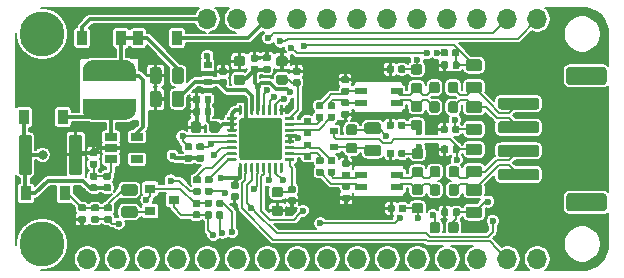
<source format=gbr>
G04 #@! TF.GenerationSoftware,KiCad,Pcbnew,(5.1.5)-2*
G04 #@! TF.CreationDate,2019-12-06T12:22:02+01:00*
G04 #@! TF.ProjectId,A2BFeatherWing,41324246-6561-4746-9865-7257696e672e,rev?*
G04 #@! TF.SameCoordinates,Original*
G04 #@! TF.FileFunction,Copper,L1,Top*
G04 #@! TF.FilePolarity,Positive*
%FSLAX46Y46*%
G04 Gerber Fmt 4.6, Leading zero omitted, Abs format (unit mm)*
G04 Created by KiCad (PCBNEW (5.1.5)-2) date 2019-12-06 12:22:02*
%MOMM*%
%LPD*%
G04 APERTURE LIST*
%ADD10C,0.100000*%
%ADD11R,0.900000X1.200000*%
%ADD12R,1.060000X0.650000*%
%ADD13R,1.050000X0.600000*%
%ADD14R,0.900000X0.800000*%
%ADD15R,0.700000X0.600000*%
%ADD16O,1.700000X1.700000*%
%ADD17C,3.810000*%
%ADD18C,0.600000*%
%ADD19C,0.800000*%
%ADD20C,0.200000*%
%ADD21C,0.300000*%
G04 APERTURE END LIST*
G04 #@! TA.AperFunction,SMDPad,CuDef*
D10*
G36*
X98305142Y-110351174D02*
G01*
X98328803Y-110354684D01*
X98352007Y-110360496D01*
X98374529Y-110368554D01*
X98396153Y-110378782D01*
X98416670Y-110391079D01*
X98435883Y-110405329D01*
X98453607Y-110421393D01*
X98469671Y-110439117D01*
X98483921Y-110458330D01*
X98496218Y-110478847D01*
X98506446Y-110500471D01*
X98514504Y-110522993D01*
X98520316Y-110546197D01*
X98523826Y-110569858D01*
X98525000Y-110593750D01*
X98525000Y-111081250D01*
X98523826Y-111105142D01*
X98520316Y-111128803D01*
X98514504Y-111152007D01*
X98506446Y-111174529D01*
X98496218Y-111196153D01*
X98483921Y-111216670D01*
X98469671Y-111235883D01*
X98453607Y-111253607D01*
X98435883Y-111269671D01*
X98416670Y-111283921D01*
X98396153Y-111296218D01*
X98374529Y-111306446D01*
X98352007Y-111314504D01*
X98328803Y-111320316D01*
X98305142Y-111323826D01*
X98281250Y-111325000D01*
X97368750Y-111325000D01*
X97344858Y-111323826D01*
X97321197Y-111320316D01*
X97297993Y-111314504D01*
X97275471Y-111306446D01*
X97253847Y-111296218D01*
X97233330Y-111283921D01*
X97214117Y-111269671D01*
X97196393Y-111253607D01*
X97180329Y-111235883D01*
X97166079Y-111216670D01*
X97153782Y-111196153D01*
X97143554Y-111174529D01*
X97135496Y-111152007D01*
X97129684Y-111128803D01*
X97126174Y-111105142D01*
X97125000Y-111081250D01*
X97125000Y-110593750D01*
X97126174Y-110569858D01*
X97129684Y-110546197D01*
X97135496Y-110522993D01*
X97143554Y-110500471D01*
X97153782Y-110478847D01*
X97166079Y-110458330D01*
X97180329Y-110439117D01*
X97196393Y-110421393D01*
X97214117Y-110405329D01*
X97233330Y-110391079D01*
X97253847Y-110378782D01*
X97275471Y-110368554D01*
X97297993Y-110360496D01*
X97321197Y-110354684D01*
X97344858Y-110351174D01*
X97368750Y-110350000D01*
X98281250Y-110350000D01*
X98305142Y-110351174D01*
G37*
G04 #@! TD.AperFunction*
G04 #@! TA.AperFunction,SMDPad,CuDef*
G36*
X98305142Y-112226174D02*
G01*
X98328803Y-112229684D01*
X98352007Y-112235496D01*
X98374529Y-112243554D01*
X98396153Y-112253782D01*
X98416670Y-112266079D01*
X98435883Y-112280329D01*
X98453607Y-112296393D01*
X98469671Y-112314117D01*
X98483921Y-112333330D01*
X98496218Y-112353847D01*
X98506446Y-112375471D01*
X98514504Y-112397993D01*
X98520316Y-112421197D01*
X98523826Y-112444858D01*
X98525000Y-112468750D01*
X98525000Y-112956250D01*
X98523826Y-112980142D01*
X98520316Y-113003803D01*
X98514504Y-113027007D01*
X98506446Y-113049529D01*
X98496218Y-113071153D01*
X98483921Y-113091670D01*
X98469671Y-113110883D01*
X98453607Y-113128607D01*
X98435883Y-113144671D01*
X98416670Y-113158921D01*
X98396153Y-113171218D01*
X98374529Y-113181446D01*
X98352007Y-113189504D01*
X98328803Y-113195316D01*
X98305142Y-113198826D01*
X98281250Y-113200000D01*
X97368750Y-113200000D01*
X97344858Y-113198826D01*
X97321197Y-113195316D01*
X97297993Y-113189504D01*
X97275471Y-113181446D01*
X97253847Y-113171218D01*
X97233330Y-113158921D01*
X97214117Y-113144671D01*
X97196393Y-113128607D01*
X97180329Y-113110883D01*
X97166079Y-113091670D01*
X97153782Y-113071153D01*
X97143554Y-113049529D01*
X97135496Y-113027007D01*
X97129684Y-113003803D01*
X97126174Y-112980142D01*
X97125000Y-112956250D01*
X97125000Y-112468750D01*
X97126174Y-112444858D01*
X97129684Y-112421197D01*
X97135496Y-112397993D01*
X97143554Y-112375471D01*
X97153782Y-112353847D01*
X97166079Y-112333330D01*
X97180329Y-112314117D01*
X97196393Y-112296393D01*
X97214117Y-112280329D01*
X97233330Y-112266079D01*
X97253847Y-112253782D01*
X97275471Y-112243554D01*
X97297993Y-112235496D01*
X97321197Y-112229684D01*
X97344858Y-112226174D01*
X97368750Y-112225000D01*
X98281250Y-112225000D01*
X98305142Y-112226174D01*
G37*
G04 #@! TD.AperFunction*
D11*
X81275000Y-103200000D03*
X77975000Y-103200000D03*
X73225000Y-103200000D03*
X76525000Y-103200000D03*
G04 #@! TA.AperFunction,SMDPad,CuDef*
D10*
G36*
X82406958Y-112130710D02*
G01*
X82421276Y-112132834D01*
X82435317Y-112136351D01*
X82448946Y-112141228D01*
X82462031Y-112147417D01*
X82474447Y-112154858D01*
X82486073Y-112163481D01*
X82496798Y-112173202D01*
X82506519Y-112183927D01*
X82515142Y-112195553D01*
X82522583Y-112207969D01*
X82528772Y-112221054D01*
X82533649Y-112234683D01*
X82537166Y-112248724D01*
X82539290Y-112263042D01*
X82540000Y-112277500D01*
X82540000Y-112572500D01*
X82539290Y-112586958D01*
X82537166Y-112601276D01*
X82533649Y-112615317D01*
X82528772Y-112628946D01*
X82522583Y-112642031D01*
X82515142Y-112654447D01*
X82506519Y-112666073D01*
X82496798Y-112676798D01*
X82486073Y-112686519D01*
X82474447Y-112695142D01*
X82462031Y-112702583D01*
X82448946Y-112708772D01*
X82435317Y-112713649D01*
X82421276Y-112717166D01*
X82406958Y-112719290D01*
X82392500Y-112720000D01*
X82047500Y-112720000D01*
X82033042Y-112719290D01*
X82018724Y-112717166D01*
X82004683Y-112713649D01*
X81991054Y-112708772D01*
X81977969Y-112702583D01*
X81965553Y-112695142D01*
X81953927Y-112686519D01*
X81943202Y-112676798D01*
X81933481Y-112666073D01*
X81924858Y-112654447D01*
X81917417Y-112642031D01*
X81911228Y-112628946D01*
X81906351Y-112615317D01*
X81902834Y-112601276D01*
X81900710Y-112586958D01*
X81900000Y-112572500D01*
X81900000Y-112277500D01*
X81900710Y-112263042D01*
X81902834Y-112248724D01*
X81906351Y-112234683D01*
X81911228Y-112221054D01*
X81917417Y-112207969D01*
X81924858Y-112195553D01*
X81933481Y-112183927D01*
X81943202Y-112173202D01*
X81953927Y-112163481D01*
X81965553Y-112154858D01*
X81977969Y-112147417D01*
X81991054Y-112141228D01*
X82004683Y-112136351D01*
X82018724Y-112132834D01*
X82033042Y-112130710D01*
X82047500Y-112130000D01*
X82392500Y-112130000D01*
X82406958Y-112130710D01*
G37*
G04 #@! TD.AperFunction*
G04 #@! TA.AperFunction,SMDPad,CuDef*
G36*
X82406958Y-113100710D02*
G01*
X82421276Y-113102834D01*
X82435317Y-113106351D01*
X82448946Y-113111228D01*
X82462031Y-113117417D01*
X82474447Y-113124858D01*
X82486073Y-113133481D01*
X82496798Y-113143202D01*
X82506519Y-113153927D01*
X82515142Y-113165553D01*
X82522583Y-113177969D01*
X82528772Y-113191054D01*
X82533649Y-113204683D01*
X82537166Y-113218724D01*
X82539290Y-113233042D01*
X82540000Y-113247500D01*
X82540000Y-113542500D01*
X82539290Y-113556958D01*
X82537166Y-113571276D01*
X82533649Y-113585317D01*
X82528772Y-113598946D01*
X82522583Y-113612031D01*
X82515142Y-113624447D01*
X82506519Y-113636073D01*
X82496798Y-113646798D01*
X82486073Y-113656519D01*
X82474447Y-113665142D01*
X82462031Y-113672583D01*
X82448946Y-113678772D01*
X82435317Y-113683649D01*
X82421276Y-113687166D01*
X82406958Y-113689290D01*
X82392500Y-113690000D01*
X82047500Y-113690000D01*
X82033042Y-113689290D01*
X82018724Y-113687166D01*
X82004683Y-113683649D01*
X81991054Y-113678772D01*
X81977969Y-113672583D01*
X81965553Y-113665142D01*
X81953927Y-113656519D01*
X81943202Y-113646798D01*
X81933481Y-113636073D01*
X81924858Y-113624447D01*
X81917417Y-113612031D01*
X81911228Y-113598946D01*
X81906351Y-113585317D01*
X81902834Y-113571276D01*
X81900710Y-113556958D01*
X81900000Y-113542500D01*
X81900000Y-113247500D01*
X81900710Y-113233042D01*
X81902834Y-113218724D01*
X81906351Y-113204683D01*
X81911228Y-113191054D01*
X81917417Y-113177969D01*
X81924858Y-113165553D01*
X81933481Y-113153927D01*
X81943202Y-113143202D01*
X81953927Y-113133481D01*
X81965553Y-113124858D01*
X81977969Y-113117417D01*
X81991054Y-113111228D01*
X82004683Y-113106351D01*
X82018724Y-113102834D01*
X82033042Y-113100710D01*
X82047500Y-113100000D01*
X82392500Y-113100000D01*
X82406958Y-113100710D01*
G37*
G04 #@! TD.AperFunction*
G04 #@! TA.AperFunction,SMDPad,CuDef*
G36*
X83406958Y-113100710D02*
G01*
X83421276Y-113102834D01*
X83435317Y-113106351D01*
X83448946Y-113111228D01*
X83462031Y-113117417D01*
X83474447Y-113124858D01*
X83486073Y-113133481D01*
X83496798Y-113143202D01*
X83506519Y-113153927D01*
X83515142Y-113165553D01*
X83522583Y-113177969D01*
X83528772Y-113191054D01*
X83533649Y-113204683D01*
X83537166Y-113218724D01*
X83539290Y-113233042D01*
X83540000Y-113247500D01*
X83540000Y-113542500D01*
X83539290Y-113556958D01*
X83537166Y-113571276D01*
X83533649Y-113585317D01*
X83528772Y-113598946D01*
X83522583Y-113612031D01*
X83515142Y-113624447D01*
X83506519Y-113636073D01*
X83496798Y-113646798D01*
X83486073Y-113656519D01*
X83474447Y-113665142D01*
X83462031Y-113672583D01*
X83448946Y-113678772D01*
X83435317Y-113683649D01*
X83421276Y-113687166D01*
X83406958Y-113689290D01*
X83392500Y-113690000D01*
X83047500Y-113690000D01*
X83033042Y-113689290D01*
X83018724Y-113687166D01*
X83004683Y-113683649D01*
X82991054Y-113678772D01*
X82977969Y-113672583D01*
X82965553Y-113665142D01*
X82953927Y-113656519D01*
X82943202Y-113646798D01*
X82933481Y-113636073D01*
X82924858Y-113624447D01*
X82917417Y-113612031D01*
X82911228Y-113598946D01*
X82906351Y-113585317D01*
X82902834Y-113571276D01*
X82900710Y-113556958D01*
X82900000Y-113542500D01*
X82900000Y-113247500D01*
X82900710Y-113233042D01*
X82902834Y-113218724D01*
X82906351Y-113204683D01*
X82911228Y-113191054D01*
X82917417Y-113177969D01*
X82924858Y-113165553D01*
X82933481Y-113153927D01*
X82943202Y-113143202D01*
X82953927Y-113133481D01*
X82965553Y-113124858D01*
X82977969Y-113117417D01*
X82991054Y-113111228D01*
X83004683Y-113106351D01*
X83018724Y-113102834D01*
X83033042Y-113100710D01*
X83047500Y-113100000D01*
X83392500Y-113100000D01*
X83406958Y-113100710D01*
G37*
G04 #@! TD.AperFunction*
G04 #@! TA.AperFunction,SMDPad,CuDef*
G36*
X83406958Y-112130710D02*
G01*
X83421276Y-112132834D01*
X83435317Y-112136351D01*
X83448946Y-112141228D01*
X83462031Y-112147417D01*
X83474447Y-112154858D01*
X83486073Y-112163481D01*
X83496798Y-112173202D01*
X83506519Y-112183927D01*
X83515142Y-112195553D01*
X83522583Y-112207969D01*
X83528772Y-112221054D01*
X83533649Y-112234683D01*
X83537166Y-112248724D01*
X83539290Y-112263042D01*
X83540000Y-112277500D01*
X83540000Y-112572500D01*
X83539290Y-112586958D01*
X83537166Y-112601276D01*
X83533649Y-112615317D01*
X83528772Y-112628946D01*
X83522583Y-112642031D01*
X83515142Y-112654447D01*
X83506519Y-112666073D01*
X83496798Y-112676798D01*
X83486073Y-112686519D01*
X83474447Y-112695142D01*
X83462031Y-112702583D01*
X83448946Y-112708772D01*
X83435317Y-112713649D01*
X83421276Y-112717166D01*
X83406958Y-112719290D01*
X83392500Y-112720000D01*
X83047500Y-112720000D01*
X83033042Y-112719290D01*
X83018724Y-112717166D01*
X83004683Y-112713649D01*
X82991054Y-112708772D01*
X82977969Y-112702583D01*
X82965553Y-112695142D01*
X82953927Y-112686519D01*
X82943202Y-112676798D01*
X82933481Y-112666073D01*
X82924858Y-112654447D01*
X82917417Y-112642031D01*
X82911228Y-112628946D01*
X82906351Y-112615317D01*
X82902834Y-112601276D01*
X82900710Y-112586958D01*
X82900000Y-112572500D01*
X82900000Y-112277500D01*
X82900710Y-112263042D01*
X82902834Y-112248724D01*
X82906351Y-112234683D01*
X82911228Y-112221054D01*
X82917417Y-112207969D01*
X82924858Y-112195553D01*
X82933481Y-112183927D01*
X82943202Y-112173202D01*
X82953927Y-112163481D01*
X82965553Y-112154858D01*
X82977969Y-112147417D01*
X82991054Y-112141228D01*
X83004683Y-112136351D01*
X83018724Y-112132834D01*
X83033042Y-112130710D01*
X83047500Y-112130000D01*
X83392500Y-112130000D01*
X83406958Y-112130710D01*
G37*
G04 #@! TD.AperFunction*
D11*
X68475000Y-116350000D03*
X71775000Y-116350000D03*
G04 #@! TA.AperFunction,SMDPad,CuDef*
D10*
G36*
X79730142Y-107676174D02*
G01*
X79753803Y-107679684D01*
X79777007Y-107685496D01*
X79799529Y-107693554D01*
X79821153Y-107703782D01*
X79841670Y-107716079D01*
X79860883Y-107730329D01*
X79878607Y-107746393D01*
X79894671Y-107764117D01*
X79908921Y-107783330D01*
X79921218Y-107803847D01*
X79931446Y-107825471D01*
X79939504Y-107847993D01*
X79945316Y-107871197D01*
X79948826Y-107894858D01*
X79950000Y-107918750D01*
X79950000Y-108831250D01*
X79948826Y-108855142D01*
X79945316Y-108878803D01*
X79939504Y-108902007D01*
X79931446Y-108924529D01*
X79921218Y-108946153D01*
X79908921Y-108966670D01*
X79894671Y-108985883D01*
X79878607Y-109003607D01*
X79860883Y-109019671D01*
X79841670Y-109033921D01*
X79821153Y-109046218D01*
X79799529Y-109056446D01*
X79777007Y-109064504D01*
X79753803Y-109070316D01*
X79730142Y-109073826D01*
X79706250Y-109075000D01*
X79218750Y-109075000D01*
X79194858Y-109073826D01*
X79171197Y-109070316D01*
X79147993Y-109064504D01*
X79125471Y-109056446D01*
X79103847Y-109046218D01*
X79083330Y-109033921D01*
X79064117Y-109019671D01*
X79046393Y-109003607D01*
X79030329Y-108985883D01*
X79016079Y-108966670D01*
X79003782Y-108946153D01*
X78993554Y-108924529D01*
X78985496Y-108902007D01*
X78979684Y-108878803D01*
X78976174Y-108855142D01*
X78975000Y-108831250D01*
X78975000Y-107918750D01*
X78976174Y-107894858D01*
X78979684Y-107871197D01*
X78985496Y-107847993D01*
X78993554Y-107825471D01*
X79003782Y-107803847D01*
X79016079Y-107783330D01*
X79030329Y-107764117D01*
X79046393Y-107746393D01*
X79064117Y-107730329D01*
X79083330Y-107716079D01*
X79103847Y-107703782D01*
X79125471Y-107693554D01*
X79147993Y-107685496D01*
X79171197Y-107679684D01*
X79194858Y-107676174D01*
X79218750Y-107675000D01*
X79706250Y-107675000D01*
X79730142Y-107676174D01*
G37*
G04 #@! TD.AperFunction*
G04 #@! TA.AperFunction,SMDPad,CuDef*
G36*
X81605142Y-107676174D02*
G01*
X81628803Y-107679684D01*
X81652007Y-107685496D01*
X81674529Y-107693554D01*
X81696153Y-107703782D01*
X81716670Y-107716079D01*
X81735883Y-107730329D01*
X81753607Y-107746393D01*
X81769671Y-107764117D01*
X81783921Y-107783330D01*
X81796218Y-107803847D01*
X81806446Y-107825471D01*
X81814504Y-107847993D01*
X81820316Y-107871197D01*
X81823826Y-107894858D01*
X81825000Y-107918750D01*
X81825000Y-108831250D01*
X81823826Y-108855142D01*
X81820316Y-108878803D01*
X81814504Y-108902007D01*
X81806446Y-108924529D01*
X81796218Y-108946153D01*
X81783921Y-108966670D01*
X81769671Y-108985883D01*
X81753607Y-109003607D01*
X81735883Y-109019671D01*
X81716670Y-109033921D01*
X81696153Y-109046218D01*
X81674529Y-109056446D01*
X81652007Y-109064504D01*
X81628803Y-109070316D01*
X81605142Y-109073826D01*
X81581250Y-109075000D01*
X81093750Y-109075000D01*
X81069858Y-109073826D01*
X81046197Y-109070316D01*
X81022993Y-109064504D01*
X81000471Y-109056446D01*
X80978847Y-109046218D01*
X80958330Y-109033921D01*
X80939117Y-109019671D01*
X80921393Y-109003607D01*
X80905329Y-108985883D01*
X80891079Y-108966670D01*
X80878782Y-108946153D01*
X80868554Y-108924529D01*
X80860496Y-108902007D01*
X80854684Y-108878803D01*
X80851174Y-108855142D01*
X80850000Y-108831250D01*
X80850000Y-107918750D01*
X80851174Y-107894858D01*
X80854684Y-107871197D01*
X80860496Y-107847993D01*
X80868554Y-107825471D01*
X80878782Y-107803847D01*
X80891079Y-107783330D01*
X80905329Y-107764117D01*
X80921393Y-107746393D01*
X80939117Y-107730329D01*
X80958330Y-107716079D01*
X80978847Y-107703782D01*
X81000471Y-107693554D01*
X81022993Y-107685496D01*
X81046197Y-107679684D01*
X81069858Y-107676174D01*
X81093750Y-107675000D01*
X81581250Y-107675000D01*
X81605142Y-107676174D01*
G37*
G04 #@! TD.AperFunction*
G04 #@! TA.AperFunction,SMDPad,CuDef*
G36*
X101902691Y-115601053D02*
G01*
X101923926Y-115604203D01*
X101944750Y-115609419D01*
X101964962Y-115616651D01*
X101984368Y-115625830D01*
X102002781Y-115636866D01*
X102020024Y-115649654D01*
X102035930Y-115664070D01*
X102050346Y-115679976D01*
X102063134Y-115697219D01*
X102074170Y-115715632D01*
X102083349Y-115735038D01*
X102090581Y-115755250D01*
X102095797Y-115776074D01*
X102098947Y-115797309D01*
X102100000Y-115818750D01*
X102100000Y-116256250D01*
X102098947Y-116277691D01*
X102095797Y-116298926D01*
X102090581Y-116319750D01*
X102083349Y-116339962D01*
X102074170Y-116359368D01*
X102063134Y-116377781D01*
X102050346Y-116395024D01*
X102035930Y-116410930D01*
X102020024Y-116425346D01*
X102002781Y-116438134D01*
X101984368Y-116449170D01*
X101964962Y-116458349D01*
X101944750Y-116465581D01*
X101923926Y-116470797D01*
X101902691Y-116473947D01*
X101881250Y-116475000D01*
X101368750Y-116475000D01*
X101347309Y-116473947D01*
X101326074Y-116470797D01*
X101305250Y-116465581D01*
X101285038Y-116458349D01*
X101265632Y-116449170D01*
X101247219Y-116438134D01*
X101229976Y-116425346D01*
X101214070Y-116410930D01*
X101199654Y-116395024D01*
X101186866Y-116377781D01*
X101175830Y-116359368D01*
X101166651Y-116339962D01*
X101159419Y-116319750D01*
X101154203Y-116298926D01*
X101151053Y-116277691D01*
X101150000Y-116256250D01*
X101150000Y-115818750D01*
X101151053Y-115797309D01*
X101154203Y-115776074D01*
X101159419Y-115755250D01*
X101166651Y-115735038D01*
X101175830Y-115715632D01*
X101186866Y-115697219D01*
X101199654Y-115679976D01*
X101214070Y-115664070D01*
X101229976Y-115649654D01*
X101247219Y-115636866D01*
X101265632Y-115625830D01*
X101285038Y-115616651D01*
X101305250Y-115609419D01*
X101326074Y-115604203D01*
X101347309Y-115601053D01*
X101368750Y-115600000D01*
X101881250Y-115600000D01*
X101902691Y-115601053D01*
G37*
G04 #@! TD.AperFunction*
G04 #@! TA.AperFunction,SMDPad,CuDef*
G36*
X101902691Y-117176053D02*
G01*
X101923926Y-117179203D01*
X101944750Y-117184419D01*
X101964962Y-117191651D01*
X101984368Y-117200830D01*
X102002781Y-117211866D01*
X102020024Y-117224654D01*
X102035930Y-117239070D01*
X102050346Y-117254976D01*
X102063134Y-117272219D01*
X102074170Y-117290632D01*
X102083349Y-117310038D01*
X102090581Y-117330250D01*
X102095797Y-117351074D01*
X102098947Y-117372309D01*
X102100000Y-117393750D01*
X102100000Y-117831250D01*
X102098947Y-117852691D01*
X102095797Y-117873926D01*
X102090581Y-117894750D01*
X102083349Y-117914962D01*
X102074170Y-117934368D01*
X102063134Y-117952781D01*
X102050346Y-117970024D01*
X102035930Y-117985930D01*
X102020024Y-118000346D01*
X102002781Y-118013134D01*
X101984368Y-118024170D01*
X101964962Y-118033349D01*
X101944750Y-118040581D01*
X101923926Y-118045797D01*
X101902691Y-118048947D01*
X101881250Y-118050000D01*
X101368750Y-118050000D01*
X101347309Y-118048947D01*
X101326074Y-118045797D01*
X101305250Y-118040581D01*
X101285038Y-118033349D01*
X101265632Y-118024170D01*
X101247219Y-118013134D01*
X101229976Y-118000346D01*
X101214070Y-117985930D01*
X101199654Y-117970024D01*
X101186866Y-117952781D01*
X101175830Y-117934368D01*
X101166651Y-117914962D01*
X101159419Y-117894750D01*
X101154203Y-117873926D01*
X101151053Y-117852691D01*
X101150000Y-117831250D01*
X101150000Y-117393750D01*
X101151053Y-117372309D01*
X101154203Y-117351074D01*
X101159419Y-117330250D01*
X101166651Y-117310038D01*
X101175830Y-117290632D01*
X101186866Y-117272219D01*
X101199654Y-117254976D01*
X101214070Y-117239070D01*
X101229976Y-117224654D01*
X101247219Y-117211866D01*
X101265632Y-117200830D01*
X101285038Y-117191651D01*
X101305250Y-117184419D01*
X101326074Y-117179203D01*
X101347309Y-117176053D01*
X101368750Y-117175000D01*
X101881250Y-117175000D01*
X101902691Y-117176053D01*
G37*
G04 #@! TD.AperFunction*
G04 #@! TA.AperFunction,SMDPad,CuDef*
G36*
X101902691Y-112551053D02*
G01*
X101923926Y-112554203D01*
X101944750Y-112559419D01*
X101964962Y-112566651D01*
X101984368Y-112575830D01*
X102002781Y-112586866D01*
X102020024Y-112599654D01*
X102035930Y-112614070D01*
X102050346Y-112629976D01*
X102063134Y-112647219D01*
X102074170Y-112665632D01*
X102083349Y-112685038D01*
X102090581Y-112705250D01*
X102095797Y-112726074D01*
X102098947Y-112747309D01*
X102100000Y-112768750D01*
X102100000Y-113206250D01*
X102098947Y-113227691D01*
X102095797Y-113248926D01*
X102090581Y-113269750D01*
X102083349Y-113289962D01*
X102074170Y-113309368D01*
X102063134Y-113327781D01*
X102050346Y-113345024D01*
X102035930Y-113360930D01*
X102020024Y-113375346D01*
X102002781Y-113388134D01*
X101984368Y-113399170D01*
X101964962Y-113408349D01*
X101944750Y-113415581D01*
X101923926Y-113420797D01*
X101902691Y-113423947D01*
X101881250Y-113425000D01*
X101368750Y-113425000D01*
X101347309Y-113423947D01*
X101326074Y-113420797D01*
X101305250Y-113415581D01*
X101285038Y-113408349D01*
X101265632Y-113399170D01*
X101247219Y-113388134D01*
X101229976Y-113375346D01*
X101214070Y-113360930D01*
X101199654Y-113345024D01*
X101186866Y-113327781D01*
X101175830Y-113309368D01*
X101166651Y-113289962D01*
X101159419Y-113269750D01*
X101154203Y-113248926D01*
X101151053Y-113227691D01*
X101150000Y-113206250D01*
X101150000Y-112768750D01*
X101151053Y-112747309D01*
X101154203Y-112726074D01*
X101159419Y-112705250D01*
X101166651Y-112685038D01*
X101175830Y-112665632D01*
X101186866Y-112647219D01*
X101199654Y-112629976D01*
X101214070Y-112614070D01*
X101229976Y-112599654D01*
X101247219Y-112586866D01*
X101265632Y-112575830D01*
X101285038Y-112566651D01*
X101305250Y-112559419D01*
X101326074Y-112554203D01*
X101347309Y-112551053D01*
X101368750Y-112550000D01*
X101881250Y-112550000D01*
X101902691Y-112551053D01*
G37*
G04 #@! TD.AperFunction*
G04 #@! TA.AperFunction,SMDPad,CuDef*
G36*
X101902691Y-114126053D02*
G01*
X101923926Y-114129203D01*
X101944750Y-114134419D01*
X101964962Y-114141651D01*
X101984368Y-114150830D01*
X102002781Y-114161866D01*
X102020024Y-114174654D01*
X102035930Y-114189070D01*
X102050346Y-114204976D01*
X102063134Y-114222219D01*
X102074170Y-114240632D01*
X102083349Y-114260038D01*
X102090581Y-114280250D01*
X102095797Y-114301074D01*
X102098947Y-114322309D01*
X102100000Y-114343750D01*
X102100000Y-114781250D01*
X102098947Y-114802691D01*
X102095797Y-114823926D01*
X102090581Y-114844750D01*
X102083349Y-114864962D01*
X102074170Y-114884368D01*
X102063134Y-114902781D01*
X102050346Y-114920024D01*
X102035930Y-114935930D01*
X102020024Y-114950346D01*
X102002781Y-114963134D01*
X101984368Y-114974170D01*
X101964962Y-114983349D01*
X101944750Y-114990581D01*
X101923926Y-114995797D01*
X101902691Y-114998947D01*
X101881250Y-115000000D01*
X101368750Y-115000000D01*
X101347309Y-114998947D01*
X101326074Y-114995797D01*
X101305250Y-114990581D01*
X101285038Y-114983349D01*
X101265632Y-114974170D01*
X101247219Y-114963134D01*
X101229976Y-114950346D01*
X101214070Y-114935930D01*
X101199654Y-114920024D01*
X101186866Y-114902781D01*
X101175830Y-114884368D01*
X101166651Y-114864962D01*
X101159419Y-114844750D01*
X101154203Y-114823926D01*
X101151053Y-114802691D01*
X101150000Y-114781250D01*
X101150000Y-114343750D01*
X101151053Y-114322309D01*
X101154203Y-114301074D01*
X101159419Y-114280250D01*
X101166651Y-114260038D01*
X101175830Y-114240632D01*
X101186866Y-114222219D01*
X101199654Y-114204976D01*
X101214070Y-114189070D01*
X101229976Y-114174654D01*
X101247219Y-114161866D01*
X101265632Y-114150830D01*
X101285038Y-114141651D01*
X101305250Y-114134419D01*
X101326074Y-114129203D01*
X101347309Y-114126053D01*
X101368750Y-114125000D01*
X101881250Y-114125000D01*
X101902691Y-114126053D01*
G37*
G04 #@! TD.AperFunction*
G04 #@! TA.AperFunction,SMDPad,CuDef*
G36*
X101827691Y-107001053D02*
G01*
X101848926Y-107004203D01*
X101869750Y-107009419D01*
X101889962Y-107016651D01*
X101909368Y-107025830D01*
X101927781Y-107036866D01*
X101945024Y-107049654D01*
X101960930Y-107064070D01*
X101975346Y-107079976D01*
X101988134Y-107097219D01*
X101999170Y-107115632D01*
X102008349Y-107135038D01*
X102015581Y-107155250D01*
X102020797Y-107176074D01*
X102023947Y-107197309D01*
X102025000Y-107218750D01*
X102025000Y-107656250D01*
X102023947Y-107677691D01*
X102020797Y-107698926D01*
X102015581Y-107719750D01*
X102008349Y-107739962D01*
X101999170Y-107759368D01*
X101988134Y-107777781D01*
X101975346Y-107795024D01*
X101960930Y-107810930D01*
X101945024Y-107825346D01*
X101927781Y-107838134D01*
X101909368Y-107849170D01*
X101889962Y-107858349D01*
X101869750Y-107865581D01*
X101848926Y-107870797D01*
X101827691Y-107873947D01*
X101806250Y-107875000D01*
X101293750Y-107875000D01*
X101272309Y-107873947D01*
X101251074Y-107870797D01*
X101230250Y-107865581D01*
X101210038Y-107858349D01*
X101190632Y-107849170D01*
X101172219Y-107838134D01*
X101154976Y-107825346D01*
X101139070Y-107810930D01*
X101124654Y-107795024D01*
X101111866Y-107777781D01*
X101100830Y-107759368D01*
X101091651Y-107739962D01*
X101084419Y-107719750D01*
X101079203Y-107698926D01*
X101076053Y-107677691D01*
X101075000Y-107656250D01*
X101075000Y-107218750D01*
X101076053Y-107197309D01*
X101079203Y-107176074D01*
X101084419Y-107155250D01*
X101091651Y-107135038D01*
X101100830Y-107115632D01*
X101111866Y-107097219D01*
X101124654Y-107079976D01*
X101139070Y-107064070D01*
X101154976Y-107049654D01*
X101172219Y-107036866D01*
X101190632Y-107025830D01*
X101210038Y-107016651D01*
X101230250Y-107009419D01*
X101251074Y-107004203D01*
X101272309Y-107001053D01*
X101293750Y-107000000D01*
X101806250Y-107000000D01*
X101827691Y-107001053D01*
G37*
G04 #@! TD.AperFunction*
G04 #@! TA.AperFunction,SMDPad,CuDef*
G36*
X101827691Y-105426053D02*
G01*
X101848926Y-105429203D01*
X101869750Y-105434419D01*
X101889962Y-105441651D01*
X101909368Y-105450830D01*
X101927781Y-105461866D01*
X101945024Y-105474654D01*
X101960930Y-105489070D01*
X101975346Y-105504976D01*
X101988134Y-105522219D01*
X101999170Y-105540632D01*
X102008349Y-105560038D01*
X102015581Y-105580250D01*
X102020797Y-105601074D01*
X102023947Y-105622309D01*
X102025000Y-105643750D01*
X102025000Y-106081250D01*
X102023947Y-106102691D01*
X102020797Y-106123926D01*
X102015581Y-106144750D01*
X102008349Y-106164962D01*
X101999170Y-106184368D01*
X101988134Y-106202781D01*
X101975346Y-106220024D01*
X101960930Y-106235930D01*
X101945024Y-106250346D01*
X101927781Y-106263134D01*
X101909368Y-106274170D01*
X101889962Y-106283349D01*
X101869750Y-106290581D01*
X101848926Y-106295797D01*
X101827691Y-106298947D01*
X101806250Y-106300000D01*
X101293750Y-106300000D01*
X101272309Y-106298947D01*
X101251074Y-106295797D01*
X101230250Y-106290581D01*
X101210038Y-106283349D01*
X101190632Y-106274170D01*
X101172219Y-106263134D01*
X101154976Y-106250346D01*
X101139070Y-106235930D01*
X101124654Y-106220024D01*
X101111866Y-106202781D01*
X101100830Y-106184368D01*
X101091651Y-106164962D01*
X101084419Y-106144750D01*
X101079203Y-106123926D01*
X101076053Y-106102691D01*
X101075000Y-106081250D01*
X101075000Y-105643750D01*
X101076053Y-105622309D01*
X101079203Y-105601074D01*
X101084419Y-105580250D01*
X101091651Y-105560038D01*
X101100830Y-105540632D01*
X101111866Y-105522219D01*
X101124654Y-105504976D01*
X101139070Y-105489070D01*
X101154976Y-105474654D01*
X101172219Y-105461866D01*
X101190632Y-105450830D01*
X101210038Y-105441651D01*
X101230250Y-105434419D01*
X101251074Y-105429203D01*
X101272309Y-105426053D01*
X101293750Y-105425000D01*
X101806250Y-105425000D01*
X101827691Y-105426053D01*
G37*
G04 #@! TD.AperFunction*
G04 #@! TA.AperFunction,SMDPad,CuDef*
G36*
X101827691Y-110151053D02*
G01*
X101848926Y-110154203D01*
X101869750Y-110159419D01*
X101889962Y-110166651D01*
X101909368Y-110175830D01*
X101927781Y-110186866D01*
X101945024Y-110199654D01*
X101960930Y-110214070D01*
X101975346Y-110229976D01*
X101988134Y-110247219D01*
X101999170Y-110265632D01*
X102008349Y-110285038D01*
X102015581Y-110305250D01*
X102020797Y-110326074D01*
X102023947Y-110347309D01*
X102025000Y-110368750D01*
X102025000Y-110806250D01*
X102023947Y-110827691D01*
X102020797Y-110848926D01*
X102015581Y-110869750D01*
X102008349Y-110889962D01*
X101999170Y-110909368D01*
X101988134Y-110927781D01*
X101975346Y-110945024D01*
X101960930Y-110960930D01*
X101945024Y-110975346D01*
X101927781Y-110988134D01*
X101909368Y-110999170D01*
X101889962Y-111008349D01*
X101869750Y-111015581D01*
X101848926Y-111020797D01*
X101827691Y-111023947D01*
X101806250Y-111025000D01*
X101293750Y-111025000D01*
X101272309Y-111023947D01*
X101251074Y-111020797D01*
X101230250Y-111015581D01*
X101210038Y-111008349D01*
X101190632Y-110999170D01*
X101172219Y-110988134D01*
X101154976Y-110975346D01*
X101139070Y-110960930D01*
X101124654Y-110945024D01*
X101111866Y-110927781D01*
X101100830Y-110909368D01*
X101091651Y-110889962D01*
X101084419Y-110869750D01*
X101079203Y-110848926D01*
X101076053Y-110827691D01*
X101075000Y-110806250D01*
X101075000Y-110368750D01*
X101076053Y-110347309D01*
X101079203Y-110326074D01*
X101084419Y-110305250D01*
X101091651Y-110285038D01*
X101100830Y-110265632D01*
X101111866Y-110247219D01*
X101124654Y-110229976D01*
X101139070Y-110214070D01*
X101154976Y-110199654D01*
X101172219Y-110186866D01*
X101190632Y-110175830D01*
X101210038Y-110166651D01*
X101230250Y-110159419D01*
X101251074Y-110154203D01*
X101272309Y-110151053D01*
X101293750Y-110150000D01*
X101806250Y-110150000D01*
X101827691Y-110151053D01*
G37*
G04 #@! TD.AperFunction*
G04 #@! TA.AperFunction,SMDPad,CuDef*
G36*
X101827691Y-108576053D02*
G01*
X101848926Y-108579203D01*
X101869750Y-108584419D01*
X101889962Y-108591651D01*
X101909368Y-108600830D01*
X101927781Y-108611866D01*
X101945024Y-108624654D01*
X101960930Y-108639070D01*
X101975346Y-108654976D01*
X101988134Y-108672219D01*
X101999170Y-108690632D01*
X102008349Y-108710038D01*
X102015581Y-108730250D01*
X102020797Y-108751074D01*
X102023947Y-108772309D01*
X102025000Y-108793750D01*
X102025000Y-109231250D01*
X102023947Y-109252691D01*
X102020797Y-109273926D01*
X102015581Y-109294750D01*
X102008349Y-109314962D01*
X101999170Y-109334368D01*
X101988134Y-109352781D01*
X101975346Y-109370024D01*
X101960930Y-109385930D01*
X101945024Y-109400346D01*
X101927781Y-109413134D01*
X101909368Y-109424170D01*
X101889962Y-109433349D01*
X101869750Y-109440581D01*
X101848926Y-109445797D01*
X101827691Y-109448947D01*
X101806250Y-109450000D01*
X101293750Y-109450000D01*
X101272309Y-109448947D01*
X101251074Y-109445797D01*
X101230250Y-109440581D01*
X101210038Y-109433349D01*
X101190632Y-109424170D01*
X101172219Y-109413134D01*
X101154976Y-109400346D01*
X101139070Y-109385930D01*
X101124654Y-109370024D01*
X101111866Y-109352781D01*
X101100830Y-109334368D01*
X101091651Y-109314962D01*
X101084419Y-109294750D01*
X101079203Y-109273926D01*
X101076053Y-109252691D01*
X101075000Y-109231250D01*
X101075000Y-108793750D01*
X101076053Y-108772309D01*
X101079203Y-108751074D01*
X101084419Y-108730250D01*
X101091651Y-108710038D01*
X101100830Y-108690632D01*
X101111866Y-108672219D01*
X101124654Y-108654976D01*
X101139070Y-108639070D01*
X101154976Y-108624654D01*
X101172219Y-108611866D01*
X101190632Y-108600830D01*
X101210038Y-108591651D01*
X101230250Y-108584419D01*
X101251074Y-108579203D01*
X101272309Y-108576053D01*
X101293750Y-108575000D01*
X101806250Y-108575000D01*
X101827691Y-108576053D01*
G37*
G04 #@! TD.AperFunction*
D12*
X77875000Y-111575000D03*
X77875000Y-113475000D03*
X75675000Y-113475000D03*
X75675000Y-112525000D03*
X75675000Y-111575000D03*
G04 #@! TA.AperFunction,SMDPad,CuDef*
D10*
G36*
X74386958Y-112620710D02*
G01*
X74401276Y-112622834D01*
X74415317Y-112626351D01*
X74428946Y-112631228D01*
X74442031Y-112637417D01*
X74454447Y-112644858D01*
X74466073Y-112653481D01*
X74476798Y-112663202D01*
X74486519Y-112673927D01*
X74495142Y-112685553D01*
X74502583Y-112697969D01*
X74508772Y-112711054D01*
X74513649Y-112724683D01*
X74517166Y-112738724D01*
X74519290Y-112753042D01*
X74520000Y-112767500D01*
X74520000Y-113062500D01*
X74519290Y-113076958D01*
X74517166Y-113091276D01*
X74513649Y-113105317D01*
X74508772Y-113118946D01*
X74502583Y-113132031D01*
X74495142Y-113144447D01*
X74486519Y-113156073D01*
X74476798Y-113166798D01*
X74466073Y-113176519D01*
X74454447Y-113185142D01*
X74442031Y-113192583D01*
X74428946Y-113198772D01*
X74415317Y-113203649D01*
X74401276Y-113207166D01*
X74386958Y-113209290D01*
X74372500Y-113210000D01*
X74027500Y-113210000D01*
X74013042Y-113209290D01*
X73998724Y-113207166D01*
X73984683Y-113203649D01*
X73971054Y-113198772D01*
X73957969Y-113192583D01*
X73945553Y-113185142D01*
X73933927Y-113176519D01*
X73923202Y-113166798D01*
X73913481Y-113156073D01*
X73904858Y-113144447D01*
X73897417Y-113132031D01*
X73891228Y-113118946D01*
X73886351Y-113105317D01*
X73882834Y-113091276D01*
X73880710Y-113076958D01*
X73880000Y-113062500D01*
X73880000Y-112767500D01*
X73880710Y-112753042D01*
X73882834Y-112738724D01*
X73886351Y-112724683D01*
X73891228Y-112711054D01*
X73897417Y-112697969D01*
X73904858Y-112685553D01*
X73913481Y-112673927D01*
X73923202Y-112663202D01*
X73933927Y-112653481D01*
X73945553Y-112644858D01*
X73957969Y-112637417D01*
X73971054Y-112631228D01*
X73984683Y-112626351D01*
X73998724Y-112622834D01*
X74013042Y-112620710D01*
X74027500Y-112620000D01*
X74372500Y-112620000D01*
X74386958Y-112620710D01*
G37*
G04 #@! TD.AperFunction*
G04 #@! TA.AperFunction,SMDPad,CuDef*
G36*
X74386958Y-113590710D02*
G01*
X74401276Y-113592834D01*
X74415317Y-113596351D01*
X74428946Y-113601228D01*
X74442031Y-113607417D01*
X74454447Y-113614858D01*
X74466073Y-113623481D01*
X74476798Y-113633202D01*
X74486519Y-113643927D01*
X74495142Y-113655553D01*
X74502583Y-113667969D01*
X74508772Y-113681054D01*
X74513649Y-113694683D01*
X74517166Y-113708724D01*
X74519290Y-113723042D01*
X74520000Y-113737500D01*
X74520000Y-114032500D01*
X74519290Y-114046958D01*
X74517166Y-114061276D01*
X74513649Y-114075317D01*
X74508772Y-114088946D01*
X74502583Y-114102031D01*
X74495142Y-114114447D01*
X74486519Y-114126073D01*
X74476798Y-114136798D01*
X74466073Y-114146519D01*
X74454447Y-114155142D01*
X74442031Y-114162583D01*
X74428946Y-114168772D01*
X74415317Y-114173649D01*
X74401276Y-114177166D01*
X74386958Y-114179290D01*
X74372500Y-114180000D01*
X74027500Y-114180000D01*
X74013042Y-114179290D01*
X73998724Y-114177166D01*
X73984683Y-114173649D01*
X73971054Y-114168772D01*
X73957969Y-114162583D01*
X73945553Y-114155142D01*
X73933927Y-114146519D01*
X73923202Y-114136798D01*
X73913481Y-114126073D01*
X73904858Y-114114447D01*
X73897417Y-114102031D01*
X73891228Y-114088946D01*
X73886351Y-114075317D01*
X73882834Y-114061276D01*
X73880710Y-114046958D01*
X73880000Y-114032500D01*
X73880000Y-113737500D01*
X73880710Y-113723042D01*
X73882834Y-113708724D01*
X73886351Y-113694683D01*
X73891228Y-113681054D01*
X73897417Y-113667969D01*
X73904858Y-113655553D01*
X73913481Y-113643927D01*
X73923202Y-113633202D01*
X73933927Y-113623481D01*
X73945553Y-113614858D01*
X73957969Y-113607417D01*
X73971054Y-113601228D01*
X73984683Y-113596351D01*
X73998724Y-113592834D01*
X74013042Y-113590710D01*
X74027500Y-113590000D01*
X74372500Y-113590000D01*
X74386958Y-113590710D01*
G37*
G04 #@! TD.AperFunction*
G04 #@! TA.AperFunction,SMDPad,CuDef*
G36*
X74386958Y-114620710D02*
G01*
X74401276Y-114622834D01*
X74415317Y-114626351D01*
X74428946Y-114631228D01*
X74442031Y-114637417D01*
X74454447Y-114644858D01*
X74466073Y-114653481D01*
X74476798Y-114663202D01*
X74486519Y-114673927D01*
X74495142Y-114685553D01*
X74502583Y-114697969D01*
X74508772Y-114711054D01*
X74513649Y-114724683D01*
X74517166Y-114738724D01*
X74519290Y-114753042D01*
X74520000Y-114767500D01*
X74520000Y-115062500D01*
X74519290Y-115076958D01*
X74517166Y-115091276D01*
X74513649Y-115105317D01*
X74508772Y-115118946D01*
X74502583Y-115132031D01*
X74495142Y-115144447D01*
X74486519Y-115156073D01*
X74476798Y-115166798D01*
X74466073Y-115176519D01*
X74454447Y-115185142D01*
X74442031Y-115192583D01*
X74428946Y-115198772D01*
X74415317Y-115203649D01*
X74401276Y-115207166D01*
X74386958Y-115209290D01*
X74372500Y-115210000D01*
X74027500Y-115210000D01*
X74013042Y-115209290D01*
X73998724Y-115207166D01*
X73984683Y-115203649D01*
X73971054Y-115198772D01*
X73957969Y-115192583D01*
X73945553Y-115185142D01*
X73933927Y-115176519D01*
X73923202Y-115166798D01*
X73913481Y-115156073D01*
X73904858Y-115144447D01*
X73897417Y-115132031D01*
X73891228Y-115118946D01*
X73886351Y-115105317D01*
X73882834Y-115091276D01*
X73880710Y-115076958D01*
X73880000Y-115062500D01*
X73880000Y-114767500D01*
X73880710Y-114753042D01*
X73882834Y-114738724D01*
X73886351Y-114724683D01*
X73891228Y-114711054D01*
X73897417Y-114697969D01*
X73904858Y-114685553D01*
X73913481Y-114673927D01*
X73923202Y-114663202D01*
X73933927Y-114653481D01*
X73945553Y-114644858D01*
X73957969Y-114637417D01*
X73971054Y-114631228D01*
X73984683Y-114626351D01*
X73998724Y-114622834D01*
X74013042Y-114620710D01*
X74027500Y-114620000D01*
X74372500Y-114620000D01*
X74386958Y-114620710D01*
G37*
G04 #@! TD.AperFunction*
G04 #@! TA.AperFunction,SMDPad,CuDef*
G36*
X74386958Y-115590710D02*
G01*
X74401276Y-115592834D01*
X74415317Y-115596351D01*
X74428946Y-115601228D01*
X74442031Y-115607417D01*
X74454447Y-115614858D01*
X74466073Y-115623481D01*
X74476798Y-115633202D01*
X74486519Y-115643927D01*
X74495142Y-115655553D01*
X74502583Y-115667969D01*
X74508772Y-115681054D01*
X74513649Y-115694683D01*
X74517166Y-115708724D01*
X74519290Y-115723042D01*
X74520000Y-115737500D01*
X74520000Y-116032500D01*
X74519290Y-116046958D01*
X74517166Y-116061276D01*
X74513649Y-116075317D01*
X74508772Y-116088946D01*
X74502583Y-116102031D01*
X74495142Y-116114447D01*
X74486519Y-116126073D01*
X74476798Y-116136798D01*
X74466073Y-116146519D01*
X74454447Y-116155142D01*
X74442031Y-116162583D01*
X74428946Y-116168772D01*
X74415317Y-116173649D01*
X74401276Y-116177166D01*
X74386958Y-116179290D01*
X74372500Y-116180000D01*
X74027500Y-116180000D01*
X74013042Y-116179290D01*
X73998724Y-116177166D01*
X73984683Y-116173649D01*
X73971054Y-116168772D01*
X73957969Y-116162583D01*
X73945553Y-116155142D01*
X73933927Y-116146519D01*
X73923202Y-116136798D01*
X73913481Y-116126073D01*
X73904858Y-116114447D01*
X73897417Y-116102031D01*
X73891228Y-116088946D01*
X73886351Y-116075317D01*
X73882834Y-116061276D01*
X73880710Y-116046958D01*
X73880000Y-116032500D01*
X73880000Y-115737500D01*
X73880710Y-115723042D01*
X73882834Y-115708724D01*
X73886351Y-115694683D01*
X73891228Y-115681054D01*
X73897417Y-115667969D01*
X73904858Y-115655553D01*
X73913481Y-115643927D01*
X73923202Y-115633202D01*
X73933927Y-115623481D01*
X73945553Y-115614858D01*
X73957969Y-115607417D01*
X73971054Y-115601228D01*
X73984683Y-115596351D01*
X73998724Y-115592834D01*
X74013042Y-115590710D01*
X74027500Y-115590000D01*
X74372500Y-115590000D01*
X74386958Y-115590710D01*
G37*
G04 #@! TD.AperFunction*
G04 #@! TA.AperFunction,SMDPad,CuDef*
G36*
X74137783Y-110112415D02*
G01*
X74052465Y-110107047D01*
X73968077Y-110093379D01*
X73885426Y-110071542D01*
X73805301Y-110041743D01*
X73728466Y-110004268D01*
X73655654Y-109959474D01*
X73587561Y-109907789D01*
X73524836Y-109849705D01*
X73468079Y-109785778D01*
X73417831Y-109716618D01*
X73374572Y-109642884D01*
X73338714Y-109565281D01*
X73310600Y-109484549D01*
X73290499Y-109401459D01*
X73278601Y-109316804D01*
X73275277Y-109237500D01*
X73275000Y-109237500D01*
X73275000Y-108362500D01*
X77775000Y-108362500D01*
X77775000Y-109237500D01*
X77774723Y-109237500D01*
X77774979Y-109243609D01*
X77770207Y-109328962D01*
X77757128Y-109413443D01*
X77735869Y-109496245D01*
X77706630Y-109576576D01*
X77669693Y-109653671D01*
X77625408Y-109726794D01*
X77574199Y-109795246D01*
X77516555Y-109858374D01*
X77453026Y-109915576D01*
X77384218Y-109966306D01*
X77310788Y-110010079D01*
X77233437Y-110046478D01*
X77152903Y-110075155D01*
X77069955Y-110095836D01*
X76985385Y-110108324D01*
X76900000Y-110112500D01*
X74150000Y-110112500D01*
X74137783Y-110112415D01*
G37*
G04 #@! TD.AperFunction*
G04 #@! TA.AperFunction,SMDPad,CuDef*
G36*
X76912217Y-105087585D02*
G01*
X76997535Y-105092953D01*
X77081923Y-105106621D01*
X77164574Y-105128458D01*
X77244699Y-105158257D01*
X77321534Y-105195732D01*
X77394346Y-105240526D01*
X77462439Y-105292211D01*
X77525164Y-105350295D01*
X77581921Y-105414222D01*
X77632169Y-105483382D01*
X77675428Y-105557116D01*
X77711286Y-105634719D01*
X77739400Y-105715451D01*
X77759501Y-105798541D01*
X77771399Y-105883196D01*
X77774723Y-105962500D01*
X77775000Y-105962500D01*
X77775000Y-106837500D01*
X73275000Y-106837500D01*
X73275000Y-105962500D01*
X73275277Y-105962500D01*
X73275021Y-105956391D01*
X73279793Y-105871038D01*
X73292872Y-105786557D01*
X73314131Y-105703755D01*
X73343370Y-105623424D01*
X73380307Y-105546329D01*
X73424592Y-105473206D01*
X73475801Y-105404754D01*
X73533445Y-105341626D01*
X73596974Y-105284424D01*
X73665782Y-105233694D01*
X73739212Y-105189921D01*
X73816563Y-105153522D01*
X73897097Y-105124845D01*
X73980045Y-105104164D01*
X74064615Y-105091676D01*
X74150000Y-105087500D01*
X76900000Y-105087500D01*
X76912217Y-105087585D01*
G37*
G04 #@! TD.AperFunction*
G04 #@! TA.AperFunction,SMDPad,CuDef*
G36*
X73024505Y-111401204D02*
G01*
X73048773Y-111404804D01*
X73072572Y-111410765D01*
X73095671Y-111419030D01*
X73117850Y-111429520D01*
X73138893Y-111442132D01*
X73158599Y-111456747D01*
X73176777Y-111473223D01*
X73193253Y-111491401D01*
X73207868Y-111511107D01*
X73220480Y-111532150D01*
X73230970Y-111554329D01*
X73239235Y-111577428D01*
X73245196Y-111601227D01*
X73248796Y-111625495D01*
X73250000Y-111649999D01*
X73250000Y-114550001D01*
X73248796Y-114574505D01*
X73245196Y-114598773D01*
X73239235Y-114622572D01*
X73230970Y-114645671D01*
X73220480Y-114667850D01*
X73207868Y-114688893D01*
X73193253Y-114708599D01*
X73176777Y-114726777D01*
X73158599Y-114743253D01*
X73138893Y-114757868D01*
X73117850Y-114770480D01*
X73095671Y-114780970D01*
X73072572Y-114789235D01*
X73048773Y-114795196D01*
X73024505Y-114798796D01*
X73000001Y-114800000D01*
X72374999Y-114800000D01*
X72350495Y-114798796D01*
X72326227Y-114795196D01*
X72302428Y-114789235D01*
X72279329Y-114780970D01*
X72257150Y-114770480D01*
X72236107Y-114757868D01*
X72216401Y-114743253D01*
X72198223Y-114726777D01*
X72181747Y-114708599D01*
X72167132Y-114688893D01*
X72154520Y-114667850D01*
X72144030Y-114645671D01*
X72135765Y-114622572D01*
X72129804Y-114598773D01*
X72126204Y-114574505D01*
X72125000Y-114550001D01*
X72125000Y-111649999D01*
X72126204Y-111625495D01*
X72129804Y-111601227D01*
X72135765Y-111577428D01*
X72144030Y-111554329D01*
X72154520Y-111532150D01*
X72167132Y-111511107D01*
X72181747Y-111491401D01*
X72198223Y-111473223D01*
X72216401Y-111456747D01*
X72236107Y-111442132D01*
X72257150Y-111429520D01*
X72279329Y-111419030D01*
X72302428Y-111410765D01*
X72326227Y-111404804D01*
X72350495Y-111401204D01*
X72374999Y-111400000D01*
X73000001Y-111400000D01*
X73024505Y-111401204D01*
G37*
G04 #@! TD.AperFunction*
G04 #@! TA.AperFunction,SMDPad,CuDef*
G36*
X68749505Y-111401204D02*
G01*
X68773773Y-111404804D01*
X68797572Y-111410765D01*
X68820671Y-111419030D01*
X68842850Y-111429520D01*
X68863893Y-111442132D01*
X68883599Y-111456747D01*
X68901777Y-111473223D01*
X68918253Y-111491401D01*
X68932868Y-111511107D01*
X68945480Y-111532150D01*
X68955970Y-111554329D01*
X68964235Y-111577428D01*
X68970196Y-111601227D01*
X68973796Y-111625495D01*
X68975000Y-111649999D01*
X68975000Y-114550001D01*
X68973796Y-114574505D01*
X68970196Y-114598773D01*
X68964235Y-114622572D01*
X68955970Y-114645671D01*
X68945480Y-114667850D01*
X68932868Y-114688893D01*
X68918253Y-114708599D01*
X68901777Y-114726777D01*
X68883599Y-114743253D01*
X68863893Y-114757868D01*
X68842850Y-114770480D01*
X68820671Y-114780970D01*
X68797572Y-114789235D01*
X68773773Y-114795196D01*
X68749505Y-114798796D01*
X68725001Y-114800000D01*
X68099999Y-114800000D01*
X68075495Y-114798796D01*
X68051227Y-114795196D01*
X68027428Y-114789235D01*
X68004329Y-114780970D01*
X67982150Y-114770480D01*
X67961107Y-114757868D01*
X67941401Y-114743253D01*
X67923223Y-114726777D01*
X67906747Y-114708599D01*
X67892132Y-114688893D01*
X67879520Y-114667850D01*
X67869030Y-114645671D01*
X67860765Y-114622572D01*
X67854804Y-114598773D01*
X67851204Y-114574505D01*
X67850000Y-114550001D01*
X67850000Y-111649999D01*
X67851204Y-111625495D01*
X67854804Y-111601227D01*
X67860765Y-111577428D01*
X67869030Y-111554329D01*
X67879520Y-111532150D01*
X67892132Y-111511107D01*
X67906747Y-111491401D01*
X67923223Y-111473223D01*
X67941401Y-111456747D01*
X67961107Y-111442132D01*
X67982150Y-111429520D01*
X68004329Y-111419030D01*
X68027428Y-111410765D01*
X68051227Y-111404804D01*
X68075495Y-111401204D01*
X68099999Y-111400000D01*
X68725001Y-111400000D01*
X68749505Y-111401204D01*
G37*
G04 #@! TD.AperFunction*
G04 #@! TA.AperFunction,SMDPad,CuDef*
G36*
X75536958Y-114620710D02*
G01*
X75551276Y-114622834D01*
X75565317Y-114626351D01*
X75578946Y-114631228D01*
X75592031Y-114637417D01*
X75604447Y-114644858D01*
X75616073Y-114653481D01*
X75626798Y-114663202D01*
X75636519Y-114673927D01*
X75645142Y-114685553D01*
X75652583Y-114697969D01*
X75658772Y-114711054D01*
X75663649Y-114724683D01*
X75667166Y-114738724D01*
X75669290Y-114753042D01*
X75670000Y-114767500D01*
X75670000Y-115062500D01*
X75669290Y-115076958D01*
X75667166Y-115091276D01*
X75663649Y-115105317D01*
X75658772Y-115118946D01*
X75652583Y-115132031D01*
X75645142Y-115144447D01*
X75636519Y-115156073D01*
X75626798Y-115166798D01*
X75616073Y-115176519D01*
X75604447Y-115185142D01*
X75592031Y-115192583D01*
X75578946Y-115198772D01*
X75565317Y-115203649D01*
X75551276Y-115207166D01*
X75536958Y-115209290D01*
X75522500Y-115210000D01*
X75177500Y-115210000D01*
X75163042Y-115209290D01*
X75148724Y-115207166D01*
X75134683Y-115203649D01*
X75121054Y-115198772D01*
X75107969Y-115192583D01*
X75095553Y-115185142D01*
X75083927Y-115176519D01*
X75073202Y-115166798D01*
X75063481Y-115156073D01*
X75054858Y-115144447D01*
X75047417Y-115132031D01*
X75041228Y-115118946D01*
X75036351Y-115105317D01*
X75032834Y-115091276D01*
X75030710Y-115076958D01*
X75030000Y-115062500D01*
X75030000Y-114767500D01*
X75030710Y-114753042D01*
X75032834Y-114738724D01*
X75036351Y-114724683D01*
X75041228Y-114711054D01*
X75047417Y-114697969D01*
X75054858Y-114685553D01*
X75063481Y-114673927D01*
X75073202Y-114663202D01*
X75083927Y-114653481D01*
X75095553Y-114644858D01*
X75107969Y-114637417D01*
X75121054Y-114631228D01*
X75134683Y-114626351D01*
X75148724Y-114622834D01*
X75163042Y-114620710D01*
X75177500Y-114620000D01*
X75522500Y-114620000D01*
X75536958Y-114620710D01*
G37*
G04 #@! TD.AperFunction*
G04 #@! TA.AperFunction,SMDPad,CuDef*
G36*
X75536958Y-115590710D02*
G01*
X75551276Y-115592834D01*
X75565317Y-115596351D01*
X75578946Y-115601228D01*
X75592031Y-115607417D01*
X75604447Y-115614858D01*
X75616073Y-115623481D01*
X75626798Y-115633202D01*
X75636519Y-115643927D01*
X75645142Y-115655553D01*
X75652583Y-115667969D01*
X75658772Y-115681054D01*
X75663649Y-115694683D01*
X75667166Y-115708724D01*
X75669290Y-115723042D01*
X75670000Y-115737500D01*
X75670000Y-116032500D01*
X75669290Y-116046958D01*
X75667166Y-116061276D01*
X75663649Y-116075317D01*
X75658772Y-116088946D01*
X75652583Y-116102031D01*
X75645142Y-116114447D01*
X75636519Y-116126073D01*
X75626798Y-116136798D01*
X75616073Y-116146519D01*
X75604447Y-116155142D01*
X75592031Y-116162583D01*
X75578946Y-116168772D01*
X75565317Y-116173649D01*
X75551276Y-116177166D01*
X75536958Y-116179290D01*
X75522500Y-116180000D01*
X75177500Y-116180000D01*
X75163042Y-116179290D01*
X75148724Y-116177166D01*
X75134683Y-116173649D01*
X75121054Y-116168772D01*
X75107969Y-116162583D01*
X75095553Y-116155142D01*
X75083927Y-116146519D01*
X75073202Y-116136798D01*
X75063481Y-116126073D01*
X75054858Y-116114447D01*
X75047417Y-116102031D01*
X75041228Y-116088946D01*
X75036351Y-116075317D01*
X75032834Y-116061276D01*
X75030710Y-116046958D01*
X75030000Y-116032500D01*
X75030000Y-115737500D01*
X75030710Y-115723042D01*
X75032834Y-115708724D01*
X75036351Y-115694683D01*
X75041228Y-115681054D01*
X75047417Y-115667969D01*
X75054858Y-115655553D01*
X75063481Y-115643927D01*
X75073202Y-115633202D01*
X75083927Y-115623481D01*
X75095553Y-115614858D01*
X75107969Y-115607417D01*
X75121054Y-115601228D01*
X75134683Y-115596351D01*
X75148724Y-115592834D01*
X75163042Y-115590710D01*
X75177500Y-115590000D01*
X75522500Y-115590000D01*
X75536958Y-115590710D01*
G37*
G04 #@! TD.AperFunction*
G04 #@! TA.AperFunction,SMDPad,CuDef*
G36*
X79730142Y-105676174D02*
G01*
X79753803Y-105679684D01*
X79777007Y-105685496D01*
X79799529Y-105693554D01*
X79821153Y-105703782D01*
X79841670Y-105716079D01*
X79860883Y-105730329D01*
X79878607Y-105746393D01*
X79894671Y-105764117D01*
X79908921Y-105783330D01*
X79921218Y-105803847D01*
X79931446Y-105825471D01*
X79939504Y-105847993D01*
X79945316Y-105871197D01*
X79948826Y-105894858D01*
X79950000Y-105918750D01*
X79950000Y-106831250D01*
X79948826Y-106855142D01*
X79945316Y-106878803D01*
X79939504Y-106902007D01*
X79931446Y-106924529D01*
X79921218Y-106946153D01*
X79908921Y-106966670D01*
X79894671Y-106985883D01*
X79878607Y-107003607D01*
X79860883Y-107019671D01*
X79841670Y-107033921D01*
X79821153Y-107046218D01*
X79799529Y-107056446D01*
X79777007Y-107064504D01*
X79753803Y-107070316D01*
X79730142Y-107073826D01*
X79706250Y-107075000D01*
X79218750Y-107075000D01*
X79194858Y-107073826D01*
X79171197Y-107070316D01*
X79147993Y-107064504D01*
X79125471Y-107056446D01*
X79103847Y-107046218D01*
X79083330Y-107033921D01*
X79064117Y-107019671D01*
X79046393Y-107003607D01*
X79030329Y-106985883D01*
X79016079Y-106966670D01*
X79003782Y-106946153D01*
X78993554Y-106924529D01*
X78985496Y-106902007D01*
X78979684Y-106878803D01*
X78976174Y-106855142D01*
X78975000Y-106831250D01*
X78975000Y-105918750D01*
X78976174Y-105894858D01*
X78979684Y-105871197D01*
X78985496Y-105847993D01*
X78993554Y-105825471D01*
X79003782Y-105803847D01*
X79016079Y-105783330D01*
X79030329Y-105764117D01*
X79046393Y-105746393D01*
X79064117Y-105730329D01*
X79083330Y-105716079D01*
X79103847Y-105703782D01*
X79125471Y-105693554D01*
X79147993Y-105685496D01*
X79171197Y-105679684D01*
X79194858Y-105676174D01*
X79218750Y-105675000D01*
X79706250Y-105675000D01*
X79730142Y-105676174D01*
G37*
G04 #@! TD.AperFunction*
G04 #@! TA.AperFunction,SMDPad,CuDef*
G36*
X81605142Y-105676174D02*
G01*
X81628803Y-105679684D01*
X81652007Y-105685496D01*
X81674529Y-105693554D01*
X81696153Y-105703782D01*
X81716670Y-105716079D01*
X81735883Y-105730329D01*
X81753607Y-105746393D01*
X81769671Y-105764117D01*
X81783921Y-105783330D01*
X81796218Y-105803847D01*
X81806446Y-105825471D01*
X81814504Y-105847993D01*
X81820316Y-105871197D01*
X81823826Y-105894858D01*
X81825000Y-105918750D01*
X81825000Y-106831250D01*
X81823826Y-106855142D01*
X81820316Y-106878803D01*
X81814504Y-106902007D01*
X81806446Y-106924529D01*
X81796218Y-106946153D01*
X81783921Y-106966670D01*
X81769671Y-106985883D01*
X81753607Y-107003607D01*
X81735883Y-107019671D01*
X81716670Y-107033921D01*
X81696153Y-107046218D01*
X81674529Y-107056446D01*
X81652007Y-107064504D01*
X81628803Y-107070316D01*
X81605142Y-107073826D01*
X81581250Y-107075000D01*
X81093750Y-107075000D01*
X81069858Y-107073826D01*
X81046197Y-107070316D01*
X81022993Y-107064504D01*
X81000471Y-107056446D01*
X80978847Y-107046218D01*
X80958330Y-107033921D01*
X80939117Y-107019671D01*
X80921393Y-107003607D01*
X80905329Y-106985883D01*
X80891079Y-106966670D01*
X80878782Y-106946153D01*
X80868554Y-106924529D01*
X80860496Y-106902007D01*
X80854684Y-106878803D01*
X80851174Y-106855142D01*
X80850000Y-106831250D01*
X80850000Y-105918750D01*
X80851174Y-105894858D01*
X80854684Y-105871197D01*
X80860496Y-105847993D01*
X80868554Y-105825471D01*
X80878782Y-105803847D01*
X80891079Y-105783330D01*
X80905329Y-105764117D01*
X80921393Y-105746393D01*
X80939117Y-105730329D01*
X80958330Y-105716079D01*
X80978847Y-105703782D01*
X81000471Y-105693554D01*
X81022993Y-105685496D01*
X81046197Y-105679684D01*
X81069858Y-105676174D01*
X81093750Y-105675000D01*
X81581250Y-105675000D01*
X81605142Y-105676174D01*
G37*
G04 #@! TD.AperFunction*
D13*
X99925000Y-115800000D03*
X96875000Y-115800000D03*
X99925000Y-114800000D03*
X96875000Y-114800000D03*
X99850000Y-108725000D03*
X96800000Y-108725000D03*
X99850000Y-107725000D03*
X96800000Y-107725000D03*
G04 #@! TA.AperFunction,SMDPad,CuDef*
D10*
G36*
X86668626Y-108900301D02*
G01*
X86674693Y-108901201D01*
X86680643Y-108902691D01*
X86686418Y-108904758D01*
X86691962Y-108907380D01*
X86697223Y-108910533D01*
X86702150Y-108914187D01*
X86706694Y-108918306D01*
X86710813Y-108922850D01*
X86714467Y-108927777D01*
X86717620Y-108933038D01*
X86720242Y-108938582D01*
X86722309Y-108944357D01*
X86723799Y-108950307D01*
X86724699Y-108956374D01*
X86725000Y-108962500D01*
X86725000Y-109637500D01*
X86724699Y-109643626D01*
X86723799Y-109649693D01*
X86722309Y-109655643D01*
X86720242Y-109661418D01*
X86717620Y-109666962D01*
X86714467Y-109672223D01*
X86710813Y-109677150D01*
X86706694Y-109681694D01*
X86702150Y-109685813D01*
X86697223Y-109689467D01*
X86691962Y-109692620D01*
X86686418Y-109695242D01*
X86680643Y-109697309D01*
X86674693Y-109698799D01*
X86668626Y-109699699D01*
X86662500Y-109700000D01*
X86537500Y-109700000D01*
X86531374Y-109699699D01*
X86525307Y-109698799D01*
X86519357Y-109697309D01*
X86513582Y-109695242D01*
X86508038Y-109692620D01*
X86502777Y-109689467D01*
X86497850Y-109685813D01*
X86493306Y-109681694D01*
X86489187Y-109677150D01*
X86485533Y-109672223D01*
X86482380Y-109666962D01*
X86479758Y-109661418D01*
X86477691Y-109655643D01*
X86476201Y-109649693D01*
X86475301Y-109643626D01*
X86475000Y-109637500D01*
X86475000Y-108962500D01*
X86475301Y-108956374D01*
X86476201Y-108950307D01*
X86477691Y-108944357D01*
X86479758Y-108938582D01*
X86482380Y-108933038D01*
X86485533Y-108927777D01*
X86489187Y-108922850D01*
X86493306Y-108918306D01*
X86497850Y-108914187D01*
X86502777Y-108910533D01*
X86508038Y-108907380D01*
X86513582Y-108904758D01*
X86519357Y-108902691D01*
X86525307Y-108901201D01*
X86531374Y-108900301D01*
X86537500Y-108900000D01*
X86662500Y-108900000D01*
X86668626Y-108900301D01*
G37*
G04 #@! TD.AperFunction*
G04 #@! TA.AperFunction,SMDPad,CuDef*
G36*
X87168626Y-108900301D02*
G01*
X87174693Y-108901201D01*
X87180643Y-108902691D01*
X87186418Y-108904758D01*
X87191962Y-108907380D01*
X87197223Y-108910533D01*
X87202150Y-108914187D01*
X87206694Y-108918306D01*
X87210813Y-108922850D01*
X87214467Y-108927777D01*
X87217620Y-108933038D01*
X87220242Y-108938582D01*
X87222309Y-108944357D01*
X87223799Y-108950307D01*
X87224699Y-108956374D01*
X87225000Y-108962500D01*
X87225000Y-109637500D01*
X87224699Y-109643626D01*
X87223799Y-109649693D01*
X87222309Y-109655643D01*
X87220242Y-109661418D01*
X87217620Y-109666962D01*
X87214467Y-109672223D01*
X87210813Y-109677150D01*
X87206694Y-109681694D01*
X87202150Y-109685813D01*
X87197223Y-109689467D01*
X87191962Y-109692620D01*
X87186418Y-109695242D01*
X87180643Y-109697309D01*
X87174693Y-109698799D01*
X87168626Y-109699699D01*
X87162500Y-109700000D01*
X87037500Y-109700000D01*
X87031374Y-109699699D01*
X87025307Y-109698799D01*
X87019357Y-109697309D01*
X87013582Y-109695242D01*
X87008038Y-109692620D01*
X87002777Y-109689467D01*
X86997850Y-109685813D01*
X86993306Y-109681694D01*
X86989187Y-109677150D01*
X86985533Y-109672223D01*
X86982380Y-109666962D01*
X86979758Y-109661418D01*
X86977691Y-109655643D01*
X86976201Y-109649693D01*
X86975301Y-109643626D01*
X86975000Y-109637500D01*
X86975000Y-108962500D01*
X86975301Y-108956374D01*
X86976201Y-108950307D01*
X86977691Y-108944357D01*
X86979758Y-108938582D01*
X86982380Y-108933038D01*
X86985533Y-108927777D01*
X86989187Y-108922850D01*
X86993306Y-108918306D01*
X86997850Y-108914187D01*
X87002777Y-108910533D01*
X87008038Y-108907380D01*
X87013582Y-108904758D01*
X87019357Y-108902691D01*
X87025307Y-108901201D01*
X87031374Y-108900301D01*
X87037500Y-108900000D01*
X87162500Y-108900000D01*
X87168626Y-108900301D01*
G37*
G04 #@! TD.AperFunction*
G04 #@! TA.AperFunction,SMDPad,CuDef*
G36*
X87668626Y-108900301D02*
G01*
X87674693Y-108901201D01*
X87680643Y-108902691D01*
X87686418Y-108904758D01*
X87691962Y-108907380D01*
X87697223Y-108910533D01*
X87702150Y-108914187D01*
X87706694Y-108918306D01*
X87710813Y-108922850D01*
X87714467Y-108927777D01*
X87717620Y-108933038D01*
X87720242Y-108938582D01*
X87722309Y-108944357D01*
X87723799Y-108950307D01*
X87724699Y-108956374D01*
X87725000Y-108962500D01*
X87725000Y-109637500D01*
X87724699Y-109643626D01*
X87723799Y-109649693D01*
X87722309Y-109655643D01*
X87720242Y-109661418D01*
X87717620Y-109666962D01*
X87714467Y-109672223D01*
X87710813Y-109677150D01*
X87706694Y-109681694D01*
X87702150Y-109685813D01*
X87697223Y-109689467D01*
X87691962Y-109692620D01*
X87686418Y-109695242D01*
X87680643Y-109697309D01*
X87674693Y-109698799D01*
X87668626Y-109699699D01*
X87662500Y-109700000D01*
X87537500Y-109700000D01*
X87531374Y-109699699D01*
X87525307Y-109698799D01*
X87519357Y-109697309D01*
X87513582Y-109695242D01*
X87508038Y-109692620D01*
X87502777Y-109689467D01*
X87497850Y-109685813D01*
X87493306Y-109681694D01*
X87489187Y-109677150D01*
X87485533Y-109672223D01*
X87482380Y-109666962D01*
X87479758Y-109661418D01*
X87477691Y-109655643D01*
X87476201Y-109649693D01*
X87475301Y-109643626D01*
X87475000Y-109637500D01*
X87475000Y-108962500D01*
X87475301Y-108956374D01*
X87476201Y-108950307D01*
X87477691Y-108944357D01*
X87479758Y-108938582D01*
X87482380Y-108933038D01*
X87485533Y-108927777D01*
X87489187Y-108922850D01*
X87493306Y-108918306D01*
X87497850Y-108914187D01*
X87502777Y-108910533D01*
X87508038Y-108907380D01*
X87513582Y-108904758D01*
X87519357Y-108902691D01*
X87525307Y-108901201D01*
X87531374Y-108900301D01*
X87537500Y-108900000D01*
X87662500Y-108900000D01*
X87668626Y-108900301D01*
G37*
G04 #@! TD.AperFunction*
G04 #@! TA.AperFunction,SMDPad,CuDef*
G36*
X88168626Y-108900301D02*
G01*
X88174693Y-108901201D01*
X88180643Y-108902691D01*
X88186418Y-108904758D01*
X88191962Y-108907380D01*
X88197223Y-108910533D01*
X88202150Y-108914187D01*
X88206694Y-108918306D01*
X88210813Y-108922850D01*
X88214467Y-108927777D01*
X88217620Y-108933038D01*
X88220242Y-108938582D01*
X88222309Y-108944357D01*
X88223799Y-108950307D01*
X88224699Y-108956374D01*
X88225000Y-108962500D01*
X88225000Y-109637500D01*
X88224699Y-109643626D01*
X88223799Y-109649693D01*
X88222309Y-109655643D01*
X88220242Y-109661418D01*
X88217620Y-109666962D01*
X88214467Y-109672223D01*
X88210813Y-109677150D01*
X88206694Y-109681694D01*
X88202150Y-109685813D01*
X88197223Y-109689467D01*
X88191962Y-109692620D01*
X88186418Y-109695242D01*
X88180643Y-109697309D01*
X88174693Y-109698799D01*
X88168626Y-109699699D01*
X88162500Y-109700000D01*
X88037500Y-109700000D01*
X88031374Y-109699699D01*
X88025307Y-109698799D01*
X88019357Y-109697309D01*
X88013582Y-109695242D01*
X88008038Y-109692620D01*
X88002777Y-109689467D01*
X87997850Y-109685813D01*
X87993306Y-109681694D01*
X87989187Y-109677150D01*
X87985533Y-109672223D01*
X87982380Y-109666962D01*
X87979758Y-109661418D01*
X87977691Y-109655643D01*
X87976201Y-109649693D01*
X87975301Y-109643626D01*
X87975000Y-109637500D01*
X87975000Y-108962500D01*
X87975301Y-108956374D01*
X87976201Y-108950307D01*
X87977691Y-108944357D01*
X87979758Y-108938582D01*
X87982380Y-108933038D01*
X87985533Y-108927777D01*
X87989187Y-108922850D01*
X87993306Y-108918306D01*
X87997850Y-108914187D01*
X88002777Y-108910533D01*
X88008038Y-108907380D01*
X88013582Y-108904758D01*
X88019357Y-108902691D01*
X88025307Y-108901201D01*
X88031374Y-108900301D01*
X88037500Y-108900000D01*
X88162500Y-108900000D01*
X88168626Y-108900301D01*
G37*
G04 #@! TD.AperFunction*
G04 #@! TA.AperFunction,SMDPad,CuDef*
G36*
X88668626Y-108900301D02*
G01*
X88674693Y-108901201D01*
X88680643Y-108902691D01*
X88686418Y-108904758D01*
X88691962Y-108907380D01*
X88697223Y-108910533D01*
X88702150Y-108914187D01*
X88706694Y-108918306D01*
X88710813Y-108922850D01*
X88714467Y-108927777D01*
X88717620Y-108933038D01*
X88720242Y-108938582D01*
X88722309Y-108944357D01*
X88723799Y-108950307D01*
X88724699Y-108956374D01*
X88725000Y-108962500D01*
X88725000Y-109637500D01*
X88724699Y-109643626D01*
X88723799Y-109649693D01*
X88722309Y-109655643D01*
X88720242Y-109661418D01*
X88717620Y-109666962D01*
X88714467Y-109672223D01*
X88710813Y-109677150D01*
X88706694Y-109681694D01*
X88702150Y-109685813D01*
X88697223Y-109689467D01*
X88691962Y-109692620D01*
X88686418Y-109695242D01*
X88680643Y-109697309D01*
X88674693Y-109698799D01*
X88668626Y-109699699D01*
X88662500Y-109700000D01*
X88537500Y-109700000D01*
X88531374Y-109699699D01*
X88525307Y-109698799D01*
X88519357Y-109697309D01*
X88513582Y-109695242D01*
X88508038Y-109692620D01*
X88502777Y-109689467D01*
X88497850Y-109685813D01*
X88493306Y-109681694D01*
X88489187Y-109677150D01*
X88485533Y-109672223D01*
X88482380Y-109666962D01*
X88479758Y-109661418D01*
X88477691Y-109655643D01*
X88476201Y-109649693D01*
X88475301Y-109643626D01*
X88475000Y-109637500D01*
X88475000Y-108962500D01*
X88475301Y-108956374D01*
X88476201Y-108950307D01*
X88477691Y-108944357D01*
X88479758Y-108938582D01*
X88482380Y-108933038D01*
X88485533Y-108927777D01*
X88489187Y-108922850D01*
X88493306Y-108918306D01*
X88497850Y-108914187D01*
X88502777Y-108910533D01*
X88508038Y-108907380D01*
X88513582Y-108904758D01*
X88519357Y-108902691D01*
X88525307Y-108901201D01*
X88531374Y-108900301D01*
X88537500Y-108900000D01*
X88662500Y-108900000D01*
X88668626Y-108900301D01*
G37*
G04 #@! TD.AperFunction*
G04 #@! TA.AperFunction,SMDPad,CuDef*
G36*
X89168626Y-108900301D02*
G01*
X89174693Y-108901201D01*
X89180643Y-108902691D01*
X89186418Y-108904758D01*
X89191962Y-108907380D01*
X89197223Y-108910533D01*
X89202150Y-108914187D01*
X89206694Y-108918306D01*
X89210813Y-108922850D01*
X89214467Y-108927777D01*
X89217620Y-108933038D01*
X89220242Y-108938582D01*
X89222309Y-108944357D01*
X89223799Y-108950307D01*
X89224699Y-108956374D01*
X89225000Y-108962500D01*
X89225000Y-109637500D01*
X89224699Y-109643626D01*
X89223799Y-109649693D01*
X89222309Y-109655643D01*
X89220242Y-109661418D01*
X89217620Y-109666962D01*
X89214467Y-109672223D01*
X89210813Y-109677150D01*
X89206694Y-109681694D01*
X89202150Y-109685813D01*
X89197223Y-109689467D01*
X89191962Y-109692620D01*
X89186418Y-109695242D01*
X89180643Y-109697309D01*
X89174693Y-109698799D01*
X89168626Y-109699699D01*
X89162500Y-109700000D01*
X89037500Y-109700000D01*
X89031374Y-109699699D01*
X89025307Y-109698799D01*
X89019357Y-109697309D01*
X89013582Y-109695242D01*
X89008038Y-109692620D01*
X89002777Y-109689467D01*
X88997850Y-109685813D01*
X88993306Y-109681694D01*
X88989187Y-109677150D01*
X88985533Y-109672223D01*
X88982380Y-109666962D01*
X88979758Y-109661418D01*
X88977691Y-109655643D01*
X88976201Y-109649693D01*
X88975301Y-109643626D01*
X88975000Y-109637500D01*
X88975000Y-108962500D01*
X88975301Y-108956374D01*
X88976201Y-108950307D01*
X88977691Y-108944357D01*
X88979758Y-108938582D01*
X88982380Y-108933038D01*
X88985533Y-108927777D01*
X88989187Y-108922850D01*
X88993306Y-108918306D01*
X88997850Y-108914187D01*
X89002777Y-108910533D01*
X89008038Y-108907380D01*
X89013582Y-108904758D01*
X89019357Y-108902691D01*
X89025307Y-108901201D01*
X89031374Y-108900301D01*
X89037500Y-108900000D01*
X89162500Y-108900000D01*
X89168626Y-108900301D01*
G37*
G04 #@! TD.AperFunction*
G04 #@! TA.AperFunction,SMDPad,CuDef*
G36*
X89668626Y-108900301D02*
G01*
X89674693Y-108901201D01*
X89680643Y-108902691D01*
X89686418Y-108904758D01*
X89691962Y-108907380D01*
X89697223Y-108910533D01*
X89702150Y-108914187D01*
X89706694Y-108918306D01*
X89710813Y-108922850D01*
X89714467Y-108927777D01*
X89717620Y-108933038D01*
X89720242Y-108938582D01*
X89722309Y-108944357D01*
X89723799Y-108950307D01*
X89724699Y-108956374D01*
X89725000Y-108962500D01*
X89725000Y-109637500D01*
X89724699Y-109643626D01*
X89723799Y-109649693D01*
X89722309Y-109655643D01*
X89720242Y-109661418D01*
X89717620Y-109666962D01*
X89714467Y-109672223D01*
X89710813Y-109677150D01*
X89706694Y-109681694D01*
X89702150Y-109685813D01*
X89697223Y-109689467D01*
X89691962Y-109692620D01*
X89686418Y-109695242D01*
X89680643Y-109697309D01*
X89674693Y-109698799D01*
X89668626Y-109699699D01*
X89662500Y-109700000D01*
X89537500Y-109700000D01*
X89531374Y-109699699D01*
X89525307Y-109698799D01*
X89519357Y-109697309D01*
X89513582Y-109695242D01*
X89508038Y-109692620D01*
X89502777Y-109689467D01*
X89497850Y-109685813D01*
X89493306Y-109681694D01*
X89489187Y-109677150D01*
X89485533Y-109672223D01*
X89482380Y-109666962D01*
X89479758Y-109661418D01*
X89477691Y-109655643D01*
X89476201Y-109649693D01*
X89475301Y-109643626D01*
X89475000Y-109637500D01*
X89475000Y-108962500D01*
X89475301Y-108956374D01*
X89476201Y-108950307D01*
X89477691Y-108944357D01*
X89479758Y-108938582D01*
X89482380Y-108933038D01*
X89485533Y-108927777D01*
X89489187Y-108922850D01*
X89493306Y-108918306D01*
X89497850Y-108914187D01*
X89502777Y-108910533D01*
X89508038Y-108907380D01*
X89513582Y-108904758D01*
X89519357Y-108902691D01*
X89525307Y-108901201D01*
X89531374Y-108900301D01*
X89537500Y-108900000D01*
X89662500Y-108900000D01*
X89668626Y-108900301D01*
G37*
G04 #@! TD.AperFunction*
G04 #@! TA.AperFunction,SMDPad,CuDef*
G36*
X90168626Y-108900301D02*
G01*
X90174693Y-108901201D01*
X90180643Y-108902691D01*
X90186418Y-108904758D01*
X90191962Y-108907380D01*
X90197223Y-108910533D01*
X90202150Y-108914187D01*
X90206694Y-108918306D01*
X90210813Y-108922850D01*
X90214467Y-108927777D01*
X90217620Y-108933038D01*
X90220242Y-108938582D01*
X90222309Y-108944357D01*
X90223799Y-108950307D01*
X90224699Y-108956374D01*
X90225000Y-108962500D01*
X90225000Y-109637500D01*
X90224699Y-109643626D01*
X90223799Y-109649693D01*
X90222309Y-109655643D01*
X90220242Y-109661418D01*
X90217620Y-109666962D01*
X90214467Y-109672223D01*
X90210813Y-109677150D01*
X90206694Y-109681694D01*
X90202150Y-109685813D01*
X90197223Y-109689467D01*
X90191962Y-109692620D01*
X90186418Y-109695242D01*
X90180643Y-109697309D01*
X90174693Y-109698799D01*
X90168626Y-109699699D01*
X90162500Y-109700000D01*
X90037500Y-109700000D01*
X90031374Y-109699699D01*
X90025307Y-109698799D01*
X90019357Y-109697309D01*
X90013582Y-109695242D01*
X90008038Y-109692620D01*
X90002777Y-109689467D01*
X89997850Y-109685813D01*
X89993306Y-109681694D01*
X89989187Y-109677150D01*
X89985533Y-109672223D01*
X89982380Y-109666962D01*
X89979758Y-109661418D01*
X89977691Y-109655643D01*
X89976201Y-109649693D01*
X89975301Y-109643626D01*
X89975000Y-109637500D01*
X89975000Y-108962500D01*
X89975301Y-108956374D01*
X89976201Y-108950307D01*
X89977691Y-108944357D01*
X89979758Y-108938582D01*
X89982380Y-108933038D01*
X89985533Y-108927777D01*
X89989187Y-108922850D01*
X89993306Y-108918306D01*
X89997850Y-108914187D01*
X90002777Y-108910533D01*
X90008038Y-108907380D01*
X90013582Y-108904758D01*
X90019357Y-108902691D01*
X90025307Y-108901201D01*
X90031374Y-108900301D01*
X90037500Y-108900000D01*
X90162500Y-108900000D01*
X90168626Y-108900301D01*
G37*
G04 #@! TD.AperFunction*
G04 #@! TA.AperFunction,SMDPad,CuDef*
G36*
X91143626Y-109875301D02*
G01*
X91149693Y-109876201D01*
X91155643Y-109877691D01*
X91161418Y-109879758D01*
X91166962Y-109882380D01*
X91172223Y-109885533D01*
X91177150Y-109889187D01*
X91181694Y-109893306D01*
X91185813Y-109897850D01*
X91189467Y-109902777D01*
X91192620Y-109908038D01*
X91195242Y-109913582D01*
X91197309Y-109919357D01*
X91198799Y-109925307D01*
X91199699Y-109931374D01*
X91200000Y-109937500D01*
X91200000Y-110062500D01*
X91199699Y-110068626D01*
X91198799Y-110074693D01*
X91197309Y-110080643D01*
X91195242Y-110086418D01*
X91192620Y-110091962D01*
X91189467Y-110097223D01*
X91185813Y-110102150D01*
X91181694Y-110106694D01*
X91177150Y-110110813D01*
X91172223Y-110114467D01*
X91166962Y-110117620D01*
X91161418Y-110120242D01*
X91155643Y-110122309D01*
X91149693Y-110123799D01*
X91143626Y-110124699D01*
X91137500Y-110125000D01*
X90462500Y-110125000D01*
X90456374Y-110124699D01*
X90450307Y-110123799D01*
X90444357Y-110122309D01*
X90438582Y-110120242D01*
X90433038Y-110117620D01*
X90427777Y-110114467D01*
X90422850Y-110110813D01*
X90418306Y-110106694D01*
X90414187Y-110102150D01*
X90410533Y-110097223D01*
X90407380Y-110091962D01*
X90404758Y-110086418D01*
X90402691Y-110080643D01*
X90401201Y-110074693D01*
X90400301Y-110068626D01*
X90400000Y-110062500D01*
X90400000Y-109937500D01*
X90400301Y-109931374D01*
X90401201Y-109925307D01*
X90402691Y-109919357D01*
X90404758Y-109913582D01*
X90407380Y-109908038D01*
X90410533Y-109902777D01*
X90414187Y-109897850D01*
X90418306Y-109893306D01*
X90422850Y-109889187D01*
X90427777Y-109885533D01*
X90433038Y-109882380D01*
X90438582Y-109879758D01*
X90444357Y-109877691D01*
X90450307Y-109876201D01*
X90456374Y-109875301D01*
X90462500Y-109875000D01*
X91137500Y-109875000D01*
X91143626Y-109875301D01*
G37*
G04 #@! TD.AperFunction*
G04 #@! TA.AperFunction,SMDPad,CuDef*
G36*
X91143626Y-110375301D02*
G01*
X91149693Y-110376201D01*
X91155643Y-110377691D01*
X91161418Y-110379758D01*
X91166962Y-110382380D01*
X91172223Y-110385533D01*
X91177150Y-110389187D01*
X91181694Y-110393306D01*
X91185813Y-110397850D01*
X91189467Y-110402777D01*
X91192620Y-110408038D01*
X91195242Y-110413582D01*
X91197309Y-110419357D01*
X91198799Y-110425307D01*
X91199699Y-110431374D01*
X91200000Y-110437500D01*
X91200000Y-110562500D01*
X91199699Y-110568626D01*
X91198799Y-110574693D01*
X91197309Y-110580643D01*
X91195242Y-110586418D01*
X91192620Y-110591962D01*
X91189467Y-110597223D01*
X91185813Y-110602150D01*
X91181694Y-110606694D01*
X91177150Y-110610813D01*
X91172223Y-110614467D01*
X91166962Y-110617620D01*
X91161418Y-110620242D01*
X91155643Y-110622309D01*
X91149693Y-110623799D01*
X91143626Y-110624699D01*
X91137500Y-110625000D01*
X90462500Y-110625000D01*
X90456374Y-110624699D01*
X90450307Y-110623799D01*
X90444357Y-110622309D01*
X90438582Y-110620242D01*
X90433038Y-110617620D01*
X90427777Y-110614467D01*
X90422850Y-110610813D01*
X90418306Y-110606694D01*
X90414187Y-110602150D01*
X90410533Y-110597223D01*
X90407380Y-110591962D01*
X90404758Y-110586418D01*
X90402691Y-110580643D01*
X90401201Y-110574693D01*
X90400301Y-110568626D01*
X90400000Y-110562500D01*
X90400000Y-110437500D01*
X90400301Y-110431374D01*
X90401201Y-110425307D01*
X90402691Y-110419357D01*
X90404758Y-110413582D01*
X90407380Y-110408038D01*
X90410533Y-110402777D01*
X90414187Y-110397850D01*
X90418306Y-110393306D01*
X90422850Y-110389187D01*
X90427777Y-110385533D01*
X90433038Y-110382380D01*
X90438582Y-110379758D01*
X90444357Y-110377691D01*
X90450307Y-110376201D01*
X90456374Y-110375301D01*
X90462500Y-110375000D01*
X91137500Y-110375000D01*
X91143626Y-110375301D01*
G37*
G04 #@! TD.AperFunction*
G04 #@! TA.AperFunction,SMDPad,CuDef*
G36*
X91143626Y-110875301D02*
G01*
X91149693Y-110876201D01*
X91155643Y-110877691D01*
X91161418Y-110879758D01*
X91166962Y-110882380D01*
X91172223Y-110885533D01*
X91177150Y-110889187D01*
X91181694Y-110893306D01*
X91185813Y-110897850D01*
X91189467Y-110902777D01*
X91192620Y-110908038D01*
X91195242Y-110913582D01*
X91197309Y-110919357D01*
X91198799Y-110925307D01*
X91199699Y-110931374D01*
X91200000Y-110937500D01*
X91200000Y-111062500D01*
X91199699Y-111068626D01*
X91198799Y-111074693D01*
X91197309Y-111080643D01*
X91195242Y-111086418D01*
X91192620Y-111091962D01*
X91189467Y-111097223D01*
X91185813Y-111102150D01*
X91181694Y-111106694D01*
X91177150Y-111110813D01*
X91172223Y-111114467D01*
X91166962Y-111117620D01*
X91161418Y-111120242D01*
X91155643Y-111122309D01*
X91149693Y-111123799D01*
X91143626Y-111124699D01*
X91137500Y-111125000D01*
X90462500Y-111125000D01*
X90456374Y-111124699D01*
X90450307Y-111123799D01*
X90444357Y-111122309D01*
X90438582Y-111120242D01*
X90433038Y-111117620D01*
X90427777Y-111114467D01*
X90422850Y-111110813D01*
X90418306Y-111106694D01*
X90414187Y-111102150D01*
X90410533Y-111097223D01*
X90407380Y-111091962D01*
X90404758Y-111086418D01*
X90402691Y-111080643D01*
X90401201Y-111074693D01*
X90400301Y-111068626D01*
X90400000Y-111062500D01*
X90400000Y-110937500D01*
X90400301Y-110931374D01*
X90401201Y-110925307D01*
X90402691Y-110919357D01*
X90404758Y-110913582D01*
X90407380Y-110908038D01*
X90410533Y-110902777D01*
X90414187Y-110897850D01*
X90418306Y-110893306D01*
X90422850Y-110889187D01*
X90427777Y-110885533D01*
X90433038Y-110882380D01*
X90438582Y-110879758D01*
X90444357Y-110877691D01*
X90450307Y-110876201D01*
X90456374Y-110875301D01*
X90462500Y-110875000D01*
X91137500Y-110875000D01*
X91143626Y-110875301D01*
G37*
G04 #@! TD.AperFunction*
G04 #@! TA.AperFunction,SMDPad,CuDef*
G36*
X91143626Y-111375301D02*
G01*
X91149693Y-111376201D01*
X91155643Y-111377691D01*
X91161418Y-111379758D01*
X91166962Y-111382380D01*
X91172223Y-111385533D01*
X91177150Y-111389187D01*
X91181694Y-111393306D01*
X91185813Y-111397850D01*
X91189467Y-111402777D01*
X91192620Y-111408038D01*
X91195242Y-111413582D01*
X91197309Y-111419357D01*
X91198799Y-111425307D01*
X91199699Y-111431374D01*
X91200000Y-111437500D01*
X91200000Y-111562500D01*
X91199699Y-111568626D01*
X91198799Y-111574693D01*
X91197309Y-111580643D01*
X91195242Y-111586418D01*
X91192620Y-111591962D01*
X91189467Y-111597223D01*
X91185813Y-111602150D01*
X91181694Y-111606694D01*
X91177150Y-111610813D01*
X91172223Y-111614467D01*
X91166962Y-111617620D01*
X91161418Y-111620242D01*
X91155643Y-111622309D01*
X91149693Y-111623799D01*
X91143626Y-111624699D01*
X91137500Y-111625000D01*
X90462500Y-111625000D01*
X90456374Y-111624699D01*
X90450307Y-111623799D01*
X90444357Y-111622309D01*
X90438582Y-111620242D01*
X90433038Y-111617620D01*
X90427777Y-111614467D01*
X90422850Y-111610813D01*
X90418306Y-111606694D01*
X90414187Y-111602150D01*
X90410533Y-111597223D01*
X90407380Y-111591962D01*
X90404758Y-111586418D01*
X90402691Y-111580643D01*
X90401201Y-111574693D01*
X90400301Y-111568626D01*
X90400000Y-111562500D01*
X90400000Y-111437500D01*
X90400301Y-111431374D01*
X90401201Y-111425307D01*
X90402691Y-111419357D01*
X90404758Y-111413582D01*
X90407380Y-111408038D01*
X90410533Y-111402777D01*
X90414187Y-111397850D01*
X90418306Y-111393306D01*
X90422850Y-111389187D01*
X90427777Y-111385533D01*
X90433038Y-111382380D01*
X90438582Y-111379758D01*
X90444357Y-111377691D01*
X90450307Y-111376201D01*
X90456374Y-111375301D01*
X90462500Y-111375000D01*
X91137500Y-111375000D01*
X91143626Y-111375301D01*
G37*
G04 #@! TD.AperFunction*
G04 #@! TA.AperFunction,SMDPad,CuDef*
G36*
X91143626Y-111875301D02*
G01*
X91149693Y-111876201D01*
X91155643Y-111877691D01*
X91161418Y-111879758D01*
X91166962Y-111882380D01*
X91172223Y-111885533D01*
X91177150Y-111889187D01*
X91181694Y-111893306D01*
X91185813Y-111897850D01*
X91189467Y-111902777D01*
X91192620Y-111908038D01*
X91195242Y-111913582D01*
X91197309Y-111919357D01*
X91198799Y-111925307D01*
X91199699Y-111931374D01*
X91200000Y-111937500D01*
X91200000Y-112062500D01*
X91199699Y-112068626D01*
X91198799Y-112074693D01*
X91197309Y-112080643D01*
X91195242Y-112086418D01*
X91192620Y-112091962D01*
X91189467Y-112097223D01*
X91185813Y-112102150D01*
X91181694Y-112106694D01*
X91177150Y-112110813D01*
X91172223Y-112114467D01*
X91166962Y-112117620D01*
X91161418Y-112120242D01*
X91155643Y-112122309D01*
X91149693Y-112123799D01*
X91143626Y-112124699D01*
X91137500Y-112125000D01*
X90462500Y-112125000D01*
X90456374Y-112124699D01*
X90450307Y-112123799D01*
X90444357Y-112122309D01*
X90438582Y-112120242D01*
X90433038Y-112117620D01*
X90427777Y-112114467D01*
X90422850Y-112110813D01*
X90418306Y-112106694D01*
X90414187Y-112102150D01*
X90410533Y-112097223D01*
X90407380Y-112091962D01*
X90404758Y-112086418D01*
X90402691Y-112080643D01*
X90401201Y-112074693D01*
X90400301Y-112068626D01*
X90400000Y-112062500D01*
X90400000Y-111937500D01*
X90400301Y-111931374D01*
X90401201Y-111925307D01*
X90402691Y-111919357D01*
X90404758Y-111913582D01*
X90407380Y-111908038D01*
X90410533Y-111902777D01*
X90414187Y-111897850D01*
X90418306Y-111893306D01*
X90422850Y-111889187D01*
X90427777Y-111885533D01*
X90433038Y-111882380D01*
X90438582Y-111879758D01*
X90444357Y-111877691D01*
X90450307Y-111876201D01*
X90456374Y-111875301D01*
X90462500Y-111875000D01*
X91137500Y-111875000D01*
X91143626Y-111875301D01*
G37*
G04 #@! TD.AperFunction*
G04 #@! TA.AperFunction,SMDPad,CuDef*
G36*
X91143626Y-112375301D02*
G01*
X91149693Y-112376201D01*
X91155643Y-112377691D01*
X91161418Y-112379758D01*
X91166962Y-112382380D01*
X91172223Y-112385533D01*
X91177150Y-112389187D01*
X91181694Y-112393306D01*
X91185813Y-112397850D01*
X91189467Y-112402777D01*
X91192620Y-112408038D01*
X91195242Y-112413582D01*
X91197309Y-112419357D01*
X91198799Y-112425307D01*
X91199699Y-112431374D01*
X91200000Y-112437500D01*
X91200000Y-112562500D01*
X91199699Y-112568626D01*
X91198799Y-112574693D01*
X91197309Y-112580643D01*
X91195242Y-112586418D01*
X91192620Y-112591962D01*
X91189467Y-112597223D01*
X91185813Y-112602150D01*
X91181694Y-112606694D01*
X91177150Y-112610813D01*
X91172223Y-112614467D01*
X91166962Y-112617620D01*
X91161418Y-112620242D01*
X91155643Y-112622309D01*
X91149693Y-112623799D01*
X91143626Y-112624699D01*
X91137500Y-112625000D01*
X90462500Y-112625000D01*
X90456374Y-112624699D01*
X90450307Y-112623799D01*
X90444357Y-112622309D01*
X90438582Y-112620242D01*
X90433038Y-112617620D01*
X90427777Y-112614467D01*
X90422850Y-112610813D01*
X90418306Y-112606694D01*
X90414187Y-112602150D01*
X90410533Y-112597223D01*
X90407380Y-112591962D01*
X90404758Y-112586418D01*
X90402691Y-112580643D01*
X90401201Y-112574693D01*
X90400301Y-112568626D01*
X90400000Y-112562500D01*
X90400000Y-112437500D01*
X90400301Y-112431374D01*
X90401201Y-112425307D01*
X90402691Y-112419357D01*
X90404758Y-112413582D01*
X90407380Y-112408038D01*
X90410533Y-112402777D01*
X90414187Y-112397850D01*
X90418306Y-112393306D01*
X90422850Y-112389187D01*
X90427777Y-112385533D01*
X90433038Y-112382380D01*
X90438582Y-112379758D01*
X90444357Y-112377691D01*
X90450307Y-112376201D01*
X90456374Y-112375301D01*
X90462500Y-112375000D01*
X91137500Y-112375000D01*
X91143626Y-112375301D01*
G37*
G04 #@! TD.AperFunction*
G04 #@! TA.AperFunction,SMDPad,CuDef*
G36*
X91143626Y-112875301D02*
G01*
X91149693Y-112876201D01*
X91155643Y-112877691D01*
X91161418Y-112879758D01*
X91166962Y-112882380D01*
X91172223Y-112885533D01*
X91177150Y-112889187D01*
X91181694Y-112893306D01*
X91185813Y-112897850D01*
X91189467Y-112902777D01*
X91192620Y-112908038D01*
X91195242Y-112913582D01*
X91197309Y-112919357D01*
X91198799Y-112925307D01*
X91199699Y-112931374D01*
X91200000Y-112937500D01*
X91200000Y-113062500D01*
X91199699Y-113068626D01*
X91198799Y-113074693D01*
X91197309Y-113080643D01*
X91195242Y-113086418D01*
X91192620Y-113091962D01*
X91189467Y-113097223D01*
X91185813Y-113102150D01*
X91181694Y-113106694D01*
X91177150Y-113110813D01*
X91172223Y-113114467D01*
X91166962Y-113117620D01*
X91161418Y-113120242D01*
X91155643Y-113122309D01*
X91149693Y-113123799D01*
X91143626Y-113124699D01*
X91137500Y-113125000D01*
X90462500Y-113125000D01*
X90456374Y-113124699D01*
X90450307Y-113123799D01*
X90444357Y-113122309D01*
X90438582Y-113120242D01*
X90433038Y-113117620D01*
X90427777Y-113114467D01*
X90422850Y-113110813D01*
X90418306Y-113106694D01*
X90414187Y-113102150D01*
X90410533Y-113097223D01*
X90407380Y-113091962D01*
X90404758Y-113086418D01*
X90402691Y-113080643D01*
X90401201Y-113074693D01*
X90400301Y-113068626D01*
X90400000Y-113062500D01*
X90400000Y-112937500D01*
X90400301Y-112931374D01*
X90401201Y-112925307D01*
X90402691Y-112919357D01*
X90404758Y-112913582D01*
X90407380Y-112908038D01*
X90410533Y-112902777D01*
X90414187Y-112897850D01*
X90418306Y-112893306D01*
X90422850Y-112889187D01*
X90427777Y-112885533D01*
X90433038Y-112882380D01*
X90438582Y-112879758D01*
X90444357Y-112877691D01*
X90450307Y-112876201D01*
X90456374Y-112875301D01*
X90462500Y-112875000D01*
X91137500Y-112875000D01*
X91143626Y-112875301D01*
G37*
G04 #@! TD.AperFunction*
G04 #@! TA.AperFunction,SMDPad,CuDef*
G36*
X91143626Y-113375301D02*
G01*
X91149693Y-113376201D01*
X91155643Y-113377691D01*
X91161418Y-113379758D01*
X91166962Y-113382380D01*
X91172223Y-113385533D01*
X91177150Y-113389187D01*
X91181694Y-113393306D01*
X91185813Y-113397850D01*
X91189467Y-113402777D01*
X91192620Y-113408038D01*
X91195242Y-113413582D01*
X91197309Y-113419357D01*
X91198799Y-113425307D01*
X91199699Y-113431374D01*
X91200000Y-113437500D01*
X91200000Y-113562500D01*
X91199699Y-113568626D01*
X91198799Y-113574693D01*
X91197309Y-113580643D01*
X91195242Y-113586418D01*
X91192620Y-113591962D01*
X91189467Y-113597223D01*
X91185813Y-113602150D01*
X91181694Y-113606694D01*
X91177150Y-113610813D01*
X91172223Y-113614467D01*
X91166962Y-113617620D01*
X91161418Y-113620242D01*
X91155643Y-113622309D01*
X91149693Y-113623799D01*
X91143626Y-113624699D01*
X91137500Y-113625000D01*
X90462500Y-113625000D01*
X90456374Y-113624699D01*
X90450307Y-113623799D01*
X90444357Y-113622309D01*
X90438582Y-113620242D01*
X90433038Y-113617620D01*
X90427777Y-113614467D01*
X90422850Y-113610813D01*
X90418306Y-113606694D01*
X90414187Y-113602150D01*
X90410533Y-113597223D01*
X90407380Y-113591962D01*
X90404758Y-113586418D01*
X90402691Y-113580643D01*
X90401201Y-113574693D01*
X90400301Y-113568626D01*
X90400000Y-113562500D01*
X90400000Y-113437500D01*
X90400301Y-113431374D01*
X90401201Y-113425307D01*
X90402691Y-113419357D01*
X90404758Y-113413582D01*
X90407380Y-113408038D01*
X90410533Y-113402777D01*
X90414187Y-113397850D01*
X90418306Y-113393306D01*
X90422850Y-113389187D01*
X90427777Y-113385533D01*
X90433038Y-113382380D01*
X90438582Y-113379758D01*
X90444357Y-113377691D01*
X90450307Y-113376201D01*
X90456374Y-113375301D01*
X90462500Y-113375000D01*
X91137500Y-113375000D01*
X91143626Y-113375301D01*
G37*
G04 #@! TD.AperFunction*
G04 #@! TA.AperFunction,SMDPad,CuDef*
G36*
X90168626Y-113800301D02*
G01*
X90174693Y-113801201D01*
X90180643Y-113802691D01*
X90186418Y-113804758D01*
X90191962Y-113807380D01*
X90197223Y-113810533D01*
X90202150Y-113814187D01*
X90206694Y-113818306D01*
X90210813Y-113822850D01*
X90214467Y-113827777D01*
X90217620Y-113833038D01*
X90220242Y-113838582D01*
X90222309Y-113844357D01*
X90223799Y-113850307D01*
X90224699Y-113856374D01*
X90225000Y-113862500D01*
X90225000Y-114537500D01*
X90224699Y-114543626D01*
X90223799Y-114549693D01*
X90222309Y-114555643D01*
X90220242Y-114561418D01*
X90217620Y-114566962D01*
X90214467Y-114572223D01*
X90210813Y-114577150D01*
X90206694Y-114581694D01*
X90202150Y-114585813D01*
X90197223Y-114589467D01*
X90191962Y-114592620D01*
X90186418Y-114595242D01*
X90180643Y-114597309D01*
X90174693Y-114598799D01*
X90168626Y-114599699D01*
X90162500Y-114600000D01*
X90037500Y-114600000D01*
X90031374Y-114599699D01*
X90025307Y-114598799D01*
X90019357Y-114597309D01*
X90013582Y-114595242D01*
X90008038Y-114592620D01*
X90002777Y-114589467D01*
X89997850Y-114585813D01*
X89993306Y-114581694D01*
X89989187Y-114577150D01*
X89985533Y-114572223D01*
X89982380Y-114566962D01*
X89979758Y-114561418D01*
X89977691Y-114555643D01*
X89976201Y-114549693D01*
X89975301Y-114543626D01*
X89975000Y-114537500D01*
X89975000Y-113862500D01*
X89975301Y-113856374D01*
X89976201Y-113850307D01*
X89977691Y-113844357D01*
X89979758Y-113838582D01*
X89982380Y-113833038D01*
X89985533Y-113827777D01*
X89989187Y-113822850D01*
X89993306Y-113818306D01*
X89997850Y-113814187D01*
X90002777Y-113810533D01*
X90008038Y-113807380D01*
X90013582Y-113804758D01*
X90019357Y-113802691D01*
X90025307Y-113801201D01*
X90031374Y-113800301D01*
X90037500Y-113800000D01*
X90162500Y-113800000D01*
X90168626Y-113800301D01*
G37*
G04 #@! TD.AperFunction*
G04 #@! TA.AperFunction,SMDPad,CuDef*
G36*
X89668626Y-113800301D02*
G01*
X89674693Y-113801201D01*
X89680643Y-113802691D01*
X89686418Y-113804758D01*
X89691962Y-113807380D01*
X89697223Y-113810533D01*
X89702150Y-113814187D01*
X89706694Y-113818306D01*
X89710813Y-113822850D01*
X89714467Y-113827777D01*
X89717620Y-113833038D01*
X89720242Y-113838582D01*
X89722309Y-113844357D01*
X89723799Y-113850307D01*
X89724699Y-113856374D01*
X89725000Y-113862500D01*
X89725000Y-114537500D01*
X89724699Y-114543626D01*
X89723799Y-114549693D01*
X89722309Y-114555643D01*
X89720242Y-114561418D01*
X89717620Y-114566962D01*
X89714467Y-114572223D01*
X89710813Y-114577150D01*
X89706694Y-114581694D01*
X89702150Y-114585813D01*
X89697223Y-114589467D01*
X89691962Y-114592620D01*
X89686418Y-114595242D01*
X89680643Y-114597309D01*
X89674693Y-114598799D01*
X89668626Y-114599699D01*
X89662500Y-114600000D01*
X89537500Y-114600000D01*
X89531374Y-114599699D01*
X89525307Y-114598799D01*
X89519357Y-114597309D01*
X89513582Y-114595242D01*
X89508038Y-114592620D01*
X89502777Y-114589467D01*
X89497850Y-114585813D01*
X89493306Y-114581694D01*
X89489187Y-114577150D01*
X89485533Y-114572223D01*
X89482380Y-114566962D01*
X89479758Y-114561418D01*
X89477691Y-114555643D01*
X89476201Y-114549693D01*
X89475301Y-114543626D01*
X89475000Y-114537500D01*
X89475000Y-113862500D01*
X89475301Y-113856374D01*
X89476201Y-113850307D01*
X89477691Y-113844357D01*
X89479758Y-113838582D01*
X89482380Y-113833038D01*
X89485533Y-113827777D01*
X89489187Y-113822850D01*
X89493306Y-113818306D01*
X89497850Y-113814187D01*
X89502777Y-113810533D01*
X89508038Y-113807380D01*
X89513582Y-113804758D01*
X89519357Y-113802691D01*
X89525307Y-113801201D01*
X89531374Y-113800301D01*
X89537500Y-113800000D01*
X89662500Y-113800000D01*
X89668626Y-113800301D01*
G37*
G04 #@! TD.AperFunction*
G04 #@! TA.AperFunction,SMDPad,CuDef*
G36*
X89168626Y-113800301D02*
G01*
X89174693Y-113801201D01*
X89180643Y-113802691D01*
X89186418Y-113804758D01*
X89191962Y-113807380D01*
X89197223Y-113810533D01*
X89202150Y-113814187D01*
X89206694Y-113818306D01*
X89210813Y-113822850D01*
X89214467Y-113827777D01*
X89217620Y-113833038D01*
X89220242Y-113838582D01*
X89222309Y-113844357D01*
X89223799Y-113850307D01*
X89224699Y-113856374D01*
X89225000Y-113862500D01*
X89225000Y-114537500D01*
X89224699Y-114543626D01*
X89223799Y-114549693D01*
X89222309Y-114555643D01*
X89220242Y-114561418D01*
X89217620Y-114566962D01*
X89214467Y-114572223D01*
X89210813Y-114577150D01*
X89206694Y-114581694D01*
X89202150Y-114585813D01*
X89197223Y-114589467D01*
X89191962Y-114592620D01*
X89186418Y-114595242D01*
X89180643Y-114597309D01*
X89174693Y-114598799D01*
X89168626Y-114599699D01*
X89162500Y-114600000D01*
X89037500Y-114600000D01*
X89031374Y-114599699D01*
X89025307Y-114598799D01*
X89019357Y-114597309D01*
X89013582Y-114595242D01*
X89008038Y-114592620D01*
X89002777Y-114589467D01*
X88997850Y-114585813D01*
X88993306Y-114581694D01*
X88989187Y-114577150D01*
X88985533Y-114572223D01*
X88982380Y-114566962D01*
X88979758Y-114561418D01*
X88977691Y-114555643D01*
X88976201Y-114549693D01*
X88975301Y-114543626D01*
X88975000Y-114537500D01*
X88975000Y-113862500D01*
X88975301Y-113856374D01*
X88976201Y-113850307D01*
X88977691Y-113844357D01*
X88979758Y-113838582D01*
X88982380Y-113833038D01*
X88985533Y-113827777D01*
X88989187Y-113822850D01*
X88993306Y-113818306D01*
X88997850Y-113814187D01*
X89002777Y-113810533D01*
X89008038Y-113807380D01*
X89013582Y-113804758D01*
X89019357Y-113802691D01*
X89025307Y-113801201D01*
X89031374Y-113800301D01*
X89037500Y-113800000D01*
X89162500Y-113800000D01*
X89168626Y-113800301D01*
G37*
G04 #@! TD.AperFunction*
G04 #@! TA.AperFunction,SMDPad,CuDef*
G36*
X88668626Y-113800301D02*
G01*
X88674693Y-113801201D01*
X88680643Y-113802691D01*
X88686418Y-113804758D01*
X88691962Y-113807380D01*
X88697223Y-113810533D01*
X88702150Y-113814187D01*
X88706694Y-113818306D01*
X88710813Y-113822850D01*
X88714467Y-113827777D01*
X88717620Y-113833038D01*
X88720242Y-113838582D01*
X88722309Y-113844357D01*
X88723799Y-113850307D01*
X88724699Y-113856374D01*
X88725000Y-113862500D01*
X88725000Y-114537500D01*
X88724699Y-114543626D01*
X88723799Y-114549693D01*
X88722309Y-114555643D01*
X88720242Y-114561418D01*
X88717620Y-114566962D01*
X88714467Y-114572223D01*
X88710813Y-114577150D01*
X88706694Y-114581694D01*
X88702150Y-114585813D01*
X88697223Y-114589467D01*
X88691962Y-114592620D01*
X88686418Y-114595242D01*
X88680643Y-114597309D01*
X88674693Y-114598799D01*
X88668626Y-114599699D01*
X88662500Y-114600000D01*
X88537500Y-114600000D01*
X88531374Y-114599699D01*
X88525307Y-114598799D01*
X88519357Y-114597309D01*
X88513582Y-114595242D01*
X88508038Y-114592620D01*
X88502777Y-114589467D01*
X88497850Y-114585813D01*
X88493306Y-114581694D01*
X88489187Y-114577150D01*
X88485533Y-114572223D01*
X88482380Y-114566962D01*
X88479758Y-114561418D01*
X88477691Y-114555643D01*
X88476201Y-114549693D01*
X88475301Y-114543626D01*
X88475000Y-114537500D01*
X88475000Y-113862500D01*
X88475301Y-113856374D01*
X88476201Y-113850307D01*
X88477691Y-113844357D01*
X88479758Y-113838582D01*
X88482380Y-113833038D01*
X88485533Y-113827777D01*
X88489187Y-113822850D01*
X88493306Y-113818306D01*
X88497850Y-113814187D01*
X88502777Y-113810533D01*
X88508038Y-113807380D01*
X88513582Y-113804758D01*
X88519357Y-113802691D01*
X88525307Y-113801201D01*
X88531374Y-113800301D01*
X88537500Y-113800000D01*
X88662500Y-113800000D01*
X88668626Y-113800301D01*
G37*
G04 #@! TD.AperFunction*
G04 #@! TA.AperFunction,SMDPad,CuDef*
G36*
X88168626Y-113800301D02*
G01*
X88174693Y-113801201D01*
X88180643Y-113802691D01*
X88186418Y-113804758D01*
X88191962Y-113807380D01*
X88197223Y-113810533D01*
X88202150Y-113814187D01*
X88206694Y-113818306D01*
X88210813Y-113822850D01*
X88214467Y-113827777D01*
X88217620Y-113833038D01*
X88220242Y-113838582D01*
X88222309Y-113844357D01*
X88223799Y-113850307D01*
X88224699Y-113856374D01*
X88225000Y-113862500D01*
X88225000Y-114537500D01*
X88224699Y-114543626D01*
X88223799Y-114549693D01*
X88222309Y-114555643D01*
X88220242Y-114561418D01*
X88217620Y-114566962D01*
X88214467Y-114572223D01*
X88210813Y-114577150D01*
X88206694Y-114581694D01*
X88202150Y-114585813D01*
X88197223Y-114589467D01*
X88191962Y-114592620D01*
X88186418Y-114595242D01*
X88180643Y-114597309D01*
X88174693Y-114598799D01*
X88168626Y-114599699D01*
X88162500Y-114600000D01*
X88037500Y-114600000D01*
X88031374Y-114599699D01*
X88025307Y-114598799D01*
X88019357Y-114597309D01*
X88013582Y-114595242D01*
X88008038Y-114592620D01*
X88002777Y-114589467D01*
X87997850Y-114585813D01*
X87993306Y-114581694D01*
X87989187Y-114577150D01*
X87985533Y-114572223D01*
X87982380Y-114566962D01*
X87979758Y-114561418D01*
X87977691Y-114555643D01*
X87976201Y-114549693D01*
X87975301Y-114543626D01*
X87975000Y-114537500D01*
X87975000Y-113862500D01*
X87975301Y-113856374D01*
X87976201Y-113850307D01*
X87977691Y-113844357D01*
X87979758Y-113838582D01*
X87982380Y-113833038D01*
X87985533Y-113827777D01*
X87989187Y-113822850D01*
X87993306Y-113818306D01*
X87997850Y-113814187D01*
X88002777Y-113810533D01*
X88008038Y-113807380D01*
X88013582Y-113804758D01*
X88019357Y-113802691D01*
X88025307Y-113801201D01*
X88031374Y-113800301D01*
X88037500Y-113800000D01*
X88162500Y-113800000D01*
X88168626Y-113800301D01*
G37*
G04 #@! TD.AperFunction*
G04 #@! TA.AperFunction,SMDPad,CuDef*
G36*
X87668626Y-113800301D02*
G01*
X87674693Y-113801201D01*
X87680643Y-113802691D01*
X87686418Y-113804758D01*
X87691962Y-113807380D01*
X87697223Y-113810533D01*
X87702150Y-113814187D01*
X87706694Y-113818306D01*
X87710813Y-113822850D01*
X87714467Y-113827777D01*
X87717620Y-113833038D01*
X87720242Y-113838582D01*
X87722309Y-113844357D01*
X87723799Y-113850307D01*
X87724699Y-113856374D01*
X87725000Y-113862500D01*
X87725000Y-114537500D01*
X87724699Y-114543626D01*
X87723799Y-114549693D01*
X87722309Y-114555643D01*
X87720242Y-114561418D01*
X87717620Y-114566962D01*
X87714467Y-114572223D01*
X87710813Y-114577150D01*
X87706694Y-114581694D01*
X87702150Y-114585813D01*
X87697223Y-114589467D01*
X87691962Y-114592620D01*
X87686418Y-114595242D01*
X87680643Y-114597309D01*
X87674693Y-114598799D01*
X87668626Y-114599699D01*
X87662500Y-114600000D01*
X87537500Y-114600000D01*
X87531374Y-114599699D01*
X87525307Y-114598799D01*
X87519357Y-114597309D01*
X87513582Y-114595242D01*
X87508038Y-114592620D01*
X87502777Y-114589467D01*
X87497850Y-114585813D01*
X87493306Y-114581694D01*
X87489187Y-114577150D01*
X87485533Y-114572223D01*
X87482380Y-114566962D01*
X87479758Y-114561418D01*
X87477691Y-114555643D01*
X87476201Y-114549693D01*
X87475301Y-114543626D01*
X87475000Y-114537500D01*
X87475000Y-113862500D01*
X87475301Y-113856374D01*
X87476201Y-113850307D01*
X87477691Y-113844357D01*
X87479758Y-113838582D01*
X87482380Y-113833038D01*
X87485533Y-113827777D01*
X87489187Y-113822850D01*
X87493306Y-113818306D01*
X87497850Y-113814187D01*
X87502777Y-113810533D01*
X87508038Y-113807380D01*
X87513582Y-113804758D01*
X87519357Y-113802691D01*
X87525307Y-113801201D01*
X87531374Y-113800301D01*
X87537500Y-113800000D01*
X87662500Y-113800000D01*
X87668626Y-113800301D01*
G37*
G04 #@! TD.AperFunction*
G04 #@! TA.AperFunction,SMDPad,CuDef*
G36*
X87168626Y-113800301D02*
G01*
X87174693Y-113801201D01*
X87180643Y-113802691D01*
X87186418Y-113804758D01*
X87191962Y-113807380D01*
X87197223Y-113810533D01*
X87202150Y-113814187D01*
X87206694Y-113818306D01*
X87210813Y-113822850D01*
X87214467Y-113827777D01*
X87217620Y-113833038D01*
X87220242Y-113838582D01*
X87222309Y-113844357D01*
X87223799Y-113850307D01*
X87224699Y-113856374D01*
X87225000Y-113862500D01*
X87225000Y-114537500D01*
X87224699Y-114543626D01*
X87223799Y-114549693D01*
X87222309Y-114555643D01*
X87220242Y-114561418D01*
X87217620Y-114566962D01*
X87214467Y-114572223D01*
X87210813Y-114577150D01*
X87206694Y-114581694D01*
X87202150Y-114585813D01*
X87197223Y-114589467D01*
X87191962Y-114592620D01*
X87186418Y-114595242D01*
X87180643Y-114597309D01*
X87174693Y-114598799D01*
X87168626Y-114599699D01*
X87162500Y-114600000D01*
X87037500Y-114600000D01*
X87031374Y-114599699D01*
X87025307Y-114598799D01*
X87019357Y-114597309D01*
X87013582Y-114595242D01*
X87008038Y-114592620D01*
X87002777Y-114589467D01*
X86997850Y-114585813D01*
X86993306Y-114581694D01*
X86989187Y-114577150D01*
X86985533Y-114572223D01*
X86982380Y-114566962D01*
X86979758Y-114561418D01*
X86977691Y-114555643D01*
X86976201Y-114549693D01*
X86975301Y-114543626D01*
X86975000Y-114537500D01*
X86975000Y-113862500D01*
X86975301Y-113856374D01*
X86976201Y-113850307D01*
X86977691Y-113844357D01*
X86979758Y-113838582D01*
X86982380Y-113833038D01*
X86985533Y-113827777D01*
X86989187Y-113822850D01*
X86993306Y-113818306D01*
X86997850Y-113814187D01*
X87002777Y-113810533D01*
X87008038Y-113807380D01*
X87013582Y-113804758D01*
X87019357Y-113802691D01*
X87025307Y-113801201D01*
X87031374Y-113800301D01*
X87037500Y-113800000D01*
X87162500Y-113800000D01*
X87168626Y-113800301D01*
G37*
G04 #@! TD.AperFunction*
G04 #@! TA.AperFunction,SMDPad,CuDef*
G36*
X86668626Y-113800301D02*
G01*
X86674693Y-113801201D01*
X86680643Y-113802691D01*
X86686418Y-113804758D01*
X86691962Y-113807380D01*
X86697223Y-113810533D01*
X86702150Y-113814187D01*
X86706694Y-113818306D01*
X86710813Y-113822850D01*
X86714467Y-113827777D01*
X86717620Y-113833038D01*
X86720242Y-113838582D01*
X86722309Y-113844357D01*
X86723799Y-113850307D01*
X86724699Y-113856374D01*
X86725000Y-113862500D01*
X86725000Y-114537500D01*
X86724699Y-114543626D01*
X86723799Y-114549693D01*
X86722309Y-114555643D01*
X86720242Y-114561418D01*
X86717620Y-114566962D01*
X86714467Y-114572223D01*
X86710813Y-114577150D01*
X86706694Y-114581694D01*
X86702150Y-114585813D01*
X86697223Y-114589467D01*
X86691962Y-114592620D01*
X86686418Y-114595242D01*
X86680643Y-114597309D01*
X86674693Y-114598799D01*
X86668626Y-114599699D01*
X86662500Y-114600000D01*
X86537500Y-114600000D01*
X86531374Y-114599699D01*
X86525307Y-114598799D01*
X86519357Y-114597309D01*
X86513582Y-114595242D01*
X86508038Y-114592620D01*
X86502777Y-114589467D01*
X86497850Y-114585813D01*
X86493306Y-114581694D01*
X86489187Y-114577150D01*
X86485533Y-114572223D01*
X86482380Y-114566962D01*
X86479758Y-114561418D01*
X86477691Y-114555643D01*
X86476201Y-114549693D01*
X86475301Y-114543626D01*
X86475000Y-114537500D01*
X86475000Y-113862500D01*
X86475301Y-113856374D01*
X86476201Y-113850307D01*
X86477691Y-113844357D01*
X86479758Y-113838582D01*
X86482380Y-113833038D01*
X86485533Y-113827777D01*
X86489187Y-113822850D01*
X86493306Y-113818306D01*
X86497850Y-113814187D01*
X86502777Y-113810533D01*
X86508038Y-113807380D01*
X86513582Y-113804758D01*
X86519357Y-113802691D01*
X86525307Y-113801201D01*
X86531374Y-113800301D01*
X86537500Y-113800000D01*
X86662500Y-113800000D01*
X86668626Y-113800301D01*
G37*
G04 #@! TD.AperFunction*
G04 #@! TA.AperFunction,SMDPad,CuDef*
G36*
X86243626Y-113375301D02*
G01*
X86249693Y-113376201D01*
X86255643Y-113377691D01*
X86261418Y-113379758D01*
X86266962Y-113382380D01*
X86272223Y-113385533D01*
X86277150Y-113389187D01*
X86281694Y-113393306D01*
X86285813Y-113397850D01*
X86289467Y-113402777D01*
X86292620Y-113408038D01*
X86295242Y-113413582D01*
X86297309Y-113419357D01*
X86298799Y-113425307D01*
X86299699Y-113431374D01*
X86300000Y-113437500D01*
X86300000Y-113562500D01*
X86299699Y-113568626D01*
X86298799Y-113574693D01*
X86297309Y-113580643D01*
X86295242Y-113586418D01*
X86292620Y-113591962D01*
X86289467Y-113597223D01*
X86285813Y-113602150D01*
X86281694Y-113606694D01*
X86277150Y-113610813D01*
X86272223Y-113614467D01*
X86266962Y-113617620D01*
X86261418Y-113620242D01*
X86255643Y-113622309D01*
X86249693Y-113623799D01*
X86243626Y-113624699D01*
X86237500Y-113625000D01*
X85562500Y-113625000D01*
X85556374Y-113624699D01*
X85550307Y-113623799D01*
X85544357Y-113622309D01*
X85538582Y-113620242D01*
X85533038Y-113617620D01*
X85527777Y-113614467D01*
X85522850Y-113610813D01*
X85518306Y-113606694D01*
X85514187Y-113602150D01*
X85510533Y-113597223D01*
X85507380Y-113591962D01*
X85504758Y-113586418D01*
X85502691Y-113580643D01*
X85501201Y-113574693D01*
X85500301Y-113568626D01*
X85500000Y-113562500D01*
X85500000Y-113437500D01*
X85500301Y-113431374D01*
X85501201Y-113425307D01*
X85502691Y-113419357D01*
X85504758Y-113413582D01*
X85507380Y-113408038D01*
X85510533Y-113402777D01*
X85514187Y-113397850D01*
X85518306Y-113393306D01*
X85522850Y-113389187D01*
X85527777Y-113385533D01*
X85533038Y-113382380D01*
X85538582Y-113379758D01*
X85544357Y-113377691D01*
X85550307Y-113376201D01*
X85556374Y-113375301D01*
X85562500Y-113375000D01*
X86237500Y-113375000D01*
X86243626Y-113375301D01*
G37*
G04 #@! TD.AperFunction*
G04 #@! TA.AperFunction,SMDPad,CuDef*
G36*
X86243626Y-112875301D02*
G01*
X86249693Y-112876201D01*
X86255643Y-112877691D01*
X86261418Y-112879758D01*
X86266962Y-112882380D01*
X86272223Y-112885533D01*
X86277150Y-112889187D01*
X86281694Y-112893306D01*
X86285813Y-112897850D01*
X86289467Y-112902777D01*
X86292620Y-112908038D01*
X86295242Y-112913582D01*
X86297309Y-112919357D01*
X86298799Y-112925307D01*
X86299699Y-112931374D01*
X86300000Y-112937500D01*
X86300000Y-113062500D01*
X86299699Y-113068626D01*
X86298799Y-113074693D01*
X86297309Y-113080643D01*
X86295242Y-113086418D01*
X86292620Y-113091962D01*
X86289467Y-113097223D01*
X86285813Y-113102150D01*
X86281694Y-113106694D01*
X86277150Y-113110813D01*
X86272223Y-113114467D01*
X86266962Y-113117620D01*
X86261418Y-113120242D01*
X86255643Y-113122309D01*
X86249693Y-113123799D01*
X86243626Y-113124699D01*
X86237500Y-113125000D01*
X85562500Y-113125000D01*
X85556374Y-113124699D01*
X85550307Y-113123799D01*
X85544357Y-113122309D01*
X85538582Y-113120242D01*
X85533038Y-113117620D01*
X85527777Y-113114467D01*
X85522850Y-113110813D01*
X85518306Y-113106694D01*
X85514187Y-113102150D01*
X85510533Y-113097223D01*
X85507380Y-113091962D01*
X85504758Y-113086418D01*
X85502691Y-113080643D01*
X85501201Y-113074693D01*
X85500301Y-113068626D01*
X85500000Y-113062500D01*
X85500000Y-112937500D01*
X85500301Y-112931374D01*
X85501201Y-112925307D01*
X85502691Y-112919357D01*
X85504758Y-112913582D01*
X85507380Y-112908038D01*
X85510533Y-112902777D01*
X85514187Y-112897850D01*
X85518306Y-112893306D01*
X85522850Y-112889187D01*
X85527777Y-112885533D01*
X85533038Y-112882380D01*
X85538582Y-112879758D01*
X85544357Y-112877691D01*
X85550307Y-112876201D01*
X85556374Y-112875301D01*
X85562500Y-112875000D01*
X86237500Y-112875000D01*
X86243626Y-112875301D01*
G37*
G04 #@! TD.AperFunction*
G04 #@! TA.AperFunction,SMDPad,CuDef*
G36*
X86243626Y-112375301D02*
G01*
X86249693Y-112376201D01*
X86255643Y-112377691D01*
X86261418Y-112379758D01*
X86266962Y-112382380D01*
X86272223Y-112385533D01*
X86277150Y-112389187D01*
X86281694Y-112393306D01*
X86285813Y-112397850D01*
X86289467Y-112402777D01*
X86292620Y-112408038D01*
X86295242Y-112413582D01*
X86297309Y-112419357D01*
X86298799Y-112425307D01*
X86299699Y-112431374D01*
X86300000Y-112437500D01*
X86300000Y-112562500D01*
X86299699Y-112568626D01*
X86298799Y-112574693D01*
X86297309Y-112580643D01*
X86295242Y-112586418D01*
X86292620Y-112591962D01*
X86289467Y-112597223D01*
X86285813Y-112602150D01*
X86281694Y-112606694D01*
X86277150Y-112610813D01*
X86272223Y-112614467D01*
X86266962Y-112617620D01*
X86261418Y-112620242D01*
X86255643Y-112622309D01*
X86249693Y-112623799D01*
X86243626Y-112624699D01*
X86237500Y-112625000D01*
X85562500Y-112625000D01*
X85556374Y-112624699D01*
X85550307Y-112623799D01*
X85544357Y-112622309D01*
X85538582Y-112620242D01*
X85533038Y-112617620D01*
X85527777Y-112614467D01*
X85522850Y-112610813D01*
X85518306Y-112606694D01*
X85514187Y-112602150D01*
X85510533Y-112597223D01*
X85507380Y-112591962D01*
X85504758Y-112586418D01*
X85502691Y-112580643D01*
X85501201Y-112574693D01*
X85500301Y-112568626D01*
X85500000Y-112562500D01*
X85500000Y-112437500D01*
X85500301Y-112431374D01*
X85501201Y-112425307D01*
X85502691Y-112419357D01*
X85504758Y-112413582D01*
X85507380Y-112408038D01*
X85510533Y-112402777D01*
X85514187Y-112397850D01*
X85518306Y-112393306D01*
X85522850Y-112389187D01*
X85527777Y-112385533D01*
X85533038Y-112382380D01*
X85538582Y-112379758D01*
X85544357Y-112377691D01*
X85550307Y-112376201D01*
X85556374Y-112375301D01*
X85562500Y-112375000D01*
X86237500Y-112375000D01*
X86243626Y-112375301D01*
G37*
G04 #@! TD.AperFunction*
G04 #@! TA.AperFunction,SMDPad,CuDef*
G36*
X86243626Y-111875301D02*
G01*
X86249693Y-111876201D01*
X86255643Y-111877691D01*
X86261418Y-111879758D01*
X86266962Y-111882380D01*
X86272223Y-111885533D01*
X86277150Y-111889187D01*
X86281694Y-111893306D01*
X86285813Y-111897850D01*
X86289467Y-111902777D01*
X86292620Y-111908038D01*
X86295242Y-111913582D01*
X86297309Y-111919357D01*
X86298799Y-111925307D01*
X86299699Y-111931374D01*
X86300000Y-111937500D01*
X86300000Y-112062500D01*
X86299699Y-112068626D01*
X86298799Y-112074693D01*
X86297309Y-112080643D01*
X86295242Y-112086418D01*
X86292620Y-112091962D01*
X86289467Y-112097223D01*
X86285813Y-112102150D01*
X86281694Y-112106694D01*
X86277150Y-112110813D01*
X86272223Y-112114467D01*
X86266962Y-112117620D01*
X86261418Y-112120242D01*
X86255643Y-112122309D01*
X86249693Y-112123799D01*
X86243626Y-112124699D01*
X86237500Y-112125000D01*
X85562500Y-112125000D01*
X85556374Y-112124699D01*
X85550307Y-112123799D01*
X85544357Y-112122309D01*
X85538582Y-112120242D01*
X85533038Y-112117620D01*
X85527777Y-112114467D01*
X85522850Y-112110813D01*
X85518306Y-112106694D01*
X85514187Y-112102150D01*
X85510533Y-112097223D01*
X85507380Y-112091962D01*
X85504758Y-112086418D01*
X85502691Y-112080643D01*
X85501201Y-112074693D01*
X85500301Y-112068626D01*
X85500000Y-112062500D01*
X85500000Y-111937500D01*
X85500301Y-111931374D01*
X85501201Y-111925307D01*
X85502691Y-111919357D01*
X85504758Y-111913582D01*
X85507380Y-111908038D01*
X85510533Y-111902777D01*
X85514187Y-111897850D01*
X85518306Y-111893306D01*
X85522850Y-111889187D01*
X85527777Y-111885533D01*
X85533038Y-111882380D01*
X85538582Y-111879758D01*
X85544357Y-111877691D01*
X85550307Y-111876201D01*
X85556374Y-111875301D01*
X85562500Y-111875000D01*
X86237500Y-111875000D01*
X86243626Y-111875301D01*
G37*
G04 #@! TD.AperFunction*
G04 #@! TA.AperFunction,SMDPad,CuDef*
G36*
X86243626Y-111375301D02*
G01*
X86249693Y-111376201D01*
X86255643Y-111377691D01*
X86261418Y-111379758D01*
X86266962Y-111382380D01*
X86272223Y-111385533D01*
X86277150Y-111389187D01*
X86281694Y-111393306D01*
X86285813Y-111397850D01*
X86289467Y-111402777D01*
X86292620Y-111408038D01*
X86295242Y-111413582D01*
X86297309Y-111419357D01*
X86298799Y-111425307D01*
X86299699Y-111431374D01*
X86300000Y-111437500D01*
X86300000Y-111562500D01*
X86299699Y-111568626D01*
X86298799Y-111574693D01*
X86297309Y-111580643D01*
X86295242Y-111586418D01*
X86292620Y-111591962D01*
X86289467Y-111597223D01*
X86285813Y-111602150D01*
X86281694Y-111606694D01*
X86277150Y-111610813D01*
X86272223Y-111614467D01*
X86266962Y-111617620D01*
X86261418Y-111620242D01*
X86255643Y-111622309D01*
X86249693Y-111623799D01*
X86243626Y-111624699D01*
X86237500Y-111625000D01*
X85562500Y-111625000D01*
X85556374Y-111624699D01*
X85550307Y-111623799D01*
X85544357Y-111622309D01*
X85538582Y-111620242D01*
X85533038Y-111617620D01*
X85527777Y-111614467D01*
X85522850Y-111610813D01*
X85518306Y-111606694D01*
X85514187Y-111602150D01*
X85510533Y-111597223D01*
X85507380Y-111591962D01*
X85504758Y-111586418D01*
X85502691Y-111580643D01*
X85501201Y-111574693D01*
X85500301Y-111568626D01*
X85500000Y-111562500D01*
X85500000Y-111437500D01*
X85500301Y-111431374D01*
X85501201Y-111425307D01*
X85502691Y-111419357D01*
X85504758Y-111413582D01*
X85507380Y-111408038D01*
X85510533Y-111402777D01*
X85514187Y-111397850D01*
X85518306Y-111393306D01*
X85522850Y-111389187D01*
X85527777Y-111385533D01*
X85533038Y-111382380D01*
X85538582Y-111379758D01*
X85544357Y-111377691D01*
X85550307Y-111376201D01*
X85556374Y-111375301D01*
X85562500Y-111375000D01*
X86237500Y-111375000D01*
X86243626Y-111375301D01*
G37*
G04 #@! TD.AperFunction*
G04 #@! TA.AperFunction,SMDPad,CuDef*
G36*
X86243626Y-110875301D02*
G01*
X86249693Y-110876201D01*
X86255643Y-110877691D01*
X86261418Y-110879758D01*
X86266962Y-110882380D01*
X86272223Y-110885533D01*
X86277150Y-110889187D01*
X86281694Y-110893306D01*
X86285813Y-110897850D01*
X86289467Y-110902777D01*
X86292620Y-110908038D01*
X86295242Y-110913582D01*
X86297309Y-110919357D01*
X86298799Y-110925307D01*
X86299699Y-110931374D01*
X86300000Y-110937500D01*
X86300000Y-111062500D01*
X86299699Y-111068626D01*
X86298799Y-111074693D01*
X86297309Y-111080643D01*
X86295242Y-111086418D01*
X86292620Y-111091962D01*
X86289467Y-111097223D01*
X86285813Y-111102150D01*
X86281694Y-111106694D01*
X86277150Y-111110813D01*
X86272223Y-111114467D01*
X86266962Y-111117620D01*
X86261418Y-111120242D01*
X86255643Y-111122309D01*
X86249693Y-111123799D01*
X86243626Y-111124699D01*
X86237500Y-111125000D01*
X85562500Y-111125000D01*
X85556374Y-111124699D01*
X85550307Y-111123799D01*
X85544357Y-111122309D01*
X85538582Y-111120242D01*
X85533038Y-111117620D01*
X85527777Y-111114467D01*
X85522850Y-111110813D01*
X85518306Y-111106694D01*
X85514187Y-111102150D01*
X85510533Y-111097223D01*
X85507380Y-111091962D01*
X85504758Y-111086418D01*
X85502691Y-111080643D01*
X85501201Y-111074693D01*
X85500301Y-111068626D01*
X85500000Y-111062500D01*
X85500000Y-110937500D01*
X85500301Y-110931374D01*
X85501201Y-110925307D01*
X85502691Y-110919357D01*
X85504758Y-110913582D01*
X85507380Y-110908038D01*
X85510533Y-110902777D01*
X85514187Y-110897850D01*
X85518306Y-110893306D01*
X85522850Y-110889187D01*
X85527777Y-110885533D01*
X85533038Y-110882380D01*
X85538582Y-110879758D01*
X85544357Y-110877691D01*
X85550307Y-110876201D01*
X85556374Y-110875301D01*
X85562500Y-110875000D01*
X86237500Y-110875000D01*
X86243626Y-110875301D01*
G37*
G04 #@! TD.AperFunction*
G04 #@! TA.AperFunction,SMDPad,CuDef*
G36*
X86243626Y-110375301D02*
G01*
X86249693Y-110376201D01*
X86255643Y-110377691D01*
X86261418Y-110379758D01*
X86266962Y-110382380D01*
X86272223Y-110385533D01*
X86277150Y-110389187D01*
X86281694Y-110393306D01*
X86285813Y-110397850D01*
X86289467Y-110402777D01*
X86292620Y-110408038D01*
X86295242Y-110413582D01*
X86297309Y-110419357D01*
X86298799Y-110425307D01*
X86299699Y-110431374D01*
X86300000Y-110437500D01*
X86300000Y-110562500D01*
X86299699Y-110568626D01*
X86298799Y-110574693D01*
X86297309Y-110580643D01*
X86295242Y-110586418D01*
X86292620Y-110591962D01*
X86289467Y-110597223D01*
X86285813Y-110602150D01*
X86281694Y-110606694D01*
X86277150Y-110610813D01*
X86272223Y-110614467D01*
X86266962Y-110617620D01*
X86261418Y-110620242D01*
X86255643Y-110622309D01*
X86249693Y-110623799D01*
X86243626Y-110624699D01*
X86237500Y-110625000D01*
X85562500Y-110625000D01*
X85556374Y-110624699D01*
X85550307Y-110623799D01*
X85544357Y-110622309D01*
X85538582Y-110620242D01*
X85533038Y-110617620D01*
X85527777Y-110614467D01*
X85522850Y-110610813D01*
X85518306Y-110606694D01*
X85514187Y-110602150D01*
X85510533Y-110597223D01*
X85507380Y-110591962D01*
X85504758Y-110586418D01*
X85502691Y-110580643D01*
X85501201Y-110574693D01*
X85500301Y-110568626D01*
X85500000Y-110562500D01*
X85500000Y-110437500D01*
X85500301Y-110431374D01*
X85501201Y-110425307D01*
X85502691Y-110419357D01*
X85504758Y-110413582D01*
X85507380Y-110408038D01*
X85510533Y-110402777D01*
X85514187Y-110397850D01*
X85518306Y-110393306D01*
X85522850Y-110389187D01*
X85527777Y-110385533D01*
X85533038Y-110382380D01*
X85538582Y-110379758D01*
X85544357Y-110377691D01*
X85550307Y-110376201D01*
X85556374Y-110375301D01*
X85562500Y-110375000D01*
X86237500Y-110375000D01*
X86243626Y-110375301D01*
G37*
G04 #@! TD.AperFunction*
G04 #@! TA.AperFunction,SMDPad,CuDef*
G36*
X86243626Y-109875301D02*
G01*
X86249693Y-109876201D01*
X86255643Y-109877691D01*
X86261418Y-109879758D01*
X86266962Y-109882380D01*
X86272223Y-109885533D01*
X86277150Y-109889187D01*
X86281694Y-109893306D01*
X86285813Y-109897850D01*
X86289467Y-109902777D01*
X86292620Y-109908038D01*
X86295242Y-109913582D01*
X86297309Y-109919357D01*
X86298799Y-109925307D01*
X86299699Y-109931374D01*
X86300000Y-109937500D01*
X86300000Y-110062500D01*
X86299699Y-110068626D01*
X86298799Y-110074693D01*
X86297309Y-110080643D01*
X86295242Y-110086418D01*
X86292620Y-110091962D01*
X86289467Y-110097223D01*
X86285813Y-110102150D01*
X86281694Y-110106694D01*
X86277150Y-110110813D01*
X86272223Y-110114467D01*
X86266962Y-110117620D01*
X86261418Y-110120242D01*
X86255643Y-110122309D01*
X86249693Y-110123799D01*
X86243626Y-110124699D01*
X86237500Y-110125000D01*
X85562500Y-110125000D01*
X85556374Y-110124699D01*
X85550307Y-110123799D01*
X85544357Y-110122309D01*
X85538582Y-110120242D01*
X85533038Y-110117620D01*
X85527777Y-110114467D01*
X85522850Y-110110813D01*
X85518306Y-110106694D01*
X85514187Y-110102150D01*
X85510533Y-110097223D01*
X85507380Y-110091962D01*
X85504758Y-110086418D01*
X85502691Y-110080643D01*
X85501201Y-110074693D01*
X85500301Y-110068626D01*
X85500000Y-110062500D01*
X85500000Y-109937500D01*
X85500301Y-109931374D01*
X85501201Y-109925307D01*
X85502691Y-109919357D01*
X85504758Y-109913582D01*
X85507380Y-109908038D01*
X85510533Y-109902777D01*
X85514187Y-109897850D01*
X85518306Y-109893306D01*
X85522850Y-109889187D01*
X85527777Y-109885533D01*
X85533038Y-109882380D01*
X85538582Y-109879758D01*
X85544357Y-109877691D01*
X85550307Y-109876201D01*
X85556374Y-109875301D01*
X85562500Y-109875000D01*
X86237500Y-109875000D01*
X86243626Y-109875301D01*
G37*
G04 #@! TD.AperFunction*
G04 #@! TA.AperFunction,SMDPad,CuDef*
G36*
X89924506Y-109951204D02*
G01*
X89948774Y-109954804D01*
X89972573Y-109960765D01*
X89995672Y-109969030D01*
X90017850Y-109979519D01*
X90038893Y-109992132D01*
X90058599Y-110006747D01*
X90076777Y-110023223D01*
X90093253Y-110041401D01*
X90107868Y-110061107D01*
X90120481Y-110082150D01*
X90130970Y-110104328D01*
X90139235Y-110127427D01*
X90145196Y-110151226D01*
X90148796Y-110175494D01*
X90150000Y-110199998D01*
X90150000Y-113300002D01*
X90148796Y-113324506D01*
X90145196Y-113348774D01*
X90139235Y-113372573D01*
X90130970Y-113395672D01*
X90120481Y-113417850D01*
X90107868Y-113438893D01*
X90093253Y-113458599D01*
X90076777Y-113476777D01*
X90058599Y-113493253D01*
X90038893Y-113507868D01*
X90017850Y-113520481D01*
X89995672Y-113530970D01*
X89972573Y-113539235D01*
X89948774Y-113545196D01*
X89924506Y-113548796D01*
X89900002Y-113550000D01*
X86799998Y-113550000D01*
X86775494Y-113548796D01*
X86751226Y-113545196D01*
X86727427Y-113539235D01*
X86704328Y-113530970D01*
X86682150Y-113520481D01*
X86661107Y-113507868D01*
X86641401Y-113493253D01*
X86623223Y-113476777D01*
X86606747Y-113458599D01*
X86592132Y-113438893D01*
X86579519Y-113417850D01*
X86569030Y-113395672D01*
X86560765Y-113372573D01*
X86554804Y-113348774D01*
X86551204Y-113324506D01*
X86550000Y-113300002D01*
X86550000Y-110199998D01*
X86551204Y-110175494D01*
X86554804Y-110151226D01*
X86560765Y-110127427D01*
X86569030Y-110104328D01*
X86579519Y-110082150D01*
X86592132Y-110061107D01*
X86606747Y-110041401D01*
X86623223Y-110023223D01*
X86641401Y-110006747D01*
X86661107Y-109992132D01*
X86682150Y-109979519D01*
X86704328Y-109969030D01*
X86727427Y-109960765D01*
X86751226Y-109954804D01*
X86775494Y-109951204D01*
X86799998Y-109950000D01*
X89900002Y-109950000D01*
X89924506Y-109951204D01*
G37*
G04 #@! TD.AperFunction*
G04 #@! TA.AperFunction,SMDPad,CuDef*
G36*
X84136958Y-115890710D02*
G01*
X84151276Y-115892834D01*
X84165317Y-115896351D01*
X84178946Y-115901228D01*
X84192031Y-115907417D01*
X84204447Y-115914858D01*
X84216073Y-115923481D01*
X84226798Y-115933202D01*
X84236519Y-115943927D01*
X84245142Y-115955553D01*
X84252583Y-115967969D01*
X84258772Y-115981054D01*
X84263649Y-115994683D01*
X84267166Y-116008724D01*
X84269290Y-116023042D01*
X84270000Y-116037500D01*
X84270000Y-116332500D01*
X84269290Y-116346958D01*
X84267166Y-116361276D01*
X84263649Y-116375317D01*
X84258772Y-116388946D01*
X84252583Y-116402031D01*
X84245142Y-116414447D01*
X84236519Y-116426073D01*
X84226798Y-116436798D01*
X84216073Y-116446519D01*
X84204447Y-116455142D01*
X84192031Y-116462583D01*
X84178946Y-116468772D01*
X84165317Y-116473649D01*
X84151276Y-116477166D01*
X84136958Y-116479290D01*
X84122500Y-116480000D01*
X83777500Y-116480000D01*
X83763042Y-116479290D01*
X83748724Y-116477166D01*
X83734683Y-116473649D01*
X83721054Y-116468772D01*
X83707969Y-116462583D01*
X83695553Y-116455142D01*
X83683927Y-116446519D01*
X83673202Y-116436798D01*
X83663481Y-116426073D01*
X83654858Y-116414447D01*
X83647417Y-116402031D01*
X83641228Y-116388946D01*
X83636351Y-116375317D01*
X83632834Y-116361276D01*
X83630710Y-116346958D01*
X83630000Y-116332500D01*
X83630000Y-116037500D01*
X83630710Y-116023042D01*
X83632834Y-116008724D01*
X83636351Y-115994683D01*
X83641228Y-115981054D01*
X83647417Y-115967969D01*
X83654858Y-115955553D01*
X83663481Y-115943927D01*
X83673202Y-115933202D01*
X83683927Y-115923481D01*
X83695553Y-115914858D01*
X83707969Y-115907417D01*
X83721054Y-115901228D01*
X83734683Y-115896351D01*
X83748724Y-115892834D01*
X83763042Y-115890710D01*
X83777500Y-115890000D01*
X84122500Y-115890000D01*
X84136958Y-115890710D01*
G37*
G04 #@! TD.AperFunction*
G04 #@! TA.AperFunction,SMDPad,CuDef*
G36*
X84136958Y-114920710D02*
G01*
X84151276Y-114922834D01*
X84165317Y-114926351D01*
X84178946Y-114931228D01*
X84192031Y-114937417D01*
X84204447Y-114944858D01*
X84216073Y-114953481D01*
X84226798Y-114963202D01*
X84236519Y-114973927D01*
X84245142Y-114985553D01*
X84252583Y-114997969D01*
X84258772Y-115011054D01*
X84263649Y-115024683D01*
X84267166Y-115038724D01*
X84269290Y-115053042D01*
X84270000Y-115067500D01*
X84270000Y-115362500D01*
X84269290Y-115376958D01*
X84267166Y-115391276D01*
X84263649Y-115405317D01*
X84258772Y-115418946D01*
X84252583Y-115432031D01*
X84245142Y-115444447D01*
X84236519Y-115456073D01*
X84226798Y-115466798D01*
X84216073Y-115476519D01*
X84204447Y-115485142D01*
X84192031Y-115492583D01*
X84178946Y-115498772D01*
X84165317Y-115503649D01*
X84151276Y-115507166D01*
X84136958Y-115509290D01*
X84122500Y-115510000D01*
X83777500Y-115510000D01*
X83763042Y-115509290D01*
X83748724Y-115507166D01*
X83734683Y-115503649D01*
X83721054Y-115498772D01*
X83707969Y-115492583D01*
X83695553Y-115485142D01*
X83683927Y-115476519D01*
X83673202Y-115466798D01*
X83663481Y-115456073D01*
X83654858Y-115444447D01*
X83647417Y-115432031D01*
X83641228Y-115418946D01*
X83636351Y-115405317D01*
X83632834Y-115391276D01*
X83630710Y-115376958D01*
X83630000Y-115362500D01*
X83630000Y-115067500D01*
X83630710Y-115053042D01*
X83632834Y-115038724D01*
X83636351Y-115024683D01*
X83641228Y-115011054D01*
X83647417Y-114997969D01*
X83654858Y-114985553D01*
X83663481Y-114973927D01*
X83673202Y-114963202D01*
X83683927Y-114953481D01*
X83695553Y-114944858D01*
X83707969Y-114937417D01*
X83721054Y-114931228D01*
X83734683Y-114926351D01*
X83748724Y-114922834D01*
X83763042Y-114920710D01*
X83777500Y-114920000D01*
X84122500Y-114920000D01*
X84136958Y-114920710D01*
G37*
G04 #@! TD.AperFunction*
G04 #@! TA.AperFunction,SMDPad,CuDef*
G36*
X83136958Y-114920710D02*
G01*
X83151276Y-114922834D01*
X83165317Y-114926351D01*
X83178946Y-114931228D01*
X83192031Y-114937417D01*
X83204447Y-114944858D01*
X83216073Y-114953481D01*
X83226798Y-114963202D01*
X83236519Y-114973927D01*
X83245142Y-114985553D01*
X83252583Y-114997969D01*
X83258772Y-115011054D01*
X83263649Y-115024683D01*
X83267166Y-115038724D01*
X83269290Y-115053042D01*
X83270000Y-115067500D01*
X83270000Y-115362500D01*
X83269290Y-115376958D01*
X83267166Y-115391276D01*
X83263649Y-115405317D01*
X83258772Y-115418946D01*
X83252583Y-115432031D01*
X83245142Y-115444447D01*
X83236519Y-115456073D01*
X83226798Y-115466798D01*
X83216073Y-115476519D01*
X83204447Y-115485142D01*
X83192031Y-115492583D01*
X83178946Y-115498772D01*
X83165317Y-115503649D01*
X83151276Y-115507166D01*
X83136958Y-115509290D01*
X83122500Y-115510000D01*
X82777500Y-115510000D01*
X82763042Y-115509290D01*
X82748724Y-115507166D01*
X82734683Y-115503649D01*
X82721054Y-115498772D01*
X82707969Y-115492583D01*
X82695553Y-115485142D01*
X82683927Y-115476519D01*
X82673202Y-115466798D01*
X82663481Y-115456073D01*
X82654858Y-115444447D01*
X82647417Y-115432031D01*
X82641228Y-115418946D01*
X82636351Y-115405317D01*
X82632834Y-115391276D01*
X82630710Y-115376958D01*
X82630000Y-115362500D01*
X82630000Y-115067500D01*
X82630710Y-115053042D01*
X82632834Y-115038724D01*
X82636351Y-115024683D01*
X82641228Y-115011054D01*
X82647417Y-114997969D01*
X82654858Y-114985553D01*
X82663481Y-114973927D01*
X82673202Y-114963202D01*
X82683927Y-114953481D01*
X82695553Y-114944858D01*
X82707969Y-114937417D01*
X82721054Y-114931228D01*
X82734683Y-114926351D01*
X82748724Y-114922834D01*
X82763042Y-114920710D01*
X82777500Y-114920000D01*
X83122500Y-114920000D01*
X83136958Y-114920710D01*
G37*
G04 #@! TD.AperFunction*
G04 #@! TA.AperFunction,SMDPad,CuDef*
G36*
X83136958Y-115890710D02*
G01*
X83151276Y-115892834D01*
X83165317Y-115896351D01*
X83178946Y-115901228D01*
X83192031Y-115907417D01*
X83204447Y-115914858D01*
X83216073Y-115923481D01*
X83226798Y-115933202D01*
X83236519Y-115943927D01*
X83245142Y-115955553D01*
X83252583Y-115967969D01*
X83258772Y-115981054D01*
X83263649Y-115994683D01*
X83267166Y-116008724D01*
X83269290Y-116023042D01*
X83270000Y-116037500D01*
X83270000Y-116332500D01*
X83269290Y-116346958D01*
X83267166Y-116361276D01*
X83263649Y-116375317D01*
X83258772Y-116388946D01*
X83252583Y-116402031D01*
X83245142Y-116414447D01*
X83236519Y-116426073D01*
X83226798Y-116436798D01*
X83216073Y-116446519D01*
X83204447Y-116455142D01*
X83192031Y-116462583D01*
X83178946Y-116468772D01*
X83165317Y-116473649D01*
X83151276Y-116477166D01*
X83136958Y-116479290D01*
X83122500Y-116480000D01*
X82777500Y-116480000D01*
X82763042Y-116479290D01*
X82748724Y-116477166D01*
X82734683Y-116473649D01*
X82721054Y-116468772D01*
X82707969Y-116462583D01*
X82695553Y-116455142D01*
X82683927Y-116446519D01*
X82673202Y-116436798D01*
X82663481Y-116426073D01*
X82654858Y-116414447D01*
X82647417Y-116402031D01*
X82641228Y-116388946D01*
X82636351Y-116375317D01*
X82632834Y-116361276D01*
X82630710Y-116346958D01*
X82630000Y-116332500D01*
X82630000Y-116037500D01*
X82630710Y-116023042D01*
X82632834Y-116008724D01*
X82636351Y-115994683D01*
X82641228Y-115981054D01*
X82647417Y-115967969D01*
X82654858Y-115955553D01*
X82663481Y-115943927D01*
X82673202Y-115933202D01*
X82683927Y-115923481D01*
X82695553Y-115914858D01*
X82707969Y-115907417D01*
X82721054Y-115901228D01*
X82734683Y-115896351D01*
X82748724Y-115892834D01*
X82763042Y-115890710D01*
X82777500Y-115890000D01*
X83122500Y-115890000D01*
X83136958Y-115890710D01*
G37*
G04 #@! TD.AperFunction*
G04 #@! TA.AperFunction,SMDPad,CuDef*
G36*
X77705142Y-117451174D02*
G01*
X77728803Y-117454684D01*
X77752007Y-117460496D01*
X77774529Y-117468554D01*
X77796153Y-117478782D01*
X77816670Y-117491079D01*
X77835883Y-117505329D01*
X77853607Y-117521393D01*
X77869671Y-117539117D01*
X77883921Y-117558330D01*
X77896218Y-117578847D01*
X77906446Y-117600471D01*
X77914504Y-117622993D01*
X77920316Y-117646197D01*
X77923826Y-117669858D01*
X77925000Y-117693750D01*
X77925000Y-118181250D01*
X77923826Y-118205142D01*
X77920316Y-118228803D01*
X77914504Y-118252007D01*
X77906446Y-118274529D01*
X77896218Y-118296153D01*
X77883921Y-118316670D01*
X77869671Y-118335883D01*
X77853607Y-118353607D01*
X77835883Y-118369671D01*
X77816670Y-118383921D01*
X77796153Y-118396218D01*
X77774529Y-118406446D01*
X77752007Y-118414504D01*
X77728803Y-118420316D01*
X77705142Y-118423826D01*
X77681250Y-118425000D01*
X76768750Y-118425000D01*
X76744858Y-118423826D01*
X76721197Y-118420316D01*
X76697993Y-118414504D01*
X76675471Y-118406446D01*
X76653847Y-118396218D01*
X76633330Y-118383921D01*
X76614117Y-118369671D01*
X76596393Y-118353607D01*
X76580329Y-118335883D01*
X76566079Y-118316670D01*
X76553782Y-118296153D01*
X76543554Y-118274529D01*
X76535496Y-118252007D01*
X76529684Y-118228803D01*
X76526174Y-118205142D01*
X76525000Y-118181250D01*
X76525000Y-117693750D01*
X76526174Y-117669858D01*
X76529684Y-117646197D01*
X76535496Y-117622993D01*
X76543554Y-117600471D01*
X76553782Y-117578847D01*
X76566079Y-117558330D01*
X76580329Y-117539117D01*
X76596393Y-117521393D01*
X76614117Y-117505329D01*
X76633330Y-117491079D01*
X76653847Y-117478782D01*
X76675471Y-117468554D01*
X76697993Y-117460496D01*
X76721197Y-117454684D01*
X76744858Y-117451174D01*
X76768750Y-117450000D01*
X77681250Y-117450000D01*
X77705142Y-117451174D01*
G37*
G04 #@! TD.AperFunction*
G04 #@! TA.AperFunction,SMDPad,CuDef*
G36*
X77705142Y-115576174D02*
G01*
X77728803Y-115579684D01*
X77752007Y-115585496D01*
X77774529Y-115593554D01*
X77796153Y-115603782D01*
X77816670Y-115616079D01*
X77835883Y-115630329D01*
X77853607Y-115646393D01*
X77869671Y-115664117D01*
X77883921Y-115683330D01*
X77896218Y-115703847D01*
X77906446Y-115725471D01*
X77914504Y-115747993D01*
X77920316Y-115771197D01*
X77923826Y-115794858D01*
X77925000Y-115818750D01*
X77925000Y-116306250D01*
X77923826Y-116330142D01*
X77920316Y-116353803D01*
X77914504Y-116377007D01*
X77906446Y-116399529D01*
X77896218Y-116421153D01*
X77883921Y-116441670D01*
X77869671Y-116460883D01*
X77853607Y-116478607D01*
X77835883Y-116494671D01*
X77816670Y-116508921D01*
X77796153Y-116521218D01*
X77774529Y-116531446D01*
X77752007Y-116539504D01*
X77728803Y-116545316D01*
X77705142Y-116548826D01*
X77681250Y-116550000D01*
X76768750Y-116550000D01*
X76744858Y-116548826D01*
X76721197Y-116545316D01*
X76697993Y-116539504D01*
X76675471Y-116531446D01*
X76653847Y-116521218D01*
X76633330Y-116508921D01*
X76614117Y-116494671D01*
X76596393Y-116478607D01*
X76580329Y-116460883D01*
X76566079Y-116441670D01*
X76553782Y-116421153D01*
X76543554Y-116399529D01*
X76535496Y-116377007D01*
X76529684Y-116353803D01*
X76526174Y-116330142D01*
X76525000Y-116306250D01*
X76525000Y-115818750D01*
X76526174Y-115794858D01*
X76529684Y-115771197D01*
X76535496Y-115747993D01*
X76543554Y-115725471D01*
X76553782Y-115703847D01*
X76566079Y-115683330D01*
X76580329Y-115664117D01*
X76596393Y-115646393D01*
X76614117Y-115630329D01*
X76633330Y-115616079D01*
X76653847Y-115603782D01*
X76675471Y-115593554D01*
X76697993Y-115585496D01*
X76721197Y-115579684D01*
X76744858Y-115576174D01*
X76768750Y-115575000D01*
X77681250Y-115575000D01*
X77705142Y-115576174D01*
G37*
G04 #@! TD.AperFunction*
G04 #@! TA.AperFunction,SMDPad,CuDef*
G36*
X96327691Y-110526053D02*
G01*
X96348926Y-110529203D01*
X96369750Y-110534419D01*
X96389962Y-110541651D01*
X96409368Y-110550830D01*
X96427781Y-110561866D01*
X96445024Y-110574654D01*
X96460930Y-110589070D01*
X96475346Y-110604976D01*
X96488134Y-110622219D01*
X96499170Y-110640632D01*
X96508349Y-110660038D01*
X96515581Y-110680250D01*
X96520797Y-110701074D01*
X96523947Y-110722309D01*
X96525000Y-110743750D01*
X96525000Y-111181250D01*
X96523947Y-111202691D01*
X96520797Y-111223926D01*
X96515581Y-111244750D01*
X96508349Y-111264962D01*
X96499170Y-111284368D01*
X96488134Y-111302781D01*
X96475346Y-111320024D01*
X96460930Y-111335930D01*
X96445024Y-111350346D01*
X96427781Y-111363134D01*
X96409368Y-111374170D01*
X96389962Y-111383349D01*
X96369750Y-111390581D01*
X96348926Y-111395797D01*
X96327691Y-111398947D01*
X96306250Y-111400000D01*
X95793750Y-111400000D01*
X95772309Y-111398947D01*
X95751074Y-111395797D01*
X95730250Y-111390581D01*
X95710038Y-111383349D01*
X95690632Y-111374170D01*
X95672219Y-111363134D01*
X95654976Y-111350346D01*
X95639070Y-111335930D01*
X95624654Y-111320024D01*
X95611866Y-111302781D01*
X95600830Y-111284368D01*
X95591651Y-111264962D01*
X95584419Y-111244750D01*
X95579203Y-111223926D01*
X95576053Y-111202691D01*
X95575000Y-111181250D01*
X95575000Y-110743750D01*
X95576053Y-110722309D01*
X95579203Y-110701074D01*
X95584419Y-110680250D01*
X95591651Y-110660038D01*
X95600830Y-110640632D01*
X95611866Y-110622219D01*
X95624654Y-110604976D01*
X95639070Y-110589070D01*
X95654976Y-110574654D01*
X95672219Y-110561866D01*
X95690632Y-110550830D01*
X95710038Y-110541651D01*
X95730250Y-110534419D01*
X95751074Y-110529203D01*
X95772309Y-110526053D01*
X95793750Y-110525000D01*
X96306250Y-110525000D01*
X96327691Y-110526053D01*
G37*
G04 #@! TD.AperFunction*
G04 #@! TA.AperFunction,SMDPad,CuDef*
G36*
X96327691Y-112101053D02*
G01*
X96348926Y-112104203D01*
X96369750Y-112109419D01*
X96389962Y-112116651D01*
X96409368Y-112125830D01*
X96427781Y-112136866D01*
X96445024Y-112149654D01*
X96460930Y-112164070D01*
X96475346Y-112179976D01*
X96488134Y-112197219D01*
X96499170Y-112215632D01*
X96508349Y-112235038D01*
X96515581Y-112255250D01*
X96520797Y-112276074D01*
X96523947Y-112297309D01*
X96525000Y-112318750D01*
X96525000Y-112756250D01*
X96523947Y-112777691D01*
X96520797Y-112798926D01*
X96515581Y-112819750D01*
X96508349Y-112839962D01*
X96499170Y-112859368D01*
X96488134Y-112877781D01*
X96475346Y-112895024D01*
X96460930Y-112910930D01*
X96445024Y-112925346D01*
X96427781Y-112938134D01*
X96409368Y-112949170D01*
X96389962Y-112958349D01*
X96369750Y-112965581D01*
X96348926Y-112970797D01*
X96327691Y-112973947D01*
X96306250Y-112975000D01*
X95793750Y-112975000D01*
X95772309Y-112973947D01*
X95751074Y-112970797D01*
X95730250Y-112965581D01*
X95710038Y-112958349D01*
X95690632Y-112949170D01*
X95672219Y-112938134D01*
X95654976Y-112925346D01*
X95639070Y-112910930D01*
X95624654Y-112895024D01*
X95611866Y-112877781D01*
X95600830Y-112859368D01*
X95591651Y-112839962D01*
X95584419Y-112819750D01*
X95579203Y-112798926D01*
X95576053Y-112777691D01*
X95575000Y-112756250D01*
X95575000Y-112318750D01*
X95576053Y-112297309D01*
X95579203Y-112276074D01*
X95584419Y-112255250D01*
X95591651Y-112235038D01*
X95600830Y-112215632D01*
X95611866Y-112197219D01*
X95624654Y-112179976D01*
X95639070Y-112164070D01*
X95654976Y-112149654D01*
X95672219Y-112136866D01*
X95690632Y-112125830D01*
X95710038Y-112116651D01*
X95730250Y-112109419D01*
X95751074Y-112104203D01*
X95772309Y-112101053D01*
X95793750Y-112100000D01*
X96306250Y-112100000D01*
X96327691Y-112101053D01*
G37*
G04 #@! TD.AperFunction*
G04 #@! TA.AperFunction,SMDPad,CuDef*
G36*
X85046958Y-116880710D02*
G01*
X85061276Y-116882834D01*
X85075317Y-116886351D01*
X85088946Y-116891228D01*
X85102031Y-116897417D01*
X85114447Y-116904858D01*
X85126073Y-116913481D01*
X85136798Y-116923202D01*
X85146519Y-116933927D01*
X85155142Y-116945553D01*
X85162583Y-116957969D01*
X85168772Y-116971054D01*
X85173649Y-116984683D01*
X85177166Y-116998724D01*
X85179290Y-117013042D01*
X85180000Y-117027500D01*
X85180000Y-117372500D01*
X85179290Y-117386958D01*
X85177166Y-117401276D01*
X85173649Y-117415317D01*
X85168772Y-117428946D01*
X85162583Y-117442031D01*
X85155142Y-117454447D01*
X85146519Y-117466073D01*
X85136798Y-117476798D01*
X85126073Y-117486519D01*
X85114447Y-117495142D01*
X85102031Y-117502583D01*
X85088946Y-117508772D01*
X85075317Y-117513649D01*
X85061276Y-117517166D01*
X85046958Y-117519290D01*
X85032500Y-117520000D01*
X84737500Y-117520000D01*
X84723042Y-117519290D01*
X84708724Y-117517166D01*
X84694683Y-117513649D01*
X84681054Y-117508772D01*
X84667969Y-117502583D01*
X84655553Y-117495142D01*
X84643927Y-117486519D01*
X84633202Y-117476798D01*
X84623481Y-117466073D01*
X84614858Y-117454447D01*
X84607417Y-117442031D01*
X84601228Y-117428946D01*
X84596351Y-117415317D01*
X84592834Y-117401276D01*
X84590710Y-117386958D01*
X84590000Y-117372500D01*
X84590000Y-117027500D01*
X84590710Y-117013042D01*
X84592834Y-116998724D01*
X84596351Y-116984683D01*
X84601228Y-116971054D01*
X84607417Y-116957969D01*
X84614858Y-116945553D01*
X84623481Y-116933927D01*
X84633202Y-116923202D01*
X84643927Y-116913481D01*
X84655553Y-116904858D01*
X84667969Y-116897417D01*
X84681054Y-116891228D01*
X84694683Y-116886351D01*
X84708724Y-116882834D01*
X84723042Y-116880710D01*
X84737500Y-116880000D01*
X85032500Y-116880000D01*
X85046958Y-116880710D01*
G37*
G04 #@! TD.AperFunction*
G04 #@! TA.AperFunction,SMDPad,CuDef*
G36*
X84076958Y-116880710D02*
G01*
X84091276Y-116882834D01*
X84105317Y-116886351D01*
X84118946Y-116891228D01*
X84132031Y-116897417D01*
X84144447Y-116904858D01*
X84156073Y-116913481D01*
X84166798Y-116923202D01*
X84176519Y-116933927D01*
X84185142Y-116945553D01*
X84192583Y-116957969D01*
X84198772Y-116971054D01*
X84203649Y-116984683D01*
X84207166Y-116998724D01*
X84209290Y-117013042D01*
X84210000Y-117027500D01*
X84210000Y-117372500D01*
X84209290Y-117386958D01*
X84207166Y-117401276D01*
X84203649Y-117415317D01*
X84198772Y-117428946D01*
X84192583Y-117442031D01*
X84185142Y-117454447D01*
X84176519Y-117466073D01*
X84166798Y-117476798D01*
X84156073Y-117486519D01*
X84144447Y-117495142D01*
X84132031Y-117502583D01*
X84118946Y-117508772D01*
X84105317Y-117513649D01*
X84091276Y-117517166D01*
X84076958Y-117519290D01*
X84062500Y-117520000D01*
X83767500Y-117520000D01*
X83753042Y-117519290D01*
X83738724Y-117517166D01*
X83724683Y-117513649D01*
X83711054Y-117508772D01*
X83697969Y-117502583D01*
X83685553Y-117495142D01*
X83673927Y-117486519D01*
X83663202Y-117476798D01*
X83653481Y-117466073D01*
X83644858Y-117454447D01*
X83637417Y-117442031D01*
X83631228Y-117428946D01*
X83626351Y-117415317D01*
X83622834Y-117401276D01*
X83620710Y-117386958D01*
X83620000Y-117372500D01*
X83620000Y-117027500D01*
X83620710Y-117013042D01*
X83622834Y-116998724D01*
X83626351Y-116984683D01*
X83631228Y-116971054D01*
X83637417Y-116957969D01*
X83644858Y-116945553D01*
X83653481Y-116933927D01*
X83663202Y-116923202D01*
X83673927Y-116913481D01*
X83685553Y-116904858D01*
X83697969Y-116897417D01*
X83711054Y-116891228D01*
X83724683Y-116886351D01*
X83738724Y-116882834D01*
X83753042Y-116880710D01*
X83767500Y-116880000D01*
X84062500Y-116880000D01*
X84076958Y-116880710D01*
G37*
G04 #@! TD.AperFunction*
G04 #@! TA.AperFunction,SMDPad,CuDef*
G36*
X85046958Y-117880710D02*
G01*
X85061276Y-117882834D01*
X85075317Y-117886351D01*
X85088946Y-117891228D01*
X85102031Y-117897417D01*
X85114447Y-117904858D01*
X85126073Y-117913481D01*
X85136798Y-117923202D01*
X85146519Y-117933927D01*
X85155142Y-117945553D01*
X85162583Y-117957969D01*
X85168772Y-117971054D01*
X85173649Y-117984683D01*
X85177166Y-117998724D01*
X85179290Y-118013042D01*
X85180000Y-118027500D01*
X85180000Y-118372500D01*
X85179290Y-118386958D01*
X85177166Y-118401276D01*
X85173649Y-118415317D01*
X85168772Y-118428946D01*
X85162583Y-118442031D01*
X85155142Y-118454447D01*
X85146519Y-118466073D01*
X85136798Y-118476798D01*
X85126073Y-118486519D01*
X85114447Y-118495142D01*
X85102031Y-118502583D01*
X85088946Y-118508772D01*
X85075317Y-118513649D01*
X85061276Y-118517166D01*
X85046958Y-118519290D01*
X85032500Y-118520000D01*
X84737500Y-118520000D01*
X84723042Y-118519290D01*
X84708724Y-118517166D01*
X84694683Y-118513649D01*
X84681054Y-118508772D01*
X84667969Y-118502583D01*
X84655553Y-118495142D01*
X84643927Y-118486519D01*
X84633202Y-118476798D01*
X84623481Y-118466073D01*
X84614858Y-118454447D01*
X84607417Y-118442031D01*
X84601228Y-118428946D01*
X84596351Y-118415317D01*
X84592834Y-118401276D01*
X84590710Y-118386958D01*
X84590000Y-118372500D01*
X84590000Y-118027500D01*
X84590710Y-118013042D01*
X84592834Y-117998724D01*
X84596351Y-117984683D01*
X84601228Y-117971054D01*
X84607417Y-117957969D01*
X84614858Y-117945553D01*
X84623481Y-117933927D01*
X84633202Y-117923202D01*
X84643927Y-117913481D01*
X84655553Y-117904858D01*
X84667969Y-117897417D01*
X84681054Y-117891228D01*
X84694683Y-117886351D01*
X84708724Y-117882834D01*
X84723042Y-117880710D01*
X84737500Y-117880000D01*
X85032500Y-117880000D01*
X85046958Y-117880710D01*
G37*
G04 #@! TD.AperFunction*
G04 #@! TA.AperFunction,SMDPad,CuDef*
G36*
X84076958Y-117880710D02*
G01*
X84091276Y-117882834D01*
X84105317Y-117886351D01*
X84118946Y-117891228D01*
X84132031Y-117897417D01*
X84144447Y-117904858D01*
X84156073Y-117913481D01*
X84166798Y-117923202D01*
X84176519Y-117933927D01*
X84185142Y-117945553D01*
X84192583Y-117957969D01*
X84198772Y-117971054D01*
X84203649Y-117984683D01*
X84207166Y-117998724D01*
X84209290Y-118013042D01*
X84210000Y-118027500D01*
X84210000Y-118372500D01*
X84209290Y-118386958D01*
X84207166Y-118401276D01*
X84203649Y-118415317D01*
X84198772Y-118428946D01*
X84192583Y-118442031D01*
X84185142Y-118454447D01*
X84176519Y-118466073D01*
X84166798Y-118476798D01*
X84156073Y-118486519D01*
X84144447Y-118495142D01*
X84132031Y-118502583D01*
X84118946Y-118508772D01*
X84105317Y-118513649D01*
X84091276Y-118517166D01*
X84076958Y-118519290D01*
X84062500Y-118520000D01*
X83767500Y-118520000D01*
X83753042Y-118519290D01*
X83738724Y-118517166D01*
X83724683Y-118513649D01*
X83711054Y-118508772D01*
X83697969Y-118502583D01*
X83685553Y-118495142D01*
X83673927Y-118486519D01*
X83663202Y-118476798D01*
X83653481Y-118466073D01*
X83644858Y-118454447D01*
X83637417Y-118442031D01*
X83631228Y-118428946D01*
X83626351Y-118415317D01*
X83622834Y-118401276D01*
X83620710Y-118386958D01*
X83620000Y-118372500D01*
X83620000Y-118027500D01*
X83620710Y-118013042D01*
X83622834Y-117998724D01*
X83626351Y-117984683D01*
X83631228Y-117971054D01*
X83637417Y-117957969D01*
X83644858Y-117945553D01*
X83653481Y-117933927D01*
X83663202Y-117923202D01*
X83673927Y-117913481D01*
X83685553Y-117904858D01*
X83697969Y-117897417D01*
X83711054Y-117891228D01*
X83724683Y-117886351D01*
X83738724Y-117882834D01*
X83753042Y-117880710D01*
X83767500Y-117880000D01*
X84062500Y-117880000D01*
X84076958Y-117880710D01*
G37*
G04 #@! TD.AperFunction*
G04 #@! TA.AperFunction,SMDPad,CuDef*
G36*
X75611958Y-118265710D02*
G01*
X75626276Y-118267834D01*
X75640317Y-118271351D01*
X75653946Y-118276228D01*
X75667031Y-118282417D01*
X75679447Y-118289858D01*
X75691073Y-118298481D01*
X75701798Y-118308202D01*
X75711519Y-118318927D01*
X75720142Y-118330553D01*
X75727583Y-118342969D01*
X75733772Y-118356054D01*
X75738649Y-118369683D01*
X75742166Y-118383724D01*
X75744290Y-118398042D01*
X75745000Y-118412500D01*
X75745000Y-118707500D01*
X75744290Y-118721958D01*
X75742166Y-118736276D01*
X75738649Y-118750317D01*
X75733772Y-118763946D01*
X75727583Y-118777031D01*
X75720142Y-118789447D01*
X75711519Y-118801073D01*
X75701798Y-118811798D01*
X75691073Y-118821519D01*
X75679447Y-118830142D01*
X75667031Y-118837583D01*
X75653946Y-118843772D01*
X75640317Y-118848649D01*
X75626276Y-118852166D01*
X75611958Y-118854290D01*
X75597500Y-118855000D01*
X75252500Y-118855000D01*
X75238042Y-118854290D01*
X75223724Y-118852166D01*
X75209683Y-118848649D01*
X75196054Y-118843772D01*
X75182969Y-118837583D01*
X75170553Y-118830142D01*
X75158927Y-118821519D01*
X75148202Y-118811798D01*
X75138481Y-118801073D01*
X75129858Y-118789447D01*
X75122417Y-118777031D01*
X75116228Y-118763946D01*
X75111351Y-118750317D01*
X75107834Y-118736276D01*
X75105710Y-118721958D01*
X75105000Y-118707500D01*
X75105000Y-118412500D01*
X75105710Y-118398042D01*
X75107834Y-118383724D01*
X75111351Y-118369683D01*
X75116228Y-118356054D01*
X75122417Y-118342969D01*
X75129858Y-118330553D01*
X75138481Y-118318927D01*
X75148202Y-118308202D01*
X75158927Y-118298481D01*
X75170553Y-118289858D01*
X75182969Y-118282417D01*
X75196054Y-118276228D01*
X75209683Y-118271351D01*
X75223724Y-118267834D01*
X75238042Y-118265710D01*
X75252500Y-118265000D01*
X75597500Y-118265000D01*
X75611958Y-118265710D01*
G37*
G04 #@! TD.AperFunction*
G04 #@! TA.AperFunction,SMDPad,CuDef*
G36*
X75611958Y-117295710D02*
G01*
X75626276Y-117297834D01*
X75640317Y-117301351D01*
X75653946Y-117306228D01*
X75667031Y-117312417D01*
X75679447Y-117319858D01*
X75691073Y-117328481D01*
X75701798Y-117338202D01*
X75711519Y-117348927D01*
X75720142Y-117360553D01*
X75727583Y-117372969D01*
X75733772Y-117386054D01*
X75738649Y-117399683D01*
X75742166Y-117413724D01*
X75744290Y-117428042D01*
X75745000Y-117442500D01*
X75745000Y-117737500D01*
X75744290Y-117751958D01*
X75742166Y-117766276D01*
X75738649Y-117780317D01*
X75733772Y-117793946D01*
X75727583Y-117807031D01*
X75720142Y-117819447D01*
X75711519Y-117831073D01*
X75701798Y-117841798D01*
X75691073Y-117851519D01*
X75679447Y-117860142D01*
X75667031Y-117867583D01*
X75653946Y-117873772D01*
X75640317Y-117878649D01*
X75626276Y-117882166D01*
X75611958Y-117884290D01*
X75597500Y-117885000D01*
X75252500Y-117885000D01*
X75238042Y-117884290D01*
X75223724Y-117882166D01*
X75209683Y-117878649D01*
X75196054Y-117873772D01*
X75182969Y-117867583D01*
X75170553Y-117860142D01*
X75158927Y-117851519D01*
X75148202Y-117841798D01*
X75138481Y-117831073D01*
X75129858Y-117819447D01*
X75122417Y-117807031D01*
X75116228Y-117793946D01*
X75111351Y-117780317D01*
X75107834Y-117766276D01*
X75105710Y-117751958D01*
X75105000Y-117737500D01*
X75105000Y-117442500D01*
X75105710Y-117428042D01*
X75107834Y-117413724D01*
X75111351Y-117399683D01*
X75116228Y-117386054D01*
X75122417Y-117372969D01*
X75129858Y-117360553D01*
X75138481Y-117348927D01*
X75148202Y-117338202D01*
X75158927Y-117328481D01*
X75170553Y-117319858D01*
X75182969Y-117312417D01*
X75196054Y-117306228D01*
X75209683Y-117301351D01*
X75223724Y-117297834D01*
X75238042Y-117295710D01*
X75252500Y-117295000D01*
X75597500Y-117295000D01*
X75611958Y-117295710D01*
G37*
G04 #@! TD.AperFunction*
D14*
X81000000Y-116900000D03*
X79000000Y-117850000D03*
X79000000Y-115950000D03*
G04 #@! TA.AperFunction,SMDPad,CuDef*
D10*
G36*
X106880142Y-117476174D02*
G01*
X106903803Y-117479684D01*
X106927007Y-117485496D01*
X106949529Y-117493554D01*
X106971153Y-117503782D01*
X106991670Y-117516079D01*
X107010883Y-117530329D01*
X107028607Y-117546393D01*
X107044671Y-117564117D01*
X107058921Y-117583330D01*
X107071218Y-117603847D01*
X107081446Y-117625471D01*
X107089504Y-117647993D01*
X107095316Y-117671197D01*
X107098826Y-117694858D01*
X107100000Y-117718750D01*
X107100000Y-118206250D01*
X107098826Y-118230142D01*
X107095316Y-118253803D01*
X107089504Y-118277007D01*
X107081446Y-118299529D01*
X107071218Y-118321153D01*
X107058921Y-118341670D01*
X107044671Y-118360883D01*
X107028607Y-118378607D01*
X107010883Y-118394671D01*
X106991670Y-118408921D01*
X106971153Y-118421218D01*
X106949529Y-118431446D01*
X106927007Y-118439504D01*
X106903803Y-118445316D01*
X106880142Y-118448826D01*
X106856250Y-118450000D01*
X105943750Y-118450000D01*
X105919858Y-118448826D01*
X105896197Y-118445316D01*
X105872993Y-118439504D01*
X105850471Y-118431446D01*
X105828847Y-118421218D01*
X105808330Y-118408921D01*
X105789117Y-118394671D01*
X105771393Y-118378607D01*
X105755329Y-118360883D01*
X105741079Y-118341670D01*
X105728782Y-118321153D01*
X105718554Y-118299529D01*
X105710496Y-118277007D01*
X105704684Y-118253803D01*
X105701174Y-118230142D01*
X105700000Y-118206250D01*
X105700000Y-117718750D01*
X105701174Y-117694858D01*
X105704684Y-117671197D01*
X105710496Y-117647993D01*
X105718554Y-117625471D01*
X105728782Y-117603847D01*
X105741079Y-117583330D01*
X105755329Y-117564117D01*
X105771393Y-117546393D01*
X105789117Y-117530329D01*
X105808330Y-117516079D01*
X105828847Y-117503782D01*
X105850471Y-117493554D01*
X105872993Y-117485496D01*
X105896197Y-117479684D01*
X105919858Y-117476174D01*
X105943750Y-117475000D01*
X106856250Y-117475000D01*
X106880142Y-117476174D01*
G37*
G04 #@! TD.AperFunction*
G04 #@! TA.AperFunction,SMDPad,CuDef*
G36*
X106880142Y-115601174D02*
G01*
X106903803Y-115604684D01*
X106927007Y-115610496D01*
X106949529Y-115618554D01*
X106971153Y-115628782D01*
X106991670Y-115641079D01*
X107010883Y-115655329D01*
X107028607Y-115671393D01*
X107044671Y-115689117D01*
X107058921Y-115708330D01*
X107071218Y-115728847D01*
X107081446Y-115750471D01*
X107089504Y-115772993D01*
X107095316Y-115796197D01*
X107098826Y-115819858D01*
X107100000Y-115843750D01*
X107100000Y-116331250D01*
X107098826Y-116355142D01*
X107095316Y-116378803D01*
X107089504Y-116402007D01*
X107081446Y-116424529D01*
X107071218Y-116446153D01*
X107058921Y-116466670D01*
X107044671Y-116485883D01*
X107028607Y-116503607D01*
X107010883Y-116519671D01*
X106991670Y-116533921D01*
X106971153Y-116546218D01*
X106949529Y-116556446D01*
X106927007Y-116564504D01*
X106903803Y-116570316D01*
X106880142Y-116573826D01*
X106856250Y-116575000D01*
X105943750Y-116575000D01*
X105919858Y-116573826D01*
X105896197Y-116570316D01*
X105872993Y-116564504D01*
X105850471Y-116556446D01*
X105828847Y-116546218D01*
X105808330Y-116533921D01*
X105789117Y-116519671D01*
X105771393Y-116503607D01*
X105755329Y-116485883D01*
X105741079Y-116466670D01*
X105728782Y-116446153D01*
X105718554Y-116424529D01*
X105710496Y-116402007D01*
X105704684Y-116378803D01*
X105701174Y-116355142D01*
X105700000Y-116331250D01*
X105700000Y-115843750D01*
X105701174Y-115819858D01*
X105704684Y-115796197D01*
X105710496Y-115772993D01*
X105718554Y-115750471D01*
X105728782Y-115728847D01*
X105741079Y-115708330D01*
X105755329Y-115689117D01*
X105771393Y-115671393D01*
X105789117Y-115655329D01*
X105808330Y-115641079D01*
X105828847Y-115628782D01*
X105850471Y-115618554D01*
X105872993Y-115610496D01*
X105896197Y-115604684D01*
X105919858Y-115601174D01*
X105943750Y-115600000D01*
X106856250Y-115600000D01*
X106880142Y-115601174D01*
G37*
G04 #@! TD.AperFunction*
G04 #@! TA.AperFunction,SMDPad,CuDef*
G36*
X106880142Y-114026174D02*
G01*
X106903803Y-114029684D01*
X106927007Y-114035496D01*
X106949529Y-114043554D01*
X106971153Y-114053782D01*
X106991670Y-114066079D01*
X107010883Y-114080329D01*
X107028607Y-114096393D01*
X107044671Y-114114117D01*
X107058921Y-114133330D01*
X107071218Y-114153847D01*
X107081446Y-114175471D01*
X107089504Y-114197993D01*
X107095316Y-114221197D01*
X107098826Y-114244858D01*
X107100000Y-114268750D01*
X107100000Y-114756250D01*
X107098826Y-114780142D01*
X107095316Y-114803803D01*
X107089504Y-114827007D01*
X107081446Y-114849529D01*
X107071218Y-114871153D01*
X107058921Y-114891670D01*
X107044671Y-114910883D01*
X107028607Y-114928607D01*
X107010883Y-114944671D01*
X106991670Y-114958921D01*
X106971153Y-114971218D01*
X106949529Y-114981446D01*
X106927007Y-114989504D01*
X106903803Y-114995316D01*
X106880142Y-114998826D01*
X106856250Y-115000000D01*
X105943750Y-115000000D01*
X105919858Y-114998826D01*
X105896197Y-114995316D01*
X105872993Y-114989504D01*
X105850471Y-114981446D01*
X105828847Y-114971218D01*
X105808330Y-114958921D01*
X105789117Y-114944671D01*
X105771393Y-114928607D01*
X105755329Y-114910883D01*
X105741079Y-114891670D01*
X105728782Y-114871153D01*
X105718554Y-114849529D01*
X105710496Y-114827007D01*
X105704684Y-114803803D01*
X105701174Y-114780142D01*
X105700000Y-114756250D01*
X105700000Y-114268750D01*
X105701174Y-114244858D01*
X105704684Y-114221197D01*
X105710496Y-114197993D01*
X105718554Y-114175471D01*
X105728782Y-114153847D01*
X105741079Y-114133330D01*
X105755329Y-114114117D01*
X105771393Y-114096393D01*
X105789117Y-114080329D01*
X105808330Y-114066079D01*
X105828847Y-114053782D01*
X105850471Y-114043554D01*
X105872993Y-114035496D01*
X105896197Y-114029684D01*
X105919858Y-114026174D01*
X105943750Y-114025000D01*
X106856250Y-114025000D01*
X106880142Y-114026174D01*
G37*
G04 #@! TD.AperFunction*
G04 #@! TA.AperFunction,SMDPad,CuDef*
G36*
X106880142Y-112151174D02*
G01*
X106903803Y-112154684D01*
X106927007Y-112160496D01*
X106949529Y-112168554D01*
X106971153Y-112178782D01*
X106991670Y-112191079D01*
X107010883Y-112205329D01*
X107028607Y-112221393D01*
X107044671Y-112239117D01*
X107058921Y-112258330D01*
X107071218Y-112278847D01*
X107081446Y-112300471D01*
X107089504Y-112322993D01*
X107095316Y-112346197D01*
X107098826Y-112369858D01*
X107100000Y-112393750D01*
X107100000Y-112881250D01*
X107098826Y-112905142D01*
X107095316Y-112928803D01*
X107089504Y-112952007D01*
X107081446Y-112974529D01*
X107071218Y-112996153D01*
X107058921Y-113016670D01*
X107044671Y-113035883D01*
X107028607Y-113053607D01*
X107010883Y-113069671D01*
X106991670Y-113083921D01*
X106971153Y-113096218D01*
X106949529Y-113106446D01*
X106927007Y-113114504D01*
X106903803Y-113120316D01*
X106880142Y-113123826D01*
X106856250Y-113125000D01*
X105943750Y-113125000D01*
X105919858Y-113123826D01*
X105896197Y-113120316D01*
X105872993Y-113114504D01*
X105850471Y-113106446D01*
X105828847Y-113096218D01*
X105808330Y-113083921D01*
X105789117Y-113069671D01*
X105771393Y-113053607D01*
X105755329Y-113035883D01*
X105741079Y-113016670D01*
X105728782Y-112996153D01*
X105718554Y-112974529D01*
X105710496Y-112952007D01*
X105704684Y-112928803D01*
X105701174Y-112905142D01*
X105700000Y-112881250D01*
X105700000Y-112393750D01*
X105701174Y-112369858D01*
X105704684Y-112346197D01*
X105710496Y-112322993D01*
X105718554Y-112300471D01*
X105728782Y-112278847D01*
X105741079Y-112258330D01*
X105755329Y-112239117D01*
X105771393Y-112221393D01*
X105789117Y-112205329D01*
X105808330Y-112191079D01*
X105828847Y-112178782D01*
X105850471Y-112168554D01*
X105872993Y-112160496D01*
X105896197Y-112154684D01*
X105919858Y-112151174D01*
X105943750Y-112150000D01*
X106856250Y-112150000D01*
X106880142Y-112151174D01*
G37*
G04 #@! TD.AperFunction*
G04 #@! TA.AperFunction,SMDPad,CuDef*
G36*
X106880142Y-105026174D02*
G01*
X106903803Y-105029684D01*
X106927007Y-105035496D01*
X106949529Y-105043554D01*
X106971153Y-105053782D01*
X106991670Y-105066079D01*
X107010883Y-105080329D01*
X107028607Y-105096393D01*
X107044671Y-105114117D01*
X107058921Y-105133330D01*
X107071218Y-105153847D01*
X107081446Y-105175471D01*
X107089504Y-105197993D01*
X107095316Y-105221197D01*
X107098826Y-105244858D01*
X107100000Y-105268750D01*
X107100000Y-105756250D01*
X107098826Y-105780142D01*
X107095316Y-105803803D01*
X107089504Y-105827007D01*
X107081446Y-105849529D01*
X107071218Y-105871153D01*
X107058921Y-105891670D01*
X107044671Y-105910883D01*
X107028607Y-105928607D01*
X107010883Y-105944671D01*
X106991670Y-105958921D01*
X106971153Y-105971218D01*
X106949529Y-105981446D01*
X106927007Y-105989504D01*
X106903803Y-105995316D01*
X106880142Y-105998826D01*
X106856250Y-106000000D01*
X105943750Y-106000000D01*
X105919858Y-105998826D01*
X105896197Y-105995316D01*
X105872993Y-105989504D01*
X105850471Y-105981446D01*
X105828847Y-105971218D01*
X105808330Y-105958921D01*
X105789117Y-105944671D01*
X105771393Y-105928607D01*
X105755329Y-105910883D01*
X105741079Y-105891670D01*
X105728782Y-105871153D01*
X105718554Y-105849529D01*
X105710496Y-105827007D01*
X105704684Y-105803803D01*
X105701174Y-105780142D01*
X105700000Y-105756250D01*
X105700000Y-105268750D01*
X105701174Y-105244858D01*
X105704684Y-105221197D01*
X105710496Y-105197993D01*
X105718554Y-105175471D01*
X105728782Y-105153847D01*
X105741079Y-105133330D01*
X105755329Y-105114117D01*
X105771393Y-105096393D01*
X105789117Y-105080329D01*
X105808330Y-105066079D01*
X105828847Y-105053782D01*
X105850471Y-105043554D01*
X105872993Y-105035496D01*
X105896197Y-105029684D01*
X105919858Y-105026174D01*
X105943750Y-105025000D01*
X106856250Y-105025000D01*
X106880142Y-105026174D01*
G37*
G04 #@! TD.AperFunction*
G04 #@! TA.AperFunction,SMDPad,CuDef*
G36*
X106880142Y-106901174D02*
G01*
X106903803Y-106904684D01*
X106927007Y-106910496D01*
X106949529Y-106918554D01*
X106971153Y-106928782D01*
X106991670Y-106941079D01*
X107010883Y-106955329D01*
X107028607Y-106971393D01*
X107044671Y-106989117D01*
X107058921Y-107008330D01*
X107071218Y-107028847D01*
X107081446Y-107050471D01*
X107089504Y-107072993D01*
X107095316Y-107096197D01*
X107098826Y-107119858D01*
X107100000Y-107143750D01*
X107100000Y-107631250D01*
X107098826Y-107655142D01*
X107095316Y-107678803D01*
X107089504Y-107702007D01*
X107081446Y-107724529D01*
X107071218Y-107746153D01*
X107058921Y-107766670D01*
X107044671Y-107785883D01*
X107028607Y-107803607D01*
X107010883Y-107819671D01*
X106991670Y-107833921D01*
X106971153Y-107846218D01*
X106949529Y-107856446D01*
X106927007Y-107864504D01*
X106903803Y-107870316D01*
X106880142Y-107873826D01*
X106856250Y-107875000D01*
X105943750Y-107875000D01*
X105919858Y-107873826D01*
X105896197Y-107870316D01*
X105872993Y-107864504D01*
X105850471Y-107856446D01*
X105828847Y-107846218D01*
X105808330Y-107833921D01*
X105789117Y-107819671D01*
X105771393Y-107803607D01*
X105755329Y-107785883D01*
X105741079Y-107766670D01*
X105728782Y-107746153D01*
X105718554Y-107724529D01*
X105710496Y-107702007D01*
X105704684Y-107678803D01*
X105701174Y-107655142D01*
X105700000Y-107631250D01*
X105700000Y-107143750D01*
X105701174Y-107119858D01*
X105704684Y-107096197D01*
X105710496Y-107072993D01*
X105718554Y-107050471D01*
X105728782Y-107028847D01*
X105741079Y-107008330D01*
X105755329Y-106989117D01*
X105771393Y-106971393D01*
X105789117Y-106955329D01*
X105808330Y-106941079D01*
X105828847Y-106928782D01*
X105850471Y-106918554D01*
X105872993Y-106910496D01*
X105896197Y-106904684D01*
X105919858Y-106901174D01*
X105943750Y-106900000D01*
X106856250Y-106900000D01*
X106880142Y-106901174D01*
G37*
G04 #@! TD.AperFunction*
G04 #@! TA.AperFunction,SMDPad,CuDef*
G36*
X106880142Y-108576174D02*
G01*
X106903803Y-108579684D01*
X106927007Y-108585496D01*
X106949529Y-108593554D01*
X106971153Y-108603782D01*
X106991670Y-108616079D01*
X107010883Y-108630329D01*
X107028607Y-108646393D01*
X107044671Y-108664117D01*
X107058921Y-108683330D01*
X107071218Y-108703847D01*
X107081446Y-108725471D01*
X107089504Y-108747993D01*
X107095316Y-108771197D01*
X107098826Y-108794858D01*
X107100000Y-108818750D01*
X107100000Y-109306250D01*
X107098826Y-109330142D01*
X107095316Y-109353803D01*
X107089504Y-109377007D01*
X107081446Y-109399529D01*
X107071218Y-109421153D01*
X107058921Y-109441670D01*
X107044671Y-109460883D01*
X107028607Y-109478607D01*
X107010883Y-109494671D01*
X106991670Y-109508921D01*
X106971153Y-109521218D01*
X106949529Y-109531446D01*
X106927007Y-109539504D01*
X106903803Y-109545316D01*
X106880142Y-109548826D01*
X106856250Y-109550000D01*
X105943750Y-109550000D01*
X105919858Y-109548826D01*
X105896197Y-109545316D01*
X105872993Y-109539504D01*
X105850471Y-109531446D01*
X105828847Y-109521218D01*
X105808330Y-109508921D01*
X105789117Y-109494671D01*
X105771393Y-109478607D01*
X105755329Y-109460883D01*
X105741079Y-109441670D01*
X105728782Y-109421153D01*
X105718554Y-109399529D01*
X105710496Y-109377007D01*
X105704684Y-109353803D01*
X105701174Y-109330142D01*
X105700000Y-109306250D01*
X105700000Y-108818750D01*
X105701174Y-108794858D01*
X105704684Y-108771197D01*
X105710496Y-108747993D01*
X105718554Y-108725471D01*
X105728782Y-108703847D01*
X105741079Y-108683330D01*
X105755329Y-108664117D01*
X105771393Y-108646393D01*
X105789117Y-108630329D01*
X105808330Y-108616079D01*
X105828847Y-108603782D01*
X105850471Y-108593554D01*
X105872993Y-108585496D01*
X105896197Y-108579684D01*
X105919858Y-108576174D01*
X105943750Y-108575000D01*
X106856250Y-108575000D01*
X106880142Y-108576174D01*
G37*
G04 #@! TD.AperFunction*
G04 #@! TA.AperFunction,SMDPad,CuDef*
G36*
X106880142Y-110451174D02*
G01*
X106903803Y-110454684D01*
X106927007Y-110460496D01*
X106949529Y-110468554D01*
X106971153Y-110478782D01*
X106991670Y-110491079D01*
X107010883Y-110505329D01*
X107028607Y-110521393D01*
X107044671Y-110539117D01*
X107058921Y-110558330D01*
X107071218Y-110578847D01*
X107081446Y-110600471D01*
X107089504Y-110622993D01*
X107095316Y-110646197D01*
X107098826Y-110669858D01*
X107100000Y-110693750D01*
X107100000Y-111181250D01*
X107098826Y-111205142D01*
X107095316Y-111228803D01*
X107089504Y-111252007D01*
X107081446Y-111274529D01*
X107071218Y-111296153D01*
X107058921Y-111316670D01*
X107044671Y-111335883D01*
X107028607Y-111353607D01*
X107010883Y-111369671D01*
X106991670Y-111383921D01*
X106971153Y-111396218D01*
X106949529Y-111406446D01*
X106927007Y-111414504D01*
X106903803Y-111420316D01*
X106880142Y-111423826D01*
X106856250Y-111425000D01*
X105943750Y-111425000D01*
X105919858Y-111423826D01*
X105896197Y-111420316D01*
X105872993Y-111414504D01*
X105850471Y-111406446D01*
X105828847Y-111396218D01*
X105808330Y-111383921D01*
X105789117Y-111369671D01*
X105771393Y-111353607D01*
X105755329Y-111335883D01*
X105741079Y-111316670D01*
X105728782Y-111296153D01*
X105718554Y-111274529D01*
X105710496Y-111252007D01*
X105704684Y-111228803D01*
X105701174Y-111205142D01*
X105700000Y-111181250D01*
X105700000Y-110693750D01*
X105701174Y-110669858D01*
X105704684Y-110646197D01*
X105710496Y-110622993D01*
X105718554Y-110600471D01*
X105728782Y-110578847D01*
X105741079Y-110558330D01*
X105755329Y-110539117D01*
X105771393Y-110521393D01*
X105789117Y-110505329D01*
X105808330Y-110491079D01*
X105828847Y-110478782D01*
X105850471Y-110468554D01*
X105872993Y-110460496D01*
X105896197Y-110454684D01*
X105919858Y-110451174D01*
X105943750Y-110450000D01*
X106856250Y-110450000D01*
X106880142Y-110451174D01*
G37*
G04 #@! TD.AperFunction*
G04 #@! TA.AperFunction,SMDPad,CuDef*
G36*
X93544961Y-114268480D02*
G01*
X93559279Y-114270604D01*
X93573320Y-114274121D01*
X93586949Y-114278998D01*
X93600034Y-114285187D01*
X93612450Y-114292628D01*
X93624076Y-114301251D01*
X93634801Y-114310972D01*
X93644522Y-114321697D01*
X93653145Y-114333323D01*
X93660586Y-114345739D01*
X93666775Y-114358824D01*
X93671652Y-114372453D01*
X93675169Y-114386494D01*
X93677293Y-114400812D01*
X93678003Y-114415270D01*
X93678003Y-114710270D01*
X93677293Y-114724728D01*
X93675169Y-114739046D01*
X93671652Y-114753087D01*
X93666775Y-114766716D01*
X93660586Y-114779801D01*
X93653145Y-114792217D01*
X93644522Y-114803843D01*
X93634801Y-114814568D01*
X93624076Y-114824289D01*
X93612450Y-114832912D01*
X93600034Y-114840353D01*
X93586949Y-114846542D01*
X93573320Y-114851419D01*
X93559279Y-114854936D01*
X93544961Y-114857060D01*
X93530503Y-114857770D01*
X93185503Y-114857770D01*
X93171045Y-114857060D01*
X93156727Y-114854936D01*
X93142686Y-114851419D01*
X93129057Y-114846542D01*
X93115972Y-114840353D01*
X93103556Y-114832912D01*
X93091930Y-114824289D01*
X93081205Y-114814568D01*
X93071484Y-114803843D01*
X93062861Y-114792217D01*
X93055420Y-114779801D01*
X93049231Y-114766716D01*
X93044354Y-114753087D01*
X93040837Y-114739046D01*
X93038713Y-114724728D01*
X93038003Y-114710270D01*
X93038003Y-114415270D01*
X93038713Y-114400812D01*
X93040837Y-114386494D01*
X93044354Y-114372453D01*
X93049231Y-114358824D01*
X93055420Y-114345739D01*
X93062861Y-114333323D01*
X93071484Y-114321697D01*
X93081205Y-114310972D01*
X93091930Y-114301251D01*
X93103556Y-114292628D01*
X93115972Y-114285187D01*
X93129057Y-114278998D01*
X93142686Y-114274121D01*
X93156727Y-114270604D01*
X93171045Y-114268480D01*
X93185503Y-114267770D01*
X93530503Y-114267770D01*
X93544961Y-114268480D01*
G37*
G04 #@! TD.AperFunction*
G04 #@! TA.AperFunction,SMDPad,CuDef*
G36*
X93544961Y-113298480D02*
G01*
X93559279Y-113300604D01*
X93573320Y-113304121D01*
X93586949Y-113308998D01*
X93600034Y-113315187D01*
X93612450Y-113322628D01*
X93624076Y-113331251D01*
X93634801Y-113340972D01*
X93644522Y-113351697D01*
X93653145Y-113363323D01*
X93660586Y-113375739D01*
X93666775Y-113388824D01*
X93671652Y-113402453D01*
X93675169Y-113416494D01*
X93677293Y-113430812D01*
X93678003Y-113445270D01*
X93678003Y-113740270D01*
X93677293Y-113754728D01*
X93675169Y-113769046D01*
X93671652Y-113783087D01*
X93666775Y-113796716D01*
X93660586Y-113809801D01*
X93653145Y-113822217D01*
X93644522Y-113833843D01*
X93634801Y-113844568D01*
X93624076Y-113854289D01*
X93612450Y-113862912D01*
X93600034Y-113870353D01*
X93586949Y-113876542D01*
X93573320Y-113881419D01*
X93559279Y-113884936D01*
X93544961Y-113887060D01*
X93530503Y-113887770D01*
X93185503Y-113887770D01*
X93171045Y-113887060D01*
X93156727Y-113884936D01*
X93142686Y-113881419D01*
X93129057Y-113876542D01*
X93115972Y-113870353D01*
X93103556Y-113862912D01*
X93091930Y-113854289D01*
X93081205Y-113844568D01*
X93071484Y-113833843D01*
X93062861Y-113822217D01*
X93055420Y-113809801D01*
X93049231Y-113796716D01*
X93044354Y-113783087D01*
X93040837Y-113769046D01*
X93038713Y-113754728D01*
X93038003Y-113740270D01*
X93038003Y-113445270D01*
X93038713Y-113430812D01*
X93040837Y-113416494D01*
X93044354Y-113402453D01*
X93049231Y-113388824D01*
X93055420Y-113375739D01*
X93062861Y-113363323D01*
X93071484Y-113351697D01*
X93081205Y-113340972D01*
X93091930Y-113331251D01*
X93103556Y-113322628D01*
X93115972Y-113315187D01*
X93129057Y-113308998D01*
X93142686Y-113304121D01*
X93156727Y-113300604D01*
X93171045Y-113298480D01*
X93185503Y-113297770D01*
X93530503Y-113297770D01*
X93544961Y-113298480D01*
G37*
G04 #@! TD.AperFunction*
G04 #@! TA.AperFunction,SMDPad,CuDef*
G36*
X94544961Y-113298481D02*
G01*
X94559279Y-113300605D01*
X94573320Y-113304122D01*
X94586949Y-113308999D01*
X94600034Y-113315188D01*
X94612450Y-113322629D01*
X94624076Y-113331252D01*
X94634801Y-113340973D01*
X94644522Y-113351698D01*
X94653145Y-113363324D01*
X94660586Y-113375740D01*
X94666775Y-113388825D01*
X94671652Y-113402454D01*
X94675169Y-113416495D01*
X94677293Y-113430813D01*
X94678003Y-113445271D01*
X94678003Y-113740271D01*
X94677293Y-113754729D01*
X94675169Y-113769047D01*
X94671652Y-113783088D01*
X94666775Y-113796717D01*
X94660586Y-113809802D01*
X94653145Y-113822218D01*
X94644522Y-113833844D01*
X94634801Y-113844569D01*
X94624076Y-113854290D01*
X94612450Y-113862913D01*
X94600034Y-113870354D01*
X94586949Y-113876543D01*
X94573320Y-113881420D01*
X94559279Y-113884937D01*
X94544961Y-113887061D01*
X94530503Y-113887771D01*
X94185503Y-113887771D01*
X94171045Y-113887061D01*
X94156727Y-113884937D01*
X94142686Y-113881420D01*
X94129057Y-113876543D01*
X94115972Y-113870354D01*
X94103556Y-113862913D01*
X94091930Y-113854290D01*
X94081205Y-113844569D01*
X94071484Y-113833844D01*
X94062861Y-113822218D01*
X94055420Y-113809802D01*
X94049231Y-113796717D01*
X94044354Y-113783088D01*
X94040837Y-113769047D01*
X94038713Y-113754729D01*
X94038003Y-113740271D01*
X94038003Y-113445271D01*
X94038713Y-113430813D01*
X94040837Y-113416495D01*
X94044354Y-113402454D01*
X94049231Y-113388825D01*
X94055420Y-113375740D01*
X94062861Y-113363324D01*
X94071484Y-113351698D01*
X94081205Y-113340973D01*
X94091930Y-113331252D01*
X94103556Y-113322629D01*
X94115972Y-113315188D01*
X94129057Y-113308999D01*
X94142686Y-113304122D01*
X94156727Y-113300605D01*
X94171045Y-113298481D01*
X94185503Y-113297771D01*
X94530503Y-113297771D01*
X94544961Y-113298481D01*
G37*
G04 #@! TD.AperFunction*
G04 #@! TA.AperFunction,SMDPad,CuDef*
G36*
X94544961Y-114268481D02*
G01*
X94559279Y-114270605D01*
X94573320Y-114274122D01*
X94586949Y-114278999D01*
X94600034Y-114285188D01*
X94612450Y-114292629D01*
X94624076Y-114301252D01*
X94634801Y-114310973D01*
X94644522Y-114321698D01*
X94653145Y-114333324D01*
X94660586Y-114345740D01*
X94666775Y-114358825D01*
X94671652Y-114372454D01*
X94675169Y-114386495D01*
X94677293Y-114400813D01*
X94678003Y-114415271D01*
X94678003Y-114710271D01*
X94677293Y-114724729D01*
X94675169Y-114739047D01*
X94671652Y-114753088D01*
X94666775Y-114766717D01*
X94660586Y-114779802D01*
X94653145Y-114792218D01*
X94644522Y-114803844D01*
X94634801Y-114814569D01*
X94624076Y-114824290D01*
X94612450Y-114832913D01*
X94600034Y-114840354D01*
X94586949Y-114846543D01*
X94573320Y-114851420D01*
X94559279Y-114854937D01*
X94544961Y-114857061D01*
X94530503Y-114857771D01*
X94185503Y-114857771D01*
X94171045Y-114857061D01*
X94156727Y-114854937D01*
X94142686Y-114851420D01*
X94129057Y-114846543D01*
X94115972Y-114840354D01*
X94103556Y-114832913D01*
X94091930Y-114824290D01*
X94081205Y-114814569D01*
X94071484Y-114803844D01*
X94062861Y-114792218D01*
X94055420Y-114779802D01*
X94049231Y-114766717D01*
X94044354Y-114753088D01*
X94040837Y-114739047D01*
X94038713Y-114724729D01*
X94038003Y-114710271D01*
X94038003Y-114415271D01*
X94038713Y-114400813D01*
X94040837Y-114386495D01*
X94044354Y-114372454D01*
X94049231Y-114358825D01*
X94055420Y-114345740D01*
X94062861Y-114333324D01*
X94071484Y-114321698D01*
X94081205Y-114310973D01*
X94091930Y-114301252D01*
X94103556Y-114292629D01*
X94115972Y-114285188D01*
X94129057Y-114278999D01*
X94142686Y-114274122D01*
X94156727Y-114270605D01*
X94171045Y-114268481D01*
X94185503Y-114267771D01*
X94530503Y-114267771D01*
X94544961Y-114268481D01*
G37*
G04 #@! TD.AperFunction*
G04 #@! TA.AperFunction,SMDPad,CuDef*
G36*
X93528955Y-108642939D02*
G01*
X93543273Y-108645063D01*
X93557314Y-108648580D01*
X93570943Y-108653457D01*
X93584028Y-108659646D01*
X93596444Y-108667087D01*
X93608070Y-108675710D01*
X93618795Y-108685431D01*
X93628516Y-108696156D01*
X93637139Y-108707782D01*
X93644580Y-108720198D01*
X93650769Y-108733283D01*
X93655646Y-108746912D01*
X93659163Y-108760953D01*
X93661287Y-108775271D01*
X93661997Y-108789729D01*
X93661997Y-109084729D01*
X93661287Y-109099187D01*
X93659163Y-109113505D01*
X93655646Y-109127546D01*
X93650769Y-109141175D01*
X93644580Y-109154260D01*
X93637139Y-109166676D01*
X93628516Y-109178302D01*
X93618795Y-109189027D01*
X93608070Y-109198748D01*
X93596444Y-109207371D01*
X93584028Y-109214812D01*
X93570943Y-109221001D01*
X93557314Y-109225878D01*
X93543273Y-109229395D01*
X93528955Y-109231519D01*
X93514497Y-109232229D01*
X93169497Y-109232229D01*
X93155039Y-109231519D01*
X93140721Y-109229395D01*
X93126680Y-109225878D01*
X93113051Y-109221001D01*
X93099966Y-109214812D01*
X93087550Y-109207371D01*
X93075924Y-109198748D01*
X93065199Y-109189027D01*
X93055478Y-109178302D01*
X93046855Y-109166676D01*
X93039414Y-109154260D01*
X93033225Y-109141175D01*
X93028348Y-109127546D01*
X93024831Y-109113505D01*
X93022707Y-109099187D01*
X93021997Y-109084729D01*
X93021997Y-108789729D01*
X93022707Y-108775271D01*
X93024831Y-108760953D01*
X93028348Y-108746912D01*
X93033225Y-108733283D01*
X93039414Y-108720198D01*
X93046855Y-108707782D01*
X93055478Y-108696156D01*
X93065199Y-108685431D01*
X93075924Y-108675710D01*
X93087550Y-108667087D01*
X93099966Y-108659646D01*
X93113051Y-108653457D01*
X93126680Y-108648580D01*
X93140721Y-108645063D01*
X93155039Y-108642939D01*
X93169497Y-108642229D01*
X93514497Y-108642229D01*
X93528955Y-108642939D01*
G37*
G04 #@! TD.AperFunction*
G04 #@! TA.AperFunction,SMDPad,CuDef*
G36*
X93528955Y-109612939D02*
G01*
X93543273Y-109615063D01*
X93557314Y-109618580D01*
X93570943Y-109623457D01*
X93584028Y-109629646D01*
X93596444Y-109637087D01*
X93608070Y-109645710D01*
X93618795Y-109655431D01*
X93628516Y-109666156D01*
X93637139Y-109677782D01*
X93644580Y-109690198D01*
X93650769Y-109703283D01*
X93655646Y-109716912D01*
X93659163Y-109730953D01*
X93661287Y-109745271D01*
X93661997Y-109759729D01*
X93661997Y-110054729D01*
X93661287Y-110069187D01*
X93659163Y-110083505D01*
X93655646Y-110097546D01*
X93650769Y-110111175D01*
X93644580Y-110124260D01*
X93637139Y-110136676D01*
X93628516Y-110148302D01*
X93618795Y-110159027D01*
X93608070Y-110168748D01*
X93596444Y-110177371D01*
X93584028Y-110184812D01*
X93570943Y-110191001D01*
X93557314Y-110195878D01*
X93543273Y-110199395D01*
X93528955Y-110201519D01*
X93514497Y-110202229D01*
X93169497Y-110202229D01*
X93155039Y-110201519D01*
X93140721Y-110199395D01*
X93126680Y-110195878D01*
X93113051Y-110191001D01*
X93099966Y-110184812D01*
X93087550Y-110177371D01*
X93075924Y-110168748D01*
X93065199Y-110159027D01*
X93055478Y-110148302D01*
X93046855Y-110136676D01*
X93039414Y-110124260D01*
X93033225Y-110111175D01*
X93028348Y-110097546D01*
X93024831Y-110083505D01*
X93022707Y-110069187D01*
X93021997Y-110054729D01*
X93021997Y-109759729D01*
X93022707Y-109745271D01*
X93024831Y-109730953D01*
X93028348Y-109716912D01*
X93033225Y-109703283D01*
X93039414Y-109690198D01*
X93046855Y-109677782D01*
X93055478Y-109666156D01*
X93065199Y-109655431D01*
X93075924Y-109645710D01*
X93087550Y-109637087D01*
X93099966Y-109629646D01*
X93113051Y-109623457D01*
X93126680Y-109618580D01*
X93140721Y-109615063D01*
X93155039Y-109612939D01*
X93169497Y-109612229D01*
X93514497Y-109612229D01*
X93528955Y-109612939D01*
G37*
G04 #@! TD.AperFunction*
G04 #@! TA.AperFunction,SMDPad,CuDef*
G36*
X94528955Y-109612940D02*
G01*
X94543273Y-109615064D01*
X94557314Y-109618581D01*
X94570943Y-109623458D01*
X94584028Y-109629647D01*
X94596444Y-109637088D01*
X94608070Y-109645711D01*
X94618795Y-109655432D01*
X94628516Y-109666157D01*
X94637139Y-109677783D01*
X94644580Y-109690199D01*
X94650769Y-109703284D01*
X94655646Y-109716913D01*
X94659163Y-109730954D01*
X94661287Y-109745272D01*
X94661997Y-109759730D01*
X94661997Y-110054730D01*
X94661287Y-110069188D01*
X94659163Y-110083506D01*
X94655646Y-110097547D01*
X94650769Y-110111176D01*
X94644580Y-110124261D01*
X94637139Y-110136677D01*
X94628516Y-110148303D01*
X94618795Y-110159028D01*
X94608070Y-110168749D01*
X94596444Y-110177372D01*
X94584028Y-110184813D01*
X94570943Y-110191002D01*
X94557314Y-110195879D01*
X94543273Y-110199396D01*
X94528955Y-110201520D01*
X94514497Y-110202230D01*
X94169497Y-110202230D01*
X94155039Y-110201520D01*
X94140721Y-110199396D01*
X94126680Y-110195879D01*
X94113051Y-110191002D01*
X94099966Y-110184813D01*
X94087550Y-110177372D01*
X94075924Y-110168749D01*
X94065199Y-110159028D01*
X94055478Y-110148303D01*
X94046855Y-110136677D01*
X94039414Y-110124261D01*
X94033225Y-110111176D01*
X94028348Y-110097547D01*
X94024831Y-110083506D01*
X94022707Y-110069188D01*
X94021997Y-110054730D01*
X94021997Y-109759730D01*
X94022707Y-109745272D01*
X94024831Y-109730954D01*
X94028348Y-109716913D01*
X94033225Y-109703284D01*
X94039414Y-109690199D01*
X94046855Y-109677783D01*
X94055478Y-109666157D01*
X94065199Y-109655432D01*
X94075924Y-109645711D01*
X94087550Y-109637088D01*
X94099966Y-109629647D01*
X94113051Y-109623458D01*
X94126680Y-109618581D01*
X94140721Y-109615064D01*
X94155039Y-109612940D01*
X94169497Y-109612230D01*
X94514497Y-109612230D01*
X94528955Y-109612940D01*
G37*
G04 #@! TD.AperFunction*
G04 #@! TA.AperFunction,SMDPad,CuDef*
G36*
X94528955Y-108642940D02*
G01*
X94543273Y-108645064D01*
X94557314Y-108648581D01*
X94570943Y-108653458D01*
X94584028Y-108659647D01*
X94596444Y-108667088D01*
X94608070Y-108675711D01*
X94618795Y-108685432D01*
X94628516Y-108696157D01*
X94637139Y-108707783D01*
X94644580Y-108720199D01*
X94650769Y-108733284D01*
X94655646Y-108746913D01*
X94659163Y-108760954D01*
X94661287Y-108775272D01*
X94661997Y-108789730D01*
X94661997Y-109084730D01*
X94661287Y-109099188D01*
X94659163Y-109113506D01*
X94655646Y-109127547D01*
X94650769Y-109141176D01*
X94644580Y-109154261D01*
X94637139Y-109166677D01*
X94628516Y-109178303D01*
X94618795Y-109189028D01*
X94608070Y-109198749D01*
X94596444Y-109207372D01*
X94584028Y-109214813D01*
X94570943Y-109221002D01*
X94557314Y-109225879D01*
X94543273Y-109229396D01*
X94528955Y-109231520D01*
X94514497Y-109232230D01*
X94169497Y-109232230D01*
X94155039Y-109231520D01*
X94140721Y-109229396D01*
X94126680Y-109225879D01*
X94113051Y-109221002D01*
X94099966Y-109214813D01*
X94087550Y-109207372D01*
X94075924Y-109198749D01*
X94065199Y-109189028D01*
X94055478Y-109178303D01*
X94046855Y-109166677D01*
X94039414Y-109154261D01*
X94033225Y-109141176D01*
X94028348Y-109127547D01*
X94024831Y-109113506D01*
X94022707Y-109099188D01*
X94021997Y-109084730D01*
X94021997Y-108789730D01*
X94022707Y-108775272D01*
X94024831Y-108760954D01*
X94028348Y-108746913D01*
X94033225Y-108733284D01*
X94039414Y-108720199D01*
X94046855Y-108707783D01*
X94055478Y-108696157D01*
X94065199Y-108685432D01*
X94075924Y-108675711D01*
X94087550Y-108667088D01*
X94099966Y-108659647D01*
X94113051Y-108653458D01*
X94126680Y-108648581D01*
X94140721Y-108645064D01*
X94155039Y-108642940D01*
X94169497Y-108642230D01*
X94514497Y-108642230D01*
X94528955Y-108642940D01*
G37*
G04 #@! TD.AperFunction*
D11*
X71600000Y-109900000D03*
X68300000Y-109900000D03*
D15*
X94525000Y-112450000D03*
X94525000Y-111050000D03*
X83850000Y-106900000D03*
X83850000Y-105500000D03*
G04 #@! TA.AperFunction,SMDPad,CuDef*
D10*
G36*
X95761958Y-116465710D02*
G01*
X95776276Y-116467834D01*
X95790317Y-116471351D01*
X95803946Y-116476228D01*
X95817031Y-116482417D01*
X95829447Y-116489858D01*
X95841073Y-116498481D01*
X95851798Y-116508202D01*
X95861519Y-116518927D01*
X95870142Y-116530553D01*
X95877583Y-116542969D01*
X95883772Y-116556054D01*
X95888649Y-116569683D01*
X95892166Y-116583724D01*
X95894290Y-116598042D01*
X95895000Y-116612500D01*
X95895000Y-116907500D01*
X95894290Y-116921958D01*
X95892166Y-116936276D01*
X95888649Y-116950317D01*
X95883772Y-116963946D01*
X95877583Y-116977031D01*
X95870142Y-116989447D01*
X95861519Y-117001073D01*
X95851798Y-117011798D01*
X95841073Y-117021519D01*
X95829447Y-117030142D01*
X95817031Y-117037583D01*
X95803946Y-117043772D01*
X95790317Y-117048649D01*
X95776276Y-117052166D01*
X95761958Y-117054290D01*
X95747500Y-117055000D01*
X95402500Y-117055000D01*
X95388042Y-117054290D01*
X95373724Y-117052166D01*
X95359683Y-117048649D01*
X95346054Y-117043772D01*
X95332969Y-117037583D01*
X95320553Y-117030142D01*
X95308927Y-117021519D01*
X95298202Y-117011798D01*
X95288481Y-117001073D01*
X95279858Y-116989447D01*
X95272417Y-116977031D01*
X95266228Y-116963946D01*
X95261351Y-116950317D01*
X95257834Y-116936276D01*
X95255710Y-116921958D01*
X95255000Y-116907500D01*
X95255000Y-116612500D01*
X95255710Y-116598042D01*
X95257834Y-116583724D01*
X95261351Y-116569683D01*
X95266228Y-116556054D01*
X95272417Y-116542969D01*
X95279858Y-116530553D01*
X95288481Y-116518927D01*
X95298202Y-116508202D01*
X95308927Y-116498481D01*
X95320553Y-116489858D01*
X95332969Y-116482417D01*
X95346054Y-116476228D01*
X95359683Y-116471351D01*
X95373724Y-116467834D01*
X95388042Y-116465710D01*
X95402500Y-116465000D01*
X95747500Y-116465000D01*
X95761958Y-116465710D01*
G37*
G04 #@! TD.AperFunction*
G04 #@! TA.AperFunction,SMDPad,CuDef*
G36*
X95761958Y-115495710D02*
G01*
X95776276Y-115497834D01*
X95790317Y-115501351D01*
X95803946Y-115506228D01*
X95817031Y-115512417D01*
X95829447Y-115519858D01*
X95841073Y-115528481D01*
X95851798Y-115538202D01*
X95861519Y-115548927D01*
X95870142Y-115560553D01*
X95877583Y-115572969D01*
X95883772Y-115586054D01*
X95888649Y-115599683D01*
X95892166Y-115613724D01*
X95894290Y-115628042D01*
X95895000Y-115642500D01*
X95895000Y-115937500D01*
X95894290Y-115951958D01*
X95892166Y-115966276D01*
X95888649Y-115980317D01*
X95883772Y-115993946D01*
X95877583Y-116007031D01*
X95870142Y-116019447D01*
X95861519Y-116031073D01*
X95851798Y-116041798D01*
X95841073Y-116051519D01*
X95829447Y-116060142D01*
X95817031Y-116067583D01*
X95803946Y-116073772D01*
X95790317Y-116078649D01*
X95776276Y-116082166D01*
X95761958Y-116084290D01*
X95747500Y-116085000D01*
X95402500Y-116085000D01*
X95388042Y-116084290D01*
X95373724Y-116082166D01*
X95359683Y-116078649D01*
X95346054Y-116073772D01*
X95332969Y-116067583D01*
X95320553Y-116060142D01*
X95308927Y-116051519D01*
X95298202Y-116041798D01*
X95288481Y-116031073D01*
X95279858Y-116019447D01*
X95272417Y-116007031D01*
X95266228Y-115993946D01*
X95261351Y-115980317D01*
X95257834Y-115966276D01*
X95255710Y-115951958D01*
X95255000Y-115937500D01*
X95255000Y-115642500D01*
X95255710Y-115628042D01*
X95257834Y-115613724D01*
X95261351Y-115599683D01*
X95266228Y-115586054D01*
X95272417Y-115572969D01*
X95279858Y-115560553D01*
X95288481Y-115548927D01*
X95298202Y-115538202D01*
X95308927Y-115528481D01*
X95320553Y-115519858D01*
X95332969Y-115512417D01*
X95346054Y-115506228D01*
X95359683Y-115501351D01*
X95373724Y-115497834D01*
X95388042Y-115495710D01*
X95402500Y-115495000D01*
X95747500Y-115495000D01*
X95761958Y-115495710D01*
G37*
G04 #@! TD.AperFunction*
G04 #@! TA.AperFunction,SMDPad,CuDef*
G36*
X95761958Y-114515710D02*
G01*
X95776276Y-114517834D01*
X95790317Y-114521351D01*
X95803946Y-114526228D01*
X95817031Y-114532417D01*
X95829447Y-114539858D01*
X95841073Y-114548481D01*
X95851798Y-114558202D01*
X95861519Y-114568927D01*
X95870142Y-114580553D01*
X95877583Y-114592969D01*
X95883772Y-114606054D01*
X95888649Y-114619683D01*
X95892166Y-114633724D01*
X95894290Y-114648042D01*
X95895000Y-114662500D01*
X95895000Y-114957500D01*
X95894290Y-114971958D01*
X95892166Y-114986276D01*
X95888649Y-115000317D01*
X95883772Y-115013946D01*
X95877583Y-115027031D01*
X95870142Y-115039447D01*
X95861519Y-115051073D01*
X95851798Y-115061798D01*
X95841073Y-115071519D01*
X95829447Y-115080142D01*
X95817031Y-115087583D01*
X95803946Y-115093772D01*
X95790317Y-115098649D01*
X95776276Y-115102166D01*
X95761958Y-115104290D01*
X95747500Y-115105000D01*
X95402500Y-115105000D01*
X95388042Y-115104290D01*
X95373724Y-115102166D01*
X95359683Y-115098649D01*
X95346054Y-115093772D01*
X95332969Y-115087583D01*
X95320553Y-115080142D01*
X95308927Y-115071519D01*
X95298202Y-115061798D01*
X95288481Y-115051073D01*
X95279858Y-115039447D01*
X95272417Y-115027031D01*
X95266228Y-115013946D01*
X95261351Y-115000317D01*
X95257834Y-114986276D01*
X95255710Y-114971958D01*
X95255000Y-114957500D01*
X95255000Y-114662500D01*
X95255710Y-114648042D01*
X95257834Y-114633724D01*
X95261351Y-114619683D01*
X95266228Y-114606054D01*
X95272417Y-114592969D01*
X95279858Y-114580553D01*
X95288481Y-114568927D01*
X95298202Y-114558202D01*
X95308927Y-114548481D01*
X95320553Y-114539858D01*
X95332969Y-114532417D01*
X95346054Y-114526228D01*
X95359683Y-114521351D01*
X95373724Y-114517834D01*
X95388042Y-114515710D01*
X95402500Y-114515000D01*
X95747500Y-114515000D01*
X95761958Y-114515710D01*
G37*
G04 #@! TD.AperFunction*
G04 #@! TA.AperFunction,SMDPad,CuDef*
G36*
X95761958Y-113545710D02*
G01*
X95776276Y-113547834D01*
X95790317Y-113551351D01*
X95803946Y-113556228D01*
X95817031Y-113562417D01*
X95829447Y-113569858D01*
X95841073Y-113578481D01*
X95851798Y-113588202D01*
X95861519Y-113598927D01*
X95870142Y-113610553D01*
X95877583Y-113622969D01*
X95883772Y-113636054D01*
X95888649Y-113649683D01*
X95892166Y-113663724D01*
X95894290Y-113678042D01*
X95895000Y-113692500D01*
X95895000Y-113987500D01*
X95894290Y-114001958D01*
X95892166Y-114016276D01*
X95888649Y-114030317D01*
X95883772Y-114043946D01*
X95877583Y-114057031D01*
X95870142Y-114069447D01*
X95861519Y-114081073D01*
X95851798Y-114091798D01*
X95841073Y-114101519D01*
X95829447Y-114110142D01*
X95817031Y-114117583D01*
X95803946Y-114123772D01*
X95790317Y-114128649D01*
X95776276Y-114132166D01*
X95761958Y-114134290D01*
X95747500Y-114135000D01*
X95402500Y-114135000D01*
X95388042Y-114134290D01*
X95373724Y-114132166D01*
X95359683Y-114128649D01*
X95346054Y-114123772D01*
X95332969Y-114117583D01*
X95320553Y-114110142D01*
X95308927Y-114101519D01*
X95298202Y-114091798D01*
X95288481Y-114081073D01*
X95279858Y-114069447D01*
X95272417Y-114057031D01*
X95266228Y-114043946D01*
X95261351Y-114030317D01*
X95257834Y-114016276D01*
X95255710Y-114001958D01*
X95255000Y-113987500D01*
X95255000Y-113692500D01*
X95255710Y-113678042D01*
X95257834Y-113663724D01*
X95261351Y-113649683D01*
X95266228Y-113636054D01*
X95272417Y-113622969D01*
X95279858Y-113610553D01*
X95288481Y-113598927D01*
X95298202Y-113588202D01*
X95308927Y-113578481D01*
X95320553Y-113569858D01*
X95332969Y-113562417D01*
X95346054Y-113556228D01*
X95359683Y-113551351D01*
X95373724Y-113547834D01*
X95388042Y-113545710D01*
X95402500Y-113545000D01*
X95747500Y-113545000D01*
X95761958Y-113545710D01*
G37*
G04 #@! TD.AperFunction*
G04 #@! TA.AperFunction,SMDPad,CuDef*
G36*
X95686958Y-106445710D02*
G01*
X95701276Y-106447834D01*
X95715317Y-106451351D01*
X95728946Y-106456228D01*
X95742031Y-106462417D01*
X95754447Y-106469858D01*
X95766073Y-106478481D01*
X95776798Y-106488202D01*
X95786519Y-106498927D01*
X95795142Y-106510553D01*
X95802583Y-106522969D01*
X95808772Y-106536054D01*
X95813649Y-106549683D01*
X95817166Y-106563724D01*
X95819290Y-106578042D01*
X95820000Y-106592500D01*
X95820000Y-106887500D01*
X95819290Y-106901958D01*
X95817166Y-106916276D01*
X95813649Y-106930317D01*
X95808772Y-106943946D01*
X95802583Y-106957031D01*
X95795142Y-106969447D01*
X95786519Y-106981073D01*
X95776798Y-106991798D01*
X95766073Y-107001519D01*
X95754447Y-107010142D01*
X95742031Y-107017583D01*
X95728946Y-107023772D01*
X95715317Y-107028649D01*
X95701276Y-107032166D01*
X95686958Y-107034290D01*
X95672500Y-107035000D01*
X95327500Y-107035000D01*
X95313042Y-107034290D01*
X95298724Y-107032166D01*
X95284683Y-107028649D01*
X95271054Y-107023772D01*
X95257969Y-107017583D01*
X95245553Y-107010142D01*
X95233927Y-107001519D01*
X95223202Y-106991798D01*
X95213481Y-106981073D01*
X95204858Y-106969447D01*
X95197417Y-106957031D01*
X95191228Y-106943946D01*
X95186351Y-106930317D01*
X95182834Y-106916276D01*
X95180710Y-106901958D01*
X95180000Y-106887500D01*
X95180000Y-106592500D01*
X95180710Y-106578042D01*
X95182834Y-106563724D01*
X95186351Y-106549683D01*
X95191228Y-106536054D01*
X95197417Y-106522969D01*
X95204858Y-106510553D01*
X95213481Y-106498927D01*
X95223202Y-106488202D01*
X95233927Y-106478481D01*
X95245553Y-106469858D01*
X95257969Y-106462417D01*
X95271054Y-106456228D01*
X95284683Y-106451351D01*
X95298724Y-106447834D01*
X95313042Y-106445710D01*
X95327500Y-106445000D01*
X95672500Y-106445000D01*
X95686958Y-106445710D01*
G37*
G04 #@! TD.AperFunction*
G04 #@! TA.AperFunction,SMDPad,CuDef*
G36*
X95686958Y-107415710D02*
G01*
X95701276Y-107417834D01*
X95715317Y-107421351D01*
X95728946Y-107426228D01*
X95742031Y-107432417D01*
X95754447Y-107439858D01*
X95766073Y-107448481D01*
X95776798Y-107458202D01*
X95786519Y-107468927D01*
X95795142Y-107480553D01*
X95802583Y-107492969D01*
X95808772Y-107506054D01*
X95813649Y-107519683D01*
X95817166Y-107533724D01*
X95819290Y-107548042D01*
X95820000Y-107562500D01*
X95820000Y-107857500D01*
X95819290Y-107871958D01*
X95817166Y-107886276D01*
X95813649Y-107900317D01*
X95808772Y-107913946D01*
X95802583Y-107927031D01*
X95795142Y-107939447D01*
X95786519Y-107951073D01*
X95776798Y-107961798D01*
X95766073Y-107971519D01*
X95754447Y-107980142D01*
X95742031Y-107987583D01*
X95728946Y-107993772D01*
X95715317Y-107998649D01*
X95701276Y-108002166D01*
X95686958Y-108004290D01*
X95672500Y-108005000D01*
X95327500Y-108005000D01*
X95313042Y-108004290D01*
X95298724Y-108002166D01*
X95284683Y-107998649D01*
X95271054Y-107993772D01*
X95257969Y-107987583D01*
X95245553Y-107980142D01*
X95233927Y-107971519D01*
X95223202Y-107961798D01*
X95213481Y-107951073D01*
X95204858Y-107939447D01*
X95197417Y-107927031D01*
X95191228Y-107913946D01*
X95186351Y-107900317D01*
X95182834Y-107886276D01*
X95180710Y-107871958D01*
X95180000Y-107857500D01*
X95180000Y-107562500D01*
X95180710Y-107548042D01*
X95182834Y-107533724D01*
X95186351Y-107519683D01*
X95191228Y-107506054D01*
X95197417Y-107492969D01*
X95204858Y-107480553D01*
X95213481Y-107468927D01*
X95223202Y-107458202D01*
X95233927Y-107448481D01*
X95245553Y-107439858D01*
X95257969Y-107432417D01*
X95271054Y-107426228D01*
X95284683Y-107421351D01*
X95298724Y-107417834D01*
X95313042Y-107415710D01*
X95327500Y-107415000D01*
X95672500Y-107415000D01*
X95686958Y-107415710D01*
G37*
G04 #@! TD.AperFunction*
G04 #@! TA.AperFunction,SMDPad,CuDef*
G36*
X95686958Y-108395710D02*
G01*
X95701276Y-108397834D01*
X95715317Y-108401351D01*
X95728946Y-108406228D01*
X95742031Y-108412417D01*
X95754447Y-108419858D01*
X95766073Y-108428481D01*
X95776798Y-108438202D01*
X95786519Y-108448927D01*
X95795142Y-108460553D01*
X95802583Y-108472969D01*
X95808772Y-108486054D01*
X95813649Y-108499683D01*
X95817166Y-108513724D01*
X95819290Y-108528042D01*
X95820000Y-108542500D01*
X95820000Y-108837500D01*
X95819290Y-108851958D01*
X95817166Y-108866276D01*
X95813649Y-108880317D01*
X95808772Y-108893946D01*
X95802583Y-108907031D01*
X95795142Y-108919447D01*
X95786519Y-108931073D01*
X95776798Y-108941798D01*
X95766073Y-108951519D01*
X95754447Y-108960142D01*
X95742031Y-108967583D01*
X95728946Y-108973772D01*
X95715317Y-108978649D01*
X95701276Y-108982166D01*
X95686958Y-108984290D01*
X95672500Y-108985000D01*
X95327500Y-108985000D01*
X95313042Y-108984290D01*
X95298724Y-108982166D01*
X95284683Y-108978649D01*
X95271054Y-108973772D01*
X95257969Y-108967583D01*
X95245553Y-108960142D01*
X95233927Y-108951519D01*
X95223202Y-108941798D01*
X95213481Y-108931073D01*
X95204858Y-108919447D01*
X95197417Y-108907031D01*
X95191228Y-108893946D01*
X95186351Y-108880317D01*
X95182834Y-108866276D01*
X95180710Y-108851958D01*
X95180000Y-108837500D01*
X95180000Y-108542500D01*
X95180710Y-108528042D01*
X95182834Y-108513724D01*
X95186351Y-108499683D01*
X95191228Y-108486054D01*
X95197417Y-108472969D01*
X95204858Y-108460553D01*
X95213481Y-108448927D01*
X95223202Y-108438202D01*
X95233927Y-108428481D01*
X95245553Y-108419858D01*
X95257969Y-108412417D01*
X95271054Y-108406228D01*
X95284683Y-108401351D01*
X95298724Y-108397834D01*
X95313042Y-108395710D01*
X95327500Y-108395000D01*
X95672500Y-108395000D01*
X95686958Y-108395710D01*
G37*
G04 #@! TD.AperFunction*
G04 #@! TA.AperFunction,SMDPad,CuDef*
G36*
X95686958Y-109365710D02*
G01*
X95701276Y-109367834D01*
X95715317Y-109371351D01*
X95728946Y-109376228D01*
X95742031Y-109382417D01*
X95754447Y-109389858D01*
X95766073Y-109398481D01*
X95776798Y-109408202D01*
X95786519Y-109418927D01*
X95795142Y-109430553D01*
X95802583Y-109442969D01*
X95808772Y-109456054D01*
X95813649Y-109469683D01*
X95817166Y-109483724D01*
X95819290Y-109498042D01*
X95820000Y-109512500D01*
X95820000Y-109807500D01*
X95819290Y-109821958D01*
X95817166Y-109836276D01*
X95813649Y-109850317D01*
X95808772Y-109863946D01*
X95802583Y-109877031D01*
X95795142Y-109889447D01*
X95786519Y-109901073D01*
X95776798Y-109911798D01*
X95766073Y-109921519D01*
X95754447Y-109930142D01*
X95742031Y-109937583D01*
X95728946Y-109943772D01*
X95715317Y-109948649D01*
X95701276Y-109952166D01*
X95686958Y-109954290D01*
X95672500Y-109955000D01*
X95327500Y-109955000D01*
X95313042Y-109954290D01*
X95298724Y-109952166D01*
X95284683Y-109948649D01*
X95271054Y-109943772D01*
X95257969Y-109937583D01*
X95245553Y-109930142D01*
X95233927Y-109921519D01*
X95223202Y-109911798D01*
X95213481Y-109901073D01*
X95204858Y-109889447D01*
X95197417Y-109877031D01*
X95191228Y-109863946D01*
X95186351Y-109850317D01*
X95182834Y-109836276D01*
X95180710Y-109821958D01*
X95180000Y-109807500D01*
X95180000Y-109512500D01*
X95180710Y-109498042D01*
X95182834Y-109483724D01*
X95186351Y-109469683D01*
X95191228Y-109456054D01*
X95197417Y-109442969D01*
X95204858Y-109430553D01*
X95213481Y-109418927D01*
X95223202Y-109408202D01*
X95233927Y-109398481D01*
X95245553Y-109389858D01*
X95257969Y-109382417D01*
X95271054Y-109376228D01*
X95284683Y-109371351D01*
X95298724Y-109367834D01*
X95313042Y-109365710D01*
X95327500Y-109365000D01*
X95672500Y-109365000D01*
X95686958Y-109365710D01*
G37*
G04 #@! TD.AperFunction*
G04 #@! TA.AperFunction,SMDPad,CuDef*
G36*
X104101958Y-117630710D02*
G01*
X104116276Y-117632834D01*
X104130317Y-117636351D01*
X104143946Y-117641228D01*
X104157031Y-117647417D01*
X104169447Y-117654858D01*
X104181073Y-117663481D01*
X104191798Y-117673202D01*
X104201519Y-117683927D01*
X104210142Y-117695553D01*
X104217583Y-117707969D01*
X104223772Y-117721054D01*
X104228649Y-117734683D01*
X104232166Y-117748724D01*
X104234290Y-117763042D01*
X104235000Y-117777500D01*
X104235000Y-118122500D01*
X104234290Y-118136958D01*
X104232166Y-118151276D01*
X104228649Y-118165317D01*
X104223772Y-118178946D01*
X104217583Y-118192031D01*
X104210142Y-118204447D01*
X104201519Y-118216073D01*
X104191798Y-118226798D01*
X104181073Y-118236519D01*
X104169447Y-118245142D01*
X104157031Y-118252583D01*
X104143946Y-118258772D01*
X104130317Y-118263649D01*
X104116276Y-118267166D01*
X104101958Y-118269290D01*
X104087500Y-118270000D01*
X103792500Y-118270000D01*
X103778042Y-118269290D01*
X103763724Y-118267166D01*
X103749683Y-118263649D01*
X103736054Y-118258772D01*
X103722969Y-118252583D01*
X103710553Y-118245142D01*
X103698927Y-118236519D01*
X103688202Y-118226798D01*
X103678481Y-118216073D01*
X103669858Y-118204447D01*
X103662417Y-118192031D01*
X103656228Y-118178946D01*
X103651351Y-118165317D01*
X103647834Y-118151276D01*
X103645710Y-118136958D01*
X103645000Y-118122500D01*
X103645000Y-117777500D01*
X103645710Y-117763042D01*
X103647834Y-117748724D01*
X103651351Y-117734683D01*
X103656228Y-117721054D01*
X103662417Y-117707969D01*
X103669858Y-117695553D01*
X103678481Y-117683927D01*
X103688202Y-117673202D01*
X103698927Y-117663481D01*
X103710553Y-117654858D01*
X103722969Y-117647417D01*
X103736054Y-117641228D01*
X103749683Y-117636351D01*
X103763724Y-117632834D01*
X103778042Y-117630710D01*
X103792500Y-117630000D01*
X104087500Y-117630000D01*
X104101958Y-117630710D01*
G37*
G04 #@! TD.AperFunction*
G04 #@! TA.AperFunction,SMDPad,CuDef*
G36*
X105071958Y-117630710D02*
G01*
X105086276Y-117632834D01*
X105100317Y-117636351D01*
X105113946Y-117641228D01*
X105127031Y-117647417D01*
X105139447Y-117654858D01*
X105151073Y-117663481D01*
X105161798Y-117673202D01*
X105171519Y-117683927D01*
X105180142Y-117695553D01*
X105187583Y-117707969D01*
X105193772Y-117721054D01*
X105198649Y-117734683D01*
X105202166Y-117748724D01*
X105204290Y-117763042D01*
X105205000Y-117777500D01*
X105205000Y-118122500D01*
X105204290Y-118136958D01*
X105202166Y-118151276D01*
X105198649Y-118165317D01*
X105193772Y-118178946D01*
X105187583Y-118192031D01*
X105180142Y-118204447D01*
X105171519Y-118216073D01*
X105161798Y-118226798D01*
X105151073Y-118236519D01*
X105139447Y-118245142D01*
X105127031Y-118252583D01*
X105113946Y-118258772D01*
X105100317Y-118263649D01*
X105086276Y-118267166D01*
X105071958Y-118269290D01*
X105057500Y-118270000D01*
X104762500Y-118270000D01*
X104748042Y-118269290D01*
X104733724Y-118267166D01*
X104719683Y-118263649D01*
X104706054Y-118258772D01*
X104692969Y-118252583D01*
X104680553Y-118245142D01*
X104668927Y-118236519D01*
X104658202Y-118226798D01*
X104648481Y-118216073D01*
X104639858Y-118204447D01*
X104632417Y-118192031D01*
X104626228Y-118178946D01*
X104621351Y-118165317D01*
X104617834Y-118151276D01*
X104615710Y-118136958D01*
X104615000Y-118122500D01*
X104615000Y-117777500D01*
X104615710Y-117763042D01*
X104617834Y-117748724D01*
X104621351Y-117734683D01*
X104626228Y-117721054D01*
X104632417Y-117707969D01*
X104639858Y-117695553D01*
X104648481Y-117683927D01*
X104658202Y-117673202D01*
X104668927Y-117663481D01*
X104680553Y-117654858D01*
X104692969Y-117647417D01*
X104706054Y-117641228D01*
X104719683Y-117636351D01*
X104733724Y-117632834D01*
X104748042Y-117630710D01*
X104762500Y-117630000D01*
X105057500Y-117630000D01*
X105071958Y-117630710D01*
G37*
G04 #@! TD.AperFunction*
G04 #@! TA.AperFunction,SMDPad,CuDef*
G36*
X104076958Y-112305710D02*
G01*
X104091276Y-112307834D01*
X104105317Y-112311351D01*
X104118946Y-112316228D01*
X104132031Y-112322417D01*
X104144447Y-112329858D01*
X104156073Y-112338481D01*
X104166798Y-112348202D01*
X104176519Y-112358927D01*
X104185142Y-112370553D01*
X104192583Y-112382969D01*
X104198772Y-112396054D01*
X104203649Y-112409683D01*
X104207166Y-112423724D01*
X104209290Y-112438042D01*
X104210000Y-112452500D01*
X104210000Y-112797500D01*
X104209290Y-112811958D01*
X104207166Y-112826276D01*
X104203649Y-112840317D01*
X104198772Y-112853946D01*
X104192583Y-112867031D01*
X104185142Y-112879447D01*
X104176519Y-112891073D01*
X104166798Y-112901798D01*
X104156073Y-112911519D01*
X104144447Y-112920142D01*
X104132031Y-112927583D01*
X104118946Y-112933772D01*
X104105317Y-112938649D01*
X104091276Y-112942166D01*
X104076958Y-112944290D01*
X104062500Y-112945000D01*
X103767500Y-112945000D01*
X103753042Y-112944290D01*
X103738724Y-112942166D01*
X103724683Y-112938649D01*
X103711054Y-112933772D01*
X103697969Y-112927583D01*
X103685553Y-112920142D01*
X103673927Y-112911519D01*
X103663202Y-112901798D01*
X103653481Y-112891073D01*
X103644858Y-112879447D01*
X103637417Y-112867031D01*
X103631228Y-112853946D01*
X103626351Y-112840317D01*
X103622834Y-112826276D01*
X103620710Y-112811958D01*
X103620000Y-112797500D01*
X103620000Y-112452500D01*
X103620710Y-112438042D01*
X103622834Y-112423724D01*
X103626351Y-112409683D01*
X103631228Y-112396054D01*
X103637417Y-112382969D01*
X103644858Y-112370553D01*
X103653481Y-112358927D01*
X103663202Y-112348202D01*
X103673927Y-112338481D01*
X103685553Y-112329858D01*
X103697969Y-112322417D01*
X103711054Y-112316228D01*
X103724683Y-112311351D01*
X103738724Y-112307834D01*
X103753042Y-112305710D01*
X103767500Y-112305000D01*
X104062500Y-112305000D01*
X104076958Y-112305710D01*
G37*
G04 #@! TD.AperFunction*
G04 #@! TA.AperFunction,SMDPad,CuDef*
G36*
X105046958Y-112305710D02*
G01*
X105061276Y-112307834D01*
X105075317Y-112311351D01*
X105088946Y-112316228D01*
X105102031Y-112322417D01*
X105114447Y-112329858D01*
X105126073Y-112338481D01*
X105136798Y-112348202D01*
X105146519Y-112358927D01*
X105155142Y-112370553D01*
X105162583Y-112382969D01*
X105168772Y-112396054D01*
X105173649Y-112409683D01*
X105177166Y-112423724D01*
X105179290Y-112438042D01*
X105180000Y-112452500D01*
X105180000Y-112797500D01*
X105179290Y-112811958D01*
X105177166Y-112826276D01*
X105173649Y-112840317D01*
X105168772Y-112853946D01*
X105162583Y-112867031D01*
X105155142Y-112879447D01*
X105146519Y-112891073D01*
X105136798Y-112901798D01*
X105126073Y-112911519D01*
X105114447Y-112920142D01*
X105102031Y-112927583D01*
X105088946Y-112933772D01*
X105075317Y-112938649D01*
X105061276Y-112942166D01*
X105046958Y-112944290D01*
X105032500Y-112945000D01*
X104737500Y-112945000D01*
X104723042Y-112944290D01*
X104708724Y-112942166D01*
X104694683Y-112938649D01*
X104681054Y-112933772D01*
X104667969Y-112927583D01*
X104655553Y-112920142D01*
X104643927Y-112911519D01*
X104633202Y-112901798D01*
X104623481Y-112891073D01*
X104614858Y-112879447D01*
X104607417Y-112867031D01*
X104601228Y-112853946D01*
X104596351Y-112840317D01*
X104592834Y-112826276D01*
X104590710Y-112811958D01*
X104590000Y-112797500D01*
X104590000Y-112452500D01*
X104590710Y-112438042D01*
X104592834Y-112423724D01*
X104596351Y-112409683D01*
X104601228Y-112396054D01*
X104607417Y-112382969D01*
X104614858Y-112370553D01*
X104623481Y-112358927D01*
X104633202Y-112348202D01*
X104643927Y-112338481D01*
X104655553Y-112329858D01*
X104667969Y-112322417D01*
X104681054Y-112316228D01*
X104694683Y-112311351D01*
X104708724Y-112307834D01*
X104723042Y-112305710D01*
X104737500Y-112305000D01*
X105032500Y-112305000D01*
X105046958Y-112305710D01*
G37*
G04 #@! TD.AperFunction*
G04 #@! TA.AperFunction,SMDPad,CuDef*
G36*
X92486958Y-112940710D02*
G01*
X92501276Y-112942834D01*
X92515317Y-112946351D01*
X92528946Y-112951228D01*
X92542031Y-112957417D01*
X92554447Y-112964858D01*
X92566073Y-112973481D01*
X92576798Y-112983202D01*
X92586519Y-112993927D01*
X92595142Y-113005553D01*
X92602583Y-113017969D01*
X92608772Y-113031054D01*
X92613649Y-113044683D01*
X92617166Y-113058724D01*
X92619290Y-113073042D01*
X92620000Y-113087500D01*
X92620000Y-113382500D01*
X92619290Y-113396958D01*
X92617166Y-113411276D01*
X92613649Y-113425317D01*
X92608772Y-113438946D01*
X92602583Y-113452031D01*
X92595142Y-113464447D01*
X92586519Y-113476073D01*
X92576798Y-113486798D01*
X92566073Y-113496519D01*
X92554447Y-113505142D01*
X92542031Y-113512583D01*
X92528946Y-113518772D01*
X92515317Y-113523649D01*
X92501276Y-113527166D01*
X92486958Y-113529290D01*
X92472500Y-113530000D01*
X92127500Y-113530000D01*
X92113042Y-113529290D01*
X92098724Y-113527166D01*
X92084683Y-113523649D01*
X92071054Y-113518772D01*
X92057969Y-113512583D01*
X92045553Y-113505142D01*
X92033927Y-113496519D01*
X92023202Y-113486798D01*
X92013481Y-113476073D01*
X92004858Y-113464447D01*
X91997417Y-113452031D01*
X91991228Y-113438946D01*
X91986351Y-113425317D01*
X91982834Y-113411276D01*
X91980710Y-113396958D01*
X91980000Y-113382500D01*
X91980000Y-113087500D01*
X91980710Y-113073042D01*
X91982834Y-113058724D01*
X91986351Y-113044683D01*
X91991228Y-113031054D01*
X91997417Y-113017969D01*
X92004858Y-113005553D01*
X92013481Y-112993927D01*
X92023202Y-112983202D01*
X92033927Y-112973481D01*
X92045553Y-112964858D01*
X92057969Y-112957417D01*
X92071054Y-112951228D01*
X92084683Y-112946351D01*
X92098724Y-112942834D01*
X92113042Y-112940710D01*
X92127500Y-112940000D01*
X92472500Y-112940000D01*
X92486958Y-112940710D01*
G37*
G04 #@! TD.AperFunction*
G04 #@! TA.AperFunction,SMDPad,CuDef*
G36*
X92486958Y-111970710D02*
G01*
X92501276Y-111972834D01*
X92515317Y-111976351D01*
X92528946Y-111981228D01*
X92542031Y-111987417D01*
X92554447Y-111994858D01*
X92566073Y-112003481D01*
X92576798Y-112013202D01*
X92586519Y-112023927D01*
X92595142Y-112035553D01*
X92602583Y-112047969D01*
X92608772Y-112061054D01*
X92613649Y-112074683D01*
X92617166Y-112088724D01*
X92619290Y-112103042D01*
X92620000Y-112117500D01*
X92620000Y-112412500D01*
X92619290Y-112426958D01*
X92617166Y-112441276D01*
X92613649Y-112455317D01*
X92608772Y-112468946D01*
X92602583Y-112482031D01*
X92595142Y-112494447D01*
X92586519Y-112506073D01*
X92576798Y-112516798D01*
X92566073Y-112526519D01*
X92554447Y-112535142D01*
X92542031Y-112542583D01*
X92528946Y-112548772D01*
X92515317Y-112553649D01*
X92501276Y-112557166D01*
X92486958Y-112559290D01*
X92472500Y-112560000D01*
X92127500Y-112560000D01*
X92113042Y-112559290D01*
X92098724Y-112557166D01*
X92084683Y-112553649D01*
X92071054Y-112548772D01*
X92057969Y-112542583D01*
X92045553Y-112535142D01*
X92033927Y-112526519D01*
X92023202Y-112516798D01*
X92013481Y-112506073D01*
X92004858Y-112494447D01*
X91997417Y-112482031D01*
X91991228Y-112468946D01*
X91986351Y-112455317D01*
X91982834Y-112441276D01*
X91980710Y-112426958D01*
X91980000Y-112412500D01*
X91980000Y-112117500D01*
X91980710Y-112103042D01*
X91982834Y-112088724D01*
X91986351Y-112074683D01*
X91991228Y-112061054D01*
X91997417Y-112047969D01*
X92004858Y-112035553D01*
X92013481Y-112023927D01*
X92023202Y-112013202D01*
X92033927Y-112003481D01*
X92045553Y-111994858D01*
X92057969Y-111987417D01*
X92071054Y-111981228D01*
X92084683Y-111976351D01*
X92098724Y-111972834D01*
X92113042Y-111970710D01*
X92127500Y-111970000D01*
X92472500Y-111970000D01*
X92486958Y-111970710D01*
G37*
G04 #@! TD.AperFunction*
G04 #@! TA.AperFunction,SMDPad,CuDef*
G36*
X92486958Y-109970710D02*
G01*
X92501276Y-109972834D01*
X92515317Y-109976351D01*
X92528946Y-109981228D01*
X92542031Y-109987417D01*
X92554447Y-109994858D01*
X92566073Y-110003481D01*
X92576798Y-110013202D01*
X92586519Y-110023927D01*
X92595142Y-110035553D01*
X92602583Y-110047969D01*
X92608772Y-110061054D01*
X92613649Y-110074683D01*
X92617166Y-110088724D01*
X92619290Y-110103042D01*
X92620000Y-110117500D01*
X92620000Y-110412500D01*
X92619290Y-110426958D01*
X92617166Y-110441276D01*
X92613649Y-110455317D01*
X92608772Y-110468946D01*
X92602583Y-110482031D01*
X92595142Y-110494447D01*
X92586519Y-110506073D01*
X92576798Y-110516798D01*
X92566073Y-110526519D01*
X92554447Y-110535142D01*
X92542031Y-110542583D01*
X92528946Y-110548772D01*
X92515317Y-110553649D01*
X92501276Y-110557166D01*
X92486958Y-110559290D01*
X92472500Y-110560000D01*
X92127500Y-110560000D01*
X92113042Y-110559290D01*
X92098724Y-110557166D01*
X92084683Y-110553649D01*
X92071054Y-110548772D01*
X92057969Y-110542583D01*
X92045553Y-110535142D01*
X92033927Y-110526519D01*
X92023202Y-110516798D01*
X92013481Y-110506073D01*
X92004858Y-110494447D01*
X91997417Y-110482031D01*
X91991228Y-110468946D01*
X91986351Y-110455317D01*
X91982834Y-110441276D01*
X91980710Y-110426958D01*
X91980000Y-110412500D01*
X91980000Y-110117500D01*
X91980710Y-110103042D01*
X91982834Y-110088724D01*
X91986351Y-110074683D01*
X91991228Y-110061054D01*
X91997417Y-110047969D01*
X92004858Y-110035553D01*
X92013481Y-110023927D01*
X92023202Y-110013202D01*
X92033927Y-110003481D01*
X92045553Y-109994858D01*
X92057969Y-109987417D01*
X92071054Y-109981228D01*
X92084683Y-109976351D01*
X92098724Y-109972834D01*
X92113042Y-109970710D01*
X92127500Y-109970000D01*
X92472500Y-109970000D01*
X92486958Y-109970710D01*
G37*
G04 #@! TD.AperFunction*
G04 #@! TA.AperFunction,SMDPad,CuDef*
G36*
X92486958Y-110940710D02*
G01*
X92501276Y-110942834D01*
X92515317Y-110946351D01*
X92528946Y-110951228D01*
X92542031Y-110957417D01*
X92554447Y-110964858D01*
X92566073Y-110973481D01*
X92576798Y-110983202D01*
X92586519Y-110993927D01*
X92595142Y-111005553D01*
X92602583Y-111017969D01*
X92608772Y-111031054D01*
X92613649Y-111044683D01*
X92617166Y-111058724D01*
X92619290Y-111073042D01*
X92620000Y-111087500D01*
X92620000Y-111382500D01*
X92619290Y-111396958D01*
X92617166Y-111411276D01*
X92613649Y-111425317D01*
X92608772Y-111438946D01*
X92602583Y-111452031D01*
X92595142Y-111464447D01*
X92586519Y-111476073D01*
X92576798Y-111486798D01*
X92566073Y-111496519D01*
X92554447Y-111505142D01*
X92542031Y-111512583D01*
X92528946Y-111518772D01*
X92515317Y-111523649D01*
X92501276Y-111527166D01*
X92486958Y-111529290D01*
X92472500Y-111530000D01*
X92127500Y-111530000D01*
X92113042Y-111529290D01*
X92098724Y-111527166D01*
X92084683Y-111523649D01*
X92071054Y-111518772D01*
X92057969Y-111512583D01*
X92045553Y-111505142D01*
X92033927Y-111496519D01*
X92023202Y-111486798D01*
X92013481Y-111476073D01*
X92004858Y-111464447D01*
X91997417Y-111452031D01*
X91991228Y-111438946D01*
X91986351Y-111425317D01*
X91982834Y-111411276D01*
X91980710Y-111396958D01*
X91980000Y-111382500D01*
X91980000Y-111087500D01*
X91980710Y-111073042D01*
X91982834Y-111058724D01*
X91986351Y-111044683D01*
X91991228Y-111031054D01*
X91997417Y-111017969D01*
X92004858Y-111005553D01*
X92013481Y-110993927D01*
X92023202Y-110983202D01*
X92033927Y-110973481D01*
X92045553Y-110964858D01*
X92057969Y-110957417D01*
X92071054Y-110951228D01*
X92084683Y-110946351D01*
X92098724Y-110942834D01*
X92113042Y-110940710D01*
X92127500Y-110940000D01*
X92472500Y-110940000D01*
X92486958Y-110940710D01*
G37*
G04 #@! TD.AperFunction*
G04 #@! TA.AperFunction,SMDPad,CuDef*
G36*
X104076958Y-105180710D02*
G01*
X104091276Y-105182834D01*
X104105317Y-105186351D01*
X104118946Y-105191228D01*
X104132031Y-105197417D01*
X104144447Y-105204858D01*
X104156073Y-105213481D01*
X104166798Y-105223202D01*
X104176519Y-105233927D01*
X104185142Y-105245553D01*
X104192583Y-105257969D01*
X104198772Y-105271054D01*
X104203649Y-105284683D01*
X104207166Y-105298724D01*
X104209290Y-105313042D01*
X104210000Y-105327500D01*
X104210000Y-105672500D01*
X104209290Y-105686958D01*
X104207166Y-105701276D01*
X104203649Y-105715317D01*
X104198772Y-105728946D01*
X104192583Y-105742031D01*
X104185142Y-105754447D01*
X104176519Y-105766073D01*
X104166798Y-105776798D01*
X104156073Y-105786519D01*
X104144447Y-105795142D01*
X104132031Y-105802583D01*
X104118946Y-105808772D01*
X104105317Y-105813649D01*
X104091276Y-105817166D01*
X104076958Y-105819290D01*
X104062500Y-105820000D01*
X103767500Y-105820000D01*
X103753042Y-105819290D01*
X103738724Y-105817166D01*
X103724683Y-105813649D01*
X103711054Y-105808772D01*
X103697969Y-105802583D01*
X103685553Y-105795142D01*
X103673927Y-105786519D01*
X103663202Y-105776798D01*
X103653481Y-105766073D01*
X103644858Y-105754447D01*
X103637417Y-105742031D01*
X103631228Y-105728946D01*
X103626351Y-105715317D01*
X103622834Y-105701276D01*
X103620710Y-105686958D01*
X103620000Y-105672500D01*
X103620000Y-105327500D01*
X103620710Y-105313042D01*
X103622834Y-105298724D01*
X103626351Y-105284683D01*
X103631228Y-105271054D01*
X103637417Y-105257969D01*
X103644858Y-105245553D01*
X103653481Y-105233927D01*
X103663202Y-105223202D01*
X103673927Y-105213481D01*
X103685553Y-105204858D01*
X103697969Y-105197417D01*
X103711054Y-105191228D01*
X103724683Y-105186351D01*
X103738724Y-105182834D01*
X103753042Y-105180710D01*
X103767500Y-105180000D01*
X104062500Y-105180000D01*
X104076958Y-105180710D01*
G37*
G04 #@! TD.AperFunction*
G04 #@! TA.AperFunction,SMDPad,CuDef*
G36*
X105046958Y-105180710D02*
G01*
X105061276Y-105182834D01*
X105075317Y-105186351D01*
X105088946Y-105191228D01*
X105102031Y-105197417D01*
X105114447Y-105204858D01*
X105126073Y-105213481D01*
X105136798Y-105223202D01*
X105146519Y-105233927D01*
X105155142Y-105245553D01*
X105162583Y-105257969D01*
X105168772Y-105271054D01*
X105173649Y-105284683D01*
X105177166Y-105298724D01*
X105179290Y-105313042D01*
X105180000Y-105327500D01*
X105180000Y-105672500D01*
X105179290Y-105686958D01*
X105177166Y-105701276D01*
X105173649Y-105715317D01*
X105168772Y-105728946D01*
X105162583Y-105742031D01*
X105155142Y-105754447D01*
X105146519Y-105766073D01*
X105136798Y-105776798D01*
X105126073Y-105786519D01*
X105114447Y-105795142D01*
X105102031Y-105802583D01*
X105088946Y-105808772D01*
X105075317Y-105813649D01*
X105061276Y-105817166D01*
X105046958Y-105819290D01*
X105032500Y-105820000D01*
X104737500Y-105820000D01*
X104723042Y-105819290D01*
X104708724Y-105817166D01*
X104694683Y-105813649D01*
X104681054Y-105808772D01*
X104667969Y-105802583D01*
X104655553Y-105795142D01*
X104643927Y-105786519D01*
X104633202Y-105776798D01*
X104623481Y-105766073D01*
X104614858Y-105754447D01*
X104607417Y-105742031D01*
X104601228Y-105728946D01*
X104596351Y-105715317D01*
X104592834Y-105701276D01*
X104590710Y-105686958D01*
X104590000Y-105672500D01*
X104590000Y-105327500D01*
X104590710Y-105313042D01*
X104592834Y-105298724D01*
X104596351Y-105284683D01*
X104601228Y-105271054D01*
X104607417Y-105257969D01*
X104614858Y-105245553D01*
X104623481Y-105233927D01*
X104633202Y-105223202D01*
X104643927Y-105213481D01*
X104655553Y-105204858D01*
X104667969Y-105197417D01*
X104681054Y-105191228D01*
X104694683Y-105186351D01*
X104708724Y-105182834D01*
X104723042Y-105180710D01*
X104737500Y-105180000D01*
X105032500Y-105180000D01*
X105046958Y-105180710D01*
G37*
G04 #@! TD.AperFunction*
G04 #@! TA.AperFunction,SMDPad,CuDef*
G36*
X104051958Y-110630710D02*
G01*
X104066276Y-110632834D01*
X104080317Y-110636351D01*
X104093946Y-110641228D01*
X104107031Y-110647417D01*
X104119447Y-110654858D01*
X104131073Y-110663481D01*
X104141798Y-110673202D01*
X104151519Y-110683927D01*
X104160142Y-110695553D01*
X104167583Y-110707969D01*
X104173772Y-110721054D01*
X104178649Y-110734683D01*
X104182166Y-110748724D01*
X104184290Y-110763042D01*
X104185000Y-110777500D01*
X104185000Y-111122500D01*
X104184290Y-111136958D01*
X104182166Y-111151276D01*
X104178649Y-111165317D01*
X104173772Y-111178946D01*
X104167583Y-111192031D01*
X104160142Y-111204447D01*
X104151519Y-111216073D01*
X104141798Y-111226798D01*
X104131073Y-111236519D01*
X104119447Y-111245142D01*
X104107031Y-111252583D01*
X104093946Y-111258772D01*
X104080317Y-111263649D01*
X104066276Y-111267166D01*
X104051958Y-111269290D01*
X104037500Y-111270000D01*
X103742500Y-111270000D01*
X103728042Y-111269290D01*
X103713724Y-111267166D01*
X103699683Y-111263649D01*
X103686054Y-111258772D01*
X103672969Y-111252583D01*
X103660553Y-111245142D01*
X103648927Y-111236519D01*
X103638202Y-111226798D01*
X103628481Y-111216073D01*
X103619858Y-111204447D01*
X103612417Y-111192031D01*
X103606228Y-111178946D01*
X103601351Y-111165317D01*
X103597834Y-111151276D01*
X103595710Y-111136958D01*
X103595000Y-111122500D01*
X103595000Y-110777500D01*
X103595710Y-110763042D01*
X103597834Y-110748724D01*
X103601351Y-110734683D01*
X103606228Y-110721054D01*
X103612417Y-110707969D01*
X103619858Y-110695553D01*
X103628481Y-110683927D01*
X103638202Y-110673202D01*
X103648927Y-110663481D01*
X103660553Y-110654858D01*
X103672969Y-110647417D01*
X103686054Y-110641228D01*
X103699683Y-110636351D01*
X103713724Y-110632834D01*
X103728042Y-110630710D01*
X103742500Y-110630000D01*
X104037500Y-110630
... [369779 chars truncated]
</source>
